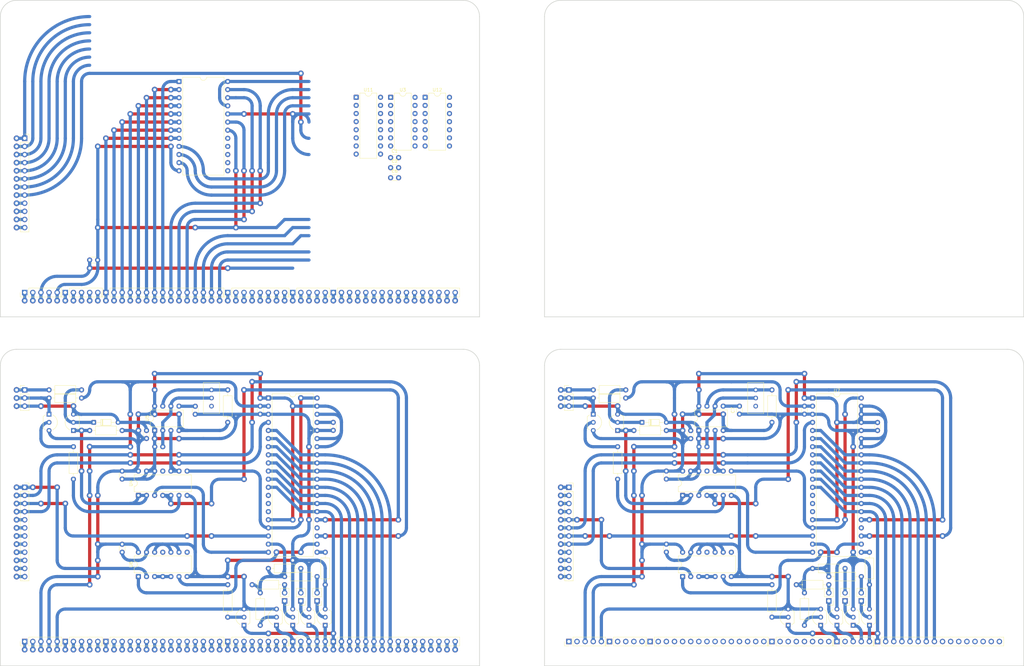
<source format=kicad_pcb>
(kicad_pcb (version 20241229) (generator "pcbnew") (generator_version "9.0")
  (layers (0 "F.Cu" signal) (2 "B.Cu" signal) (13 "F.Paste" user) (15 "B.Paste" user) (5 "F.SilkS" user "F.Silkscreen") (7 "B.SilkS" user "B.Silkscreen") (1 "F.Mask" user) (3 "B.Mask" user) (25 "Edge.Cuts" user))
  (net 0 "")
  (net 1 "+5V")
  (net 2 "GND")
  (net 3 "Net-(U5-THR)")
  (net 4 "Net-(U5-CV)")
  (net 5 "Net-(U10-CV)")
  (net 6 "Net-(U10-THR)")
  (net 7 "/{slash}HOLD")
  (net 8 "/{slash}RESET")
  (net 9 "/HOLDA")
  (net 10 "/DBIN")
  (net 11 "/{slash}MEMIN")
  (net 12 "/READY")
  (net 13 "/{slash}WE")
  (net 14 "/WAIT")
  (net 15 "AD10_3")
  (net 16 "AD4_3")
  (net 17 "AD6_3")
  (net 18 "AD3_3")
  (net 19 "AD5_3")
  (net 20 "AD2_3")
  (net 21 "AD13_3")
  (net 22 "AD7_3")
  (net 23 "AD9_3")
  (net 24 "AD15_3")
  (net 25 "AD14_3")
  (net 26 "AD1_3")
  (net 27 "AD11_3")
  (net 28 "AD8_3")
  (net 29 "AD12_3")
  (net 30 "DA6_1")
  (net 31 "/DA10")
  (net 32 "/DA14")
  (net 33 "DA3_1")
  (net 34 "DA2_1")
  (net 35 "DA7_1")
  (net 36 "DA0_1")
  (net 37 "DA5_1")
  (net 38 "/DA9")
  (net 39 "DA1_1")
  (net 40 "/DA8")
  (net 41 "/DA12")
  (net 42 "/DA15")
  (net 43 "DA4_1")
  (net 44 "/DA11")
  (net 45 "/DA13")
  (net 46 "IC1_1")
  (net 47 "IRQ_1")
  (net 48 "IC0_1")
  (net 49 "IC3_1")
  (net 50 "IC2_1")
  (net 51 "-5V")
  (net 52 "+12V")
  (net 53 "-12V")
  (net 59 "Net-(U1-MR)")
  (net 60 "RRD1")
  (net 61 "Net-(U1-DR)")
  (net 63 "Net-(U1-TRO)")
  (net 64 "Net-(U1-RRC)")
  (net 65 "Net-(U1-THRE)")
  (net 66 "Net-(U1-RI)")
  (net 75 "Net-(U12-Pad13)")
  (net 76 "Net-(U12-Pad12)")
  (net 78 "Net-(U5-Q)")
  (net 79 "Net-(Q3-C)")
  (net 81 "Net-(R6-Pad1)")
  (net 82 "Net-(U5-DIS)")
  (net 84 "Net-(U6-Pad3)")
  (net 85 "THRE1")
  (net 86 "Net-(R5-Pad1)")
  (net 89 "Net-(U7-DR)")
  (net 90 "Net-(U7-RRC)")
  (net 92 "Net-(U7-MR)")
  (net 93 "Net-(U7-TRO)")
  (net 95 "Net-(U7-RI)")
  (net 96 "Net-(U7-THRE)")
  (net 98 "Net-(U8-Pad3)")
  (net 99 "Net-(R21-Pad1)")
  (net 100 "THRE2")
  (net 103 "Net-(U10-Q)")
  (net 104 "Net-(Q13-C)")
  (net 106 "Net-(R23-Pad1)")
  (net 107 "Net-(U10-DIS)")
  (net 108 "Net-(Q1-B)")
  (net 109 "Net-(Q2-B)")
  (net 110 "Net-(J6-Pin_1)")
  (net 111 "Net-(D1-K)")
  (net 112 "Net-(Q4-B)")
  (net 113 "Net-(Q8-B)")
  (net 114 "Net-(Q12-B)")
  (net 115 "Net-(Q14-B)")
  (net 116 "Net-(D2-K)")
  (net 117 "Net-(J8-Pin_1)")
  (net 118 "{slash}DRR1")
  (net 119 "{slash}THRL1")
  (net 120 "Net-(U11-A0)")
  (net 121 "Net-(U11-A2)")
  (net 122 "Net-(U11-A1)")
  (net 123 "Net-(U11-E1)")
  (net 124 "{slash}THRL2")
  (net 125 "{slash}DRR2")
  (net 126 "RRD2")
  (net 129 "Net-(U11-O4)")
  (net 130 "Net-(U11-O0)")
  (net 131 "Net-(J9-Pin_2)")
  (net 132 "Net-(J9-Pin_1)")
  (net 133 "Net-(J10-Pin_2)")
  (net 134 "Net-(J10-Pin_1)")
  (net 135 "Net-(J11-Pin_2)")
  (net 136 "Net-(J11-Pin_1)")
  (net 137 "Net-(J12-Pin_2)")
  (net 138 "Net-(J12-Pin_1)")
  (net 139 "Net-(J13-Pin_1)")
  (net 140 "Net-(J13-Pin_2)")
  (net 141 "Net-(J14-Pin_1)")
  (net 142 "Net-(J14-Pin_2)")
  (net 143 "Net-(J6-Pin_2)")
  (net 144 "Net-(J8-Pin_2)")
  (net 147 "IRQ_2")
  (net 148 "IC0_2")
  (net 149 "IC2_2")
  (net 150 "IC1_2")
  (net 151 "IC3_2")
  (net 152 "unconnected-(J18-Pin_3-Pad3)")
  (net 153 "unconnected-(J18-Pin_1-Pad1)")
  (net 154 "unconnected-(J18-Pin_5-Pad5)")
  (net 155 "unconnected-(J18-Pin_2-Pad2)")
  (net 156 "unconnected-(J18-Pin_4-Pad4)")
  (net 157 "unconnected-(J24-Pin_5-Pad5)")
  (net 158 "unconnected-(J24-Pin_2-Pad2)")
  (net 159 "unconnected-(J24-Pin_4-Pad4)")
  (net 160 "unconnected-(J24-Pin_1-Pad1)")
  (net 161 "unconnected-(J24-Pin_3-Pad3)")
  (net 162 "unconnected-(J25-Pin_4-Pad4)")
  (net 163 "unconnected-(J25-Pin_3-Pad3)")
  (net 164 "unconnected-(J25-Pin_5-Pad5)")
  (net 165 "unconnected-(J25-Pin_2-Pad2)")
  (net 166 "unconnected-(J25-Pin_1-Pad1)")
  (net 167 "unconnected-(J27-Pin_11-Pad11)")
  (net 168 "unconnected-(J27-Pin_6-Pad6)")
  (net 169 "unconnected-(J27-Pin_12-Pad12)")
  (net 170 "unconnected-(J27-Pin_10-Pad10)")
  (net 171 "unconnected-(J27-Pin_9-Pad9)")
  (net 172 "unconnected-(J27-Pin_7-Pad7)")
  (net 173 "unconnected-(J27-Pin_5-Pad5)")
  (net 174 "unconnected-(J27-Pin_8-Pad8)")
  (net 175 "unconnected-(J28-Pin_11-Pad11)")
  (net 176 "unconnected-(J28-Pin_3-Pad3)")
  (net 177 "unconnected-(J28-Pin_1-Pad1)")
  (net 178 "unconnected-(J28-Pin_2-Pad2)")
  (net 179 "unconnected-(J28-Pin_4-Pad4)")
  (net 180 "unconnected-(J28-Pin_12-Pad12)")
  (net 181 "unconnected-(J28-Pin_10-Pad10)")
  (net 182 "unconnected-(J28-Pin_9-Pad9)")
  (net 183 "Net-(J29-Pin_8)")
  (net 184 "Net-(J29-Pin_5)")
  (net 185 "Net-(J29-Pin_4)")
  (net 186 "unconnected-(J29-Pin_12-Pad12)")
  (net 187 "unconnected-(J29-Pin_9-Pad9)")
  (net 188 "Net-(J29-Pin_1)")
  (net 189 "Net-(J29-Pin_3)")
  (net 190 "Net-(J29-Pin_6)")
  (net 191 "unconnected-(J29-Pin_10-Pad10)")
  (net 192 "unconnected-(J29-Pin_11-Pad11)")
  (net 193 "Net-(J29-Pin_2)")
  (net 194 "Net-(J29-Pin_7)")
  (footprint "Potentiometer_THT:Potentiometer_Bourns_3296W_Vertical" (layer "F.Cu") (at 330.2 299.72 -90)
    (property "Reference" "RV2" (hide yes))
    (property "Value" "10k")
  )
  (footprint "Package_TO_SOT_THT:TO-92_Inline_Wide" (layer "F.Cu") (at 287.02 307.34 90)
    (property "Reference" "Q13" (hide yes))
    (property "Value" "NPN")
  )
  (footprint "Connector_PinHeader_2.54mm:PinHeader_1x16_P2.54mm_Vertical" (layer "F.Cu") (at 198.12 264.16 90)
    (property "Reference" "J22" (hide yes))
    (property "Value" "Conn_01x16_Pin" (hide yes))
  )
  (footprint "Package_TO_SOT_THT:TO-92_Inline_Wide" (layer "F.Cu") (at 350.52 368.3 90)
    (property "Reference" "Q8" (hide yes))
    (property "Value" "NPN" (hide yes))
  )
  (footprint "Connector_PinHeader_2.54mm:PinHeader_1x05_P2.54mm_Vertical" (layer "F.Cu") (at 271.78 373.38 90)
    (property "Reference" "J5" (hide yes))
    (property "Value" "Conn_01x05_Pin" (hide yes))
  )
  (footprint "Connector_PinHeader_2.54mm:PinHeader_1x05_P2.54mm_Vertical" (layer "F.Cu") (at 101.6 264.16 90)
    (property "Reference" "J26" (hide yes))
    (property "Value" "Conn_01x05_Pin" (hide yes))
  )
  (footprint "Connector_PinHeader_2.54mm:PinHeader_1x02_P2.54mm_Vertical" (layer "F.Cu") (at 363.22 360.68 180)
    (property "Reference" "J14" (hide yes))
    (property "Value" "Conn_01x02_Pin" (hide yes))
  )
  (footprint "Package_TO_SOT_THT:TO-92_Inline_Wide" (layer "F.Cu") (at 116.84 307.34 90)
    (property "Reference" "Q3" (hide yes))
    (property "Value" "NPN")
  )
  (footprint "Capacitor_THT:C_Disc_D3.0mm_W1.6mm_P2.50mm" (layer "F.Cu") (at 302.26 320.04 -90)
    (property "Reference" "C15" (hide yes))
    (property "Value" "C" (hide yes))
  )
  (footprint "Connector_PinHeader_2.54mm:PinHeader_1x08_P2.54mm_Vertical" (layer "F.Cu") (at 165.1 373.38 90)
    (property "Reference" "J16" (hide yes))
    (property "Value" "Conn_01x08_Pin" (hide yes))
  )
  (footprint "Connector_PinHeader_2.54mm:PinHeader_1x02_P2.54mm_Vertical" (layer "F.Cu") (at 353.06 360.68 180)
    (property "Reference" "J12" (hide yes))
    (property "Value" "Conn_01x02_Pin" (hide yes))
  )
  (footprint "Package_DIP:DIP-8_W7.62mm" (layer "F.Cu") (at 312.42 307.34 90)
    (property "Reference" "U10" (hide yes))
    (property "Value" "NE555P")
  )
  (footprint "Resistor_THT:R_Axial_DIN0207_L6.3mm_D2.5mm_P10.16mm_Horizontal" (layer "F.Cu") (at 165.1 304.8 90)
    (property "Reference" "R4" (hide yes))
    (property "Value" "1k")
  )
  (footprint "Package_TO_SOT_THT:TO-92_Inline_Wide" (layer "F.Cu") (at 360.68 368.3 90)
    (property "Reference" "Q10" (hide yes))
    (property "Value" "NPN" (hide yes))
  )
  (footprint "Resistor_THT:R_Axial_DIN0207_L6.3mm_D2.5mm_P10.16mm_Horizontal" (layer "F.Cu") (at 172.72 355.6)
    (property "Reference" "R13" (hide yes))
    (property "Value" "10k")
  )
  (footprint "Resistor_THT:R_Axial_DIN0207_L6.3mm_D2.5mm_P10.16mm_Horizontal" (layer "F.Cu") (at 182.88 353.06)
    (property "Reference" "R15" (hide yes))
    (property "Value" "10k")
  )
  (footprint "Capacitor_THT:C_Disc_D3.0mm_W1.6mm_P2.50mm" (layer "F.Cu") (at 345.44 299.72 -90)
    (property "Reference" "C18" (hide yes))
    (property "Value" "C" (hide yes))
  )
  (footprint "Capacitor_THT:C_Disc_D3.0mm_W1.6mm_P2.50mm" (layer "F.Cu") (at 216.032 225.093)
    (property "Reference" "C2")
    (property "Value" "C")
  )
  (footprint "Capacitor_THT:C_Disc_D3.0mm_W1.6mm_P2.50mm" (layer "F.Cu") (at 132.08 320.04 -90)
    (property "Reference" "C12" (hide yes))
    (property "Value" "C" (hide yes))
  )
  (footprint "Resistor_THT:R_Axial_DIN0207_L6.3mm_D2.5mm_P10.16mm_Horizontal" (layer "F.Cu") (at 335.28 355.6 -90)
    (property "Reference" "R21" (hide yes))
    (property "Value" "10k")
  )
  (footprint "Package_TO_SOT_THT:TO-92_Inline_Wide" (layer "F.Cu") (at 170.18 368.3 90)
    (property "Reference" "Q1" (hide yes))
    (property "Value" "NPN" (hide yes))
  )
  (footprint "Package_TO_SOT_THT:TO-92_Inline_Wide" (layer "F.Cu") (at 355.6 368.3 90)
    (property "Reference" "Q9" (hide yes))
    (property "Value" "NPN" (hide yes))
  )
  (footprint "Capacitor_THT:C_Disc_D3.0mm_W1.6mm_P2.50mm" (layer "F.Cu") (at 132.08 342.94 -90)
    (property "Reference" "C13" (hide yes))
    (property "Value" "C" (hide yes))
  )
  (footprint "Package_DIP:DIP-8_W7.62mm" (layer "F.Cu") (at 142.24 307.34 90)
    (property "Reference" "U5")
    (property "Value" "NE555P")
  )
  (footprint "Connector_PinHeader_2.54mm:PinHeader_1x15_P2.54mm_Vertical" (layer "F.Cu") (at 297.18 373.38 90)
    (property "Reference" "J2" (hide yes))
    (property "Value" "Conn_01x15_Pin" (hide yes))
  )
  (footprint "Resistor_THT:R_Axial_DIN0207_L6.3mm_D2.5mm_P10.16mm_Horizontal" (layer "F.Cu") (at 335.28 304.8 90)
    (property "Reference" "R26" (hide yes))
    (property "Value" "1k")
  )
  (footprint "Connector_PinHeader_2.54mm:PinHeader_1x05_P2.54mm_Vertical" (layer "F.Cu") (at 114.3 264.16 90)
    (property "Reference" "J25" (hide yes))
    (property "Value" "Conn_01x05_Pin" (hide yes))
  )
  (footprint "Connector_PinHeader_2.54mm:PinHeader_1x03_P2.54mm_Vertical" (layer "F.Cu") (at 271.78 294.64)
    (property "Reference" "J8" (hide yes))
    (property "Value" "Conn_01x03_Pin" (hide yes))
  )
  (footprint "Package_TO_SOT_THT:TO-92_Inline_Wide" (layer "F.Cu") (at 195.58 368.3 90)
    (property "Reference" "Q7" (hide yes))
    (property "Value" "NPN" (hide yes))
  )
  (footprint "Package_TO_SOT_THT:TO-92_Inline_Wide" (layer "F.Cu") (at 365.76 368.3 90)
    (property "Reference" "Q11" (hide yes))
    (property "Value" "NPN" (hide yes))
  )
  (footprint "Package_TO_SOT_THT:TO-92_Inline_Wide" (layer "F.Cu") (at 279.4 302.26 -90)
    (property "Reference" "Q14" (hide yes))
    (property "Value" "PNP")
  )
  (footprint "Connector_PinHeader_2.54mm:PinHeader_1x08_P2.54mm_Vertical" (layer "F.Cu") (at 335.28 373.38 90)
    (property "Reference" "J1" (hide yes))
    (property "Value" "Conn_01x08_Pin" (hide yes))
  )
  (footprint "Capacitor_THT:C_Disc_D3.0mm_W1.6mm_P2.50mm" (layer "F.Cu") (at 216.032 228.243)
    (property "Reference" "C6")
    (property "Value" "C")
  )
  (footprint "Package_DIP:DIP-14_W7.62mm" (layer "F.Cu") (at 226.822 203.073)
    (property "Reference" "U12")
    (property "Value" "74LS32")
  )
  (footprint "Resistor_THT:R_Axial_DIN0207_L6.3mm_D2.5mm_P10.16mm_Horizontal" (layer "F.Cu") (at 302.26 307.34 180)
    (property "Reference" "R22" (hide yes))
    (property "Value" "4.7k")
  )
  (footprint "Package_DIP:DIP-24_W15.24mm" (layer "F.Cu") (at 149.86 198.12)
    (property "Reference" "U2" (hide yes))
    (property "Value" "27C16")
  )
  (footprint "Package_DIP:DIP-40_W15.24mm" (layer "F.Cu") (at 347.98 297.18)
    (property "Reference" "U7")
    (property "Value" "TR1602")
  )
  (footprint "Resistor_THT:R_Axial_DIN0207_L6.3mm_D2.5mm_P10.16mm_Horizontal" (layer "F.Cu") (at 116.84 322.58 90)
    (property "Reference" "R6" (hide yes))
    (property "Value" "10k")
  )
  (footprint "Capacitor_THT:C_Disc_D3.0mm_W1.6mm_P2.50mm" (layer "F.Cu") (at 139.7 309.84 90)
    (property "Reference" "C11" (hide yes))
    (property "Value" "C" (hide yes))
  )
  (footprint "Package_TO_SOT_THT:TO-92_Inline_Wide" (layer "F.Cu") (at 185.42 368.3 90)
    (property "Reference" "Q5" (hide yes))
    (property "Value" "NPN" (hide yes))
  )
  (footprint "Resistor_THT:R_Axial_DIN0207_L6.3mm_D2.5mm_P10.16mm_Horizontal" (layer "F.Cu") (at 177.8 350.52)
    (property "Reference" "R14" (hide yes))
    (property "Value" "10k")
  )
  (footprint "Connector_PinHeader_2.54mm:PinHeader_1x05_P2.54mm_Vertical" (layer "F.Cu") (at 114.3 373.38 90)
    (property "Reference" "J18" (hide yes))
    (property "Value" "Conn_01x05_Pin" (hide yes))
  )
  (footprint "Connector_PinHeader_2.54mm:PinHeader_1x15_P2.54mm_Vertical" (layer "F.Cu") (at 127 373.38 90)
    (property "Reference" "J20" (hide yes))
    (property "Value" "Conn_01x15_Pin" (hide yes))
  )
  (footprint "Diode_THT:D_DO-34_SOD68_P7.62mm_Horizontal" (layer "F.Cu") (at 123.185 304.8)
    (property "Reference" "D1" (hide yes))
    (property "Value" "D" (hide yes))
  )
  (footprint "Resistor_THT:R_Axial_DIN0207_L6.3mm_D2.5mm_P10.16mm_Horizontal" (layer "F.Cu") (at 175.26 358.14 -90)
    (property "Reference" "R12" (hide yes))
    (property "Value" "10k")
  )
  (footprint "Resistor_THT:R_Axial_DIN0207_L6.3mm_D2.5mm_P10.16mm_Horizontal" (layer "F.Cu") (at 119.38 294.64 180)
    (property "Reference" "R10" (hide yes))
    (property "Value" "10k")
  )
  (footprint "Connector_PinHeader_2.54mm:PinHeader_1x05_P2.54mm_Vertical" (layer "F.Cu") (at 355.6 373.38 90)
    (property "Reference" "J17" (hide yes))
    (property "Value" "Conn_01x05_Pin" (hide yes))
  )
  (footprint "Package_TO_SOT_THT:TO-92_Inline_Wide" (layer "F.Cu") (at 190.5 368.3 90)
    (property "Reference" "Q6" (hide yes))
    (property "Value" "NPN" (hide yes))
  )
  (footprint "Capacitor_THT:C_Disc_D3.0mm_W1.6mm_P2.50mm" (layer "F.Cu") (at 216.032 221.943)
    (property "Reference" "C1")
    (property "Value" "C")
  )
  (footprint "Connector_PinHeader_2.54mm:PinHeader_1x02_P2.54mm_Vertical" (layer "F.Cu") (at 358.14 360.68 180)
    (property "Reference" "J13" (hide yes))
    (property "Value" "Conn_01x02_Pin" (hide yes))
  )
  (footprint "Package_DIP:DIP-40_W15.24mm" (layer "F.Cu") (at 177.8 297.18)
    (property "Reference" "U1" (hide yes))
    (property "Value" "TR1602")
  )
  (footprint "Connector_PinSocket_2.54mm:PinSocket_1x12_P2.54mm_Vertical" (layer "F.Cu") (at 101.6 215.9)
    (property "Reference" "J29" (hide yes))
    (property "Value" "Conn_01x12_Pin" (hide yes))
  )
  (footprint "Resistor_THT:R_Axial_DIN0207_L6.3mm_D2.5mm_P10.16mm_Horizontal" (layer "F.Cu") (at 347.98 350.52)
    (property "Reference" "R19" (hide yes))
    (property "Value" "10k")
  )
  (footprint "Connector_PinHeader_2.54mm:PinHeader_1x05_P2.54mm_Vertical" (layer "F.Cu") (at 185.42 373.38 90)
    (property "Reference" "J4" (hide yes))
    (property "Value" "Conn_01x05_Pin" (hide yes))
  )
  (footprint "Resistor_THT:R_Axial_DIN0207_L6.3mm_D2.5mm_P10.16mm_Horizontal" (layer "F.Cu") (at 287.02 322.58 90)
    (property "Reference" "R23" (hide yes))
    (property "Value" "10k")
  )
  (footprint "Resistor_THT:R_Axial_DIN0207_L6.3mm_D2.5mm_P10.16mm_Horizontal" (layer "F.Cu") (at 289.56 294.64 180)
    (property "Reference" "R24" (hide yes))
    (property "Value" "10k")
  )
  (footprint "Capacitor_THT:C_Disc_D3.0mm_W1.6mm_P2.50mm" (layer "F.Cu") (at 198.08 304.8 -90)
    (property "Reference" "C14" (hide yes))
    (property "Value" "C" (hide yes))
  )
  (footprint "Connector_PinSocket_2.54mm:PinSocket_1x12_P2.54mm_Vertical" (layer "F.Cu") (at 271.78 325.12)
    (property "Reference" "J28" (hide yes))
    (property "Value" "Conn_01x12_Pin" (hide yes))
  )
  (footprint "Capacitor_THT:C_Disc_D3.0mm_W1.6mm_P2.50mm" (layer "F.Cu") (at 309.88 309.88 90)
    (property "Reference" "C9" (hide yes))
    (property "Value" "C" (hide yes))
  )
  (footprint "Connector_PinHeader_2.54mm:PinHeader_1x16_P2.54mm_Vertical" (layer "F.Cu") (at 368.3 373.38 90)
    (property "Reference" "J3" (hide yes))
    (property "Value" "Conn_01x16_Pin" (hide yes))
  )
  (footprint "Capacitor_THT:C_Disc_D3.0mm_W1.6mm_P2.50mm" (layer "F.Cu") (at 144.78 312.42 180)
    (property "Reference" "C4" (hide yes))
    (property "Value" "470nF")
  )
  (footprint "Package_TO_SOT_THT:TO-92_Inline_Wide" (layer "F.Cu") (at 109.22 302.26 -90)
    (property "Reference" "Q2" (hide yes))
    (property "Value" "PNP")
  )
  (footprint "Package_DIP:DIP-14_W7.62mm" (layer "F.Cu") (at 216.042 203.073)
    (property "Reference" "U3")
    (property "Value" "74LS00")
  )
  (footprint "Resistor_THT:R_Axial_DIN0207_L6.3mm_D2.5mm_P10.16mm_Horizontal" (layer "F.Cu") (at 353.06 353.06)
    (property "Reference" "R20" (hide yes))
    (property "Value" "10k")
  )
  (footprint "Connector_PinHeader_2.54mm:PinHeader_1x03_P2.54mm_Vertical" (layer "F.Cu") (at 101.6 294.64)
    (property "Reference" "J6" (hide yes))
    (property "Value" "Conn_01x03_Pin" (hide yes))
  )
  (footprint "Package_DIP:DIP-14_W7.62mm" (layer "F.Cu") (at 307.34 327.66 90)
    (property "Reference" "U9" (hide yes))
    (property "Value" "74LS32")
  )
  (footprint "Capacitor_THT:C_Disc_D3.0mm_W1.6mm_P2.50mm" (layer "F.Cu") (at 325.12 302.22 90)
    (property "Reference" "C7")
    (property "Value" "0.1u")
  )
  (footprint "Diode_THT:D_DO-34_SOD68_P7.62mm_Horizontal" (layer "F.Cu") (at 294.64 304.8)
    (property "Reference" "D2" (hide yes))
    (property "Value" "D" (hide yes))
  )
  (footprint "Package_DIP:DIP-16_W7.62mm" (layer "F.Cu") (at 205.262 203.063)
    (property "Reference" "U11")
    (property "Value" "74LS138")
  )
  (footprint "Resistor_THT:R_Axial_DIN0207_L6.3mm_D2.5mm_P10.16mm_Horizontal" (layer "F.Cu") (at 165.1 355.6 -90)
    (property "Reference" "R5" (hide yes))
    (property "Value" "10k")
  )
  (footprint "Capacitor_THT:C_Disc_D3.0mm_W1.6mm_P2.50mm" (layer "F.Cu") (at 154.94 302.26 90)
    (property "Reference" "C5" (hide yes))
    (property "Value" "0.1u")
  )
  (footprint "Package_DIP:DIP-14_W7.62mm" (layer "F.Cu") (at 137.16 353.06 90)
    (property "Reference" "U6")
    (property "Value" "74LS00")
  )
  (footprint "Connector_PinHeader_2.54mm:PinHeader_1x05_P2.54mm_Vertical" (layer "F.Cu") (at 284.48 373.38 90)
    (property "Reference" "J7" (hide yes))
    (property "Value" "Conn_01x05_Pin" (hide yes))
  )
  (footprint "Connector_PinHeader_2.54mm:PinHeader_1x05_P2.54mm_Vertical" (layer "F.Cu") (at 185.42 264.16 90)
    (property "Reference" "J24" (hide yes))
    (property "Value" "Conn_01x05_Pin" (hide yes))
  )
  (footprint "Capacitor_THT:C_Disc_D3.0mm_W1.6mm_P2.50mm" (layer "F.Cu") (at 314.96 312.42 180)
    (property "Reference" "C8" (hide yes))
    (property "Value" "10nF")
  )
  (footprint "Resistor_THT:R_Axial_DIN0207_L6.3mm_D2.5mm_P10.16mm_Horizontal" (layer "F.Cu") (at 342.9 355.6)
    (property "Reference" "R18" (hide yes))
    (property "Value" "10k")
  )
  (footprint "Capacitor_THT:C_Disc_D3.0mm_W1.6mm_P2.50mm" (layer "F.Cu") (at 175.26 299.72 -90)
    (property "Reference" "C17" (hide yes))
    (property "Value" "C" (hide yes))
  )
  (footprint "Connector_PinHeader_2.54mm:PinHeader_1x08_P2.54mm_Vertical" (layer "F.Cu") (at 165.1 264.16 90)
    (property "Reference" "J23" (hide yes))
    (property "Value" "Conn_01x08_Pin" (hide yes))
  )
  (footprint "Resistor_THT:R_Axial_DIN0207_L6.3mm_D2.5mm_P10.16mm_Horizontal" (layer "F.Cu") (at 365.76 355.6 90)
    (property "Reference" "R16" (hide yes))
    (property "Value" "4.7k")
  )
  (footprint "Resistor_THT:R_Axial_DIN0207_L6.3mm_D2.5mm_P10.16mm_Horizontal" (layer "F.Cu") (at 289.56 297.18 180)
    (property "Reference" "R25" (hide yes))
    (property "Value" "10k")
  )
  (footprint "Connector_PinHeader_2.54mm:PinHeader_1x02_P2.54mm_Vertical" (layer "F.Cu") (at 182.88 360.68 180)
    (property "Reference" "J11" (hide yes))
    (property "Value" "Conn_01x02_Pin" (hide yes))
  )
  (footprint "Resistor_THT:R_Axial_DIN0207_L6.3mm_D2.5mm_P10.16mm_Horizontal" (layer "F.Cu") (at 345.44 358.14 -90)
    (property "Reference" "R17" (hide yes))
    (property "Value" "10k")
  )
  (footprint "Package_DIP:DIP-14_W7.62mm" (layer "F.Cu") (at 307.34 353.06 90)
    (property "Reference" "U8" (hide yes))
    (property "Value" "74LS00")
  )
  (footprint "Connector_PinHeader_2.54mm:PinHeader_1x02_P2.54mm_Vertical" (layer "F.Cu") (at 187.96 360.68 180)
    (property "Reference" "J10" (hide yes))
    (property "Value" "Conn_01x02_Pin" (hide yes))
  )
  (footprint "Connector_PinHeader_2.54mm:PinHeader_1x02_P2.54mm_Vertical" (layer "F.Cu") (at 193.04 360.68 180)
    (property "Reference" "J9" (hide yes))
    (property "Value" "Conn_01x02_Pin" (hide yes))
  )
  (footprint "Resistor_THT:R_Axial_DIN0207_L6.3mm_D2.5mm_P10.16mm_Horizontal" (layer "F.Cu") (at 195.58 355.6 90)
    (property "Reference" "R3" (hide yes))
    (property "Value" "4.7k")
  )
  (footprint "Capacitor_THT:C_Disc_D3.0mm_W1.6mm_P2.50mm" (layer "F.Cu") (at 302.26 342.9 -90)
    (property "Reference" "C16" (hide yes))
    (property "Value" "C" (hide yes))
  )
  (footprint "Connector_PinHeader_2.54mm:PinHeader_1x16_P2.54mm_Vertical" (layer "F.Cu") (at 198.12 373.38 90)
    (property "Reference" "J15" (hide yes))
    (property "Value" "Conn_01x16_Pin" (hide yes))
  )
  (footprint "Package_DIP:DIP-14_W7.62mm" (layer "F.Cu") (at 137.16 327.66 90)
    (property "Reference" "U4")
    (property "Value" "74LS32")
  )
  (footprint "Connector_PinHeader_2.54mm:PinHeader_1x15_P2.54mm_Vertical" (layer "F.Cu") (at 127 264.16 90)
    (property "Reference" "J21" (hide yes))
    (property "Value" "Conn_01x15_Pin" (hide yes))
  )
  (footprint "Resistor_THT:R_Axial_DIN0207_L6.3mm_D2.5mm_P10.16mm_Horizontal" (layer "F.Cu") (at 132.08 307.34 180)
    (property "Reference" "R11" (hide yes))
    (property "Value" "4.7k")
  )
  (footprint "Package_TO_SOT_THT:TO-92_Inline_Wide" (layer "F.Cu") (at 180.34 368.3 90)
    (property "Reference" "Q4" (hide yes))
    (property "Value" "NPN" (hide yes))
  )
  (footprint "Connector_PinHeader_2.54mm:PinHeader_1x05_P2.54mm_Vertical" (layer "F.Cu") (at 101.6 373.38 90)
    (property "Reference" "J19" (hide yes))
    (property "Value" "Conn_01x05_Pin" (hide yes))
  )
  (footprint "Connector_PinSocket_2.54mm:PinSocket_1x12_P2.54mm_Vertical" (layer "F.Cu") (at 101.6 325.12)
    (property "Reference" "J27" (hide yes))
    (property "Value" "Conn_01x12_Pin" (hide yes))
  )
  (footprint "Package_TO_SOT_THT:TO-92_Inline_Wide" (layer "F.Cu") (at 340.36 368.3 90)
    (property "Reference" "Q12" (hide yes))
    (property "Value" "NPN" (hide yes))
  )
  (footprint "Capacitor_THT:C_Disc_D3.0mm_W1.6mm_P2.50mm" (layer "F.Cu") (at 121.92 254)
    (property "Reference" "C3" (hide yes))
    (property "Value" "C" (hide yes))
  )
  (footprint "Resistor_THT:R_Axial_DIN0207_L6.3mm_D2.5mm_P10.16mm_Horizontal" (layer "F.Cu") (at 119.38 297.18 180)
    (property "Reference" "R7" (hide yes))
    (property "Value" "10k")
  )
  (footprint "Capacitor_THT:C_Disc_D3.0mm_W1.6mm_P2.50mm" (layer "F.Cu") (at 368.3 304.84 -90)
    (property "Reference" "C10" (hide yes))
    (property "Value" "C" (hide yes))
  )
  (footprint "Potentiometer_THT:Potentiometer_Bourns_3296W_Vertical" (layer "F.Cu") (at 160.02 299.72 -90)
    (property "Reference" "RV1" (hide yes))
    (property "Value" "5k")
  )
  (gr_arc (start 264.16 177.8) (mid 265.647898 174.207898) (end 269.24 172.72) (stroke (width 0.2)) (layer "Edge.Cuts"))
  (gr_line (start 93.98 287.02) (end 93.98 381) (stroke (width 0.2)) (layer "Edge.Cuts"))
  (gr_line (start 243.84 271.78) (end 243.84 177.8) (stroke (width 0.2)) (layer "Edge.Cuts"))
  (gr_arc (start 408.94 172.72) (mid 412.532102 174.207898) (end 414.02 177.8) (stroke (width 0.2)) (layer "Edge.Cuts"))
  (gr_arc (start 264.16 287.02) (mid 265.647898 283.427898) (end 269.24 281.94) (stroke (width 0.2)) (layer "Edge.Cuts"))
  (gr_line (start 408.94 172.72) (end 269.24 172.72) (stroke (width 0.2)) (layer "Edge.Cuts"))
  (gr_line (start 238.76 172.72) (end 99.06 172.72) (stroke (width 0.2)) (layer "Edge.Cuts"))
  (gr_line (start 93.98 271.78) (end 243.84 271.78) (stroke (width 0.2)) (layer "Edge.Cuts"))
  (gr_line (start 414.02 381) (end 414.02 287.02) (stroke (width 0.2)) (layer "Edge.Cuts"))
  (gr_line (start 264.16 287.02) (end 264.16 381) (stroke (width 0.2)) (layer "Edge.Cuts"))
  (gr_line (start 93.98 177.8) (end 93.98 271.78) (stroke (width 0.2)) (layer "Edge.Cuts"))
  (gr_arc (start 238.76 172.72) (mid 242.352102 174.207898) (end 243.84 177.8) (stroke (width 0.2)) (layer "Edge.Cuts"))
  (gr_line (start 408.94 281.94) (end 269.24 281.94) (stroke (width 0.2)) (layer "Edge.Cuts"))
  (gr_line (start 264.16 271.78) (end 414.02 271.78) (stroke (width 0.2)) (layer "Edge.Cuts"))
  (gr_arc (start 93.98 287.02) (mid 95.467898 283.427898) (end 99.06 281.94) (stroke (width 0.2)) (layer "Edge.Cuts"))
  (gr_line (start 243.84 381) (end 243.84 287.02) (stroke (width 0.2)) (layer "Edge.Cuts"))
  (gr_arc (start 238.76 281.94) (mid 242.352102 283.427898) (end 243.84 287.02) (stroke (width 0.2)) (layer "Edge.Cuts"))
  (gr_line (start 264.16 177.8) (end 264.16 271.78) (stroke (width 0.2)) (layer "Edge.Cuts"))
  (gr_arc (start 93.98 177.8) (mid 95.467898 174.207898) (end 99.06 172.72) (stroke (width 0.2)) (layer "Edge.Cuts"))
  (gr_arc (start 408.94 281.94) (mid 412.532102 283.427898) (end 414.02 287.02) (stroke (width 0.2)) (layer "Edge.Cuts"))
  (gr_line (start 264.16 381) (end 414.02 381) (stroke (width 0.2)) (layer "Edge.Cuts"))
  (gr_line (start 238.76 281.94) (end 99.06 281.94) (stroke (width 0.2)) (layer "Edge.Cuts"))
  (gr_line (start 93.98 381) (end 243.84 381) (stroke (width 0.2)) (layer "Edge.Cuts"))
  (gr_line (start 414.02 271.78) (end 414.02 177.8) (stroke (width 0.2)) (layer "Edge.Cuts"))
  (segment (start 345.44 289.56) (end 345.44 297.18) (width 1) (layer "F.Cu") (net 1))
  (segment (start 124.46 347.98) (end 124.46 353.06) (width 1) (layer "F.Cu") (net 1))
  (segment (start 175.26 297.18) (end 175.26 289.56) (width 1) (layer "F.Cu") (net 1))
  (segment (start 149.86 302.26) (end 142.24 302.26) (width 1) (layer "F.Cu") (net 1))
  (segment (start 294.64 342.9) (end 294.64 327.66) (width 1) (layer "F.Cu") (net 1))
  (segment (start 294.64 353.06) (end 294.64 347.98) (width 1) (layer "F.Cu") (net 1))
  (segment (start 124.46 327.66) (end 124.46 342.9) (width 1) (layer "F.Cu") (net 1))
  (segment (start 312.42 294.64) (end 312.42 289.56) (width 1) (layer "F.Cu") (net 1))
  (segment (start 185.42 335.28) (end 185.42 299.72) (width 1) (layer "F.Cu") (net 1))
  (segment (start 307.34 307.34) (end 307.34 302.26) (width 1) (layer "F.Cu") (net 1))
  (segment (start 165.1 256.54) (end 121.92 256.54) (width 1) (layer "F.Cu") (net 1))
  (segment (start 312.42 302.26) (end 320.04 302.26) (width 1) (layer "F.Cu") (net 1))
  (segment (start 137.16 302.26) (end 137.16 307.34) (width 1) (layer "F.Cu") (net 1))
  (segment (start 355.6 335.28) (end 355.6 304.8) (width 1) (layer "F.Cu") (net 1))
  (segment (start 142.24 289.56) (end 142.24 294.64) (width 1) (layer "F.Cu") (net 1))
  (via (at 307.34 307.34) (size 1.8) (drill 0.9) (layers "F.Cu" "B.Cu") (net 1))
  (via (at 312.42 302.26) (size 1.8) (drill 0.9) (layers "F.Cu" "B.Cu") (net 1))
  (via (at 355.6 304.8) (size 1.8) (drill 0.9) (layers "F.Cu" "B.Cu") (net 1))
  (via (at 142.24 294.64) (size 1.8) (drill 0.9) (layers "F.Cu" "B.Cu") (net 1))
  (via (at 320.04 302.26) (size 1.8) (drill 0.9) (layers "F.Cu" "B.Cu") (net 1))
  (via (at 165.1 256.54) (size 1.8) (drill 0.9) (layers "F.Cu" "B.Cu") (net 1))
  (via (at 142.24 302.26) (size 1.8) (drill 0.9) (layers "F.Cu" "B.Cu") (net 1))
  (via (at 294.64 327.66) (size 1.8) (drill 0.9) (layers "F.Cu" "B.Cu") (net 1))
  (via (at 355.6 335.28) (size 1.8) (drill 0.9) (layers "F.Cu" "B.Cu") (net 1))
  (via (at 124.46 342.9) (size 1.8) (drill 0.9) (layers "F.Cu" "B.Cu") (net 1))
  (via (at 149.86 302.26) (size 1.8) (drill 0.9) (layers "F.Cu" "B.Cu") (net 1))
  (via (at 137.16 302.26) (size 1.8) (drill 0.9) (layers "F.Cu" "B.Cu") (net 1))
  (via (at 185.42 335.28) (size 1.8) (drill 0.9) (layers "F.Cu" "B.Cu") (net 1))
  (via (at 124.46 347.98) (size 1.8) (drill 0.9) (layers "F.Cu" "B.Cu") (net 1))
  (via (at 175.26 297.18) (size 1.8) (drill 0.9) (layers "F.Cu" "B.Cu") (net 1))
  (via (at 142.24 289.56) (size 1.8) (drill 0.9) (layers "F.Cu" "B.Cu") (net 1))
  (via (at 294.64 342.9) (size 1.8) (drill 0.9) (layers "F.Cu" "B.Cu") (net 1))
  (via (at 345.44 289.56) (size 1.8) (drill 0.9) (layers "F.Cu" "B.Cu") (net 1))
  (via (at 124.46 353.06) (size 1.8) (drill 0.9) (layers "F.Cu" "B.Cu") (net 1))
  (via (at 121.92 256.54) (size 1.8) (drill 0.9) (layers "F.Cu" "B.Cu") (net 1))
  (via (at 137.16 307.34) (size 1.8) (drill 0.9) (layers "F.Cu" "B.Cu") (net 1))
  (via (at 345.44 297.18) (size 1.8) (drill 0.9) (layers "F.Cu" "B.Cu") (net 1))
  (via (at 307.34 302.26) (size 1.8) (drill 0.9) (layers "F.Cu" "B.Cu") (net 1))
  (via (at 185.42 299.72) (size 1.8) (drill 0.9) (layers "F.Cu" "B.Cu") (net 1))
  (via (at 124.46 327.66) (size 1.8) (drill 0.9) (layers "F.Cu" "B.Cu") (net 1))
  (via (at 294.64 347.98) (size 1.8) (drill 0.9) (layers "F.Cu" "B.Cu") (net 1))
  (via (at 106.68 375.92) (size 1.8) (drill 0.9) (layers "F.Cu" "B.Cu") (net 1))
  (via (at 294.64 353.06) (size 1.8) (drill 0.9) (layers "F.Cu" "B.Cu") (net 1))
  (via (at 106.68 266.7) (size 1.8) (drill 0.9) (layers "F.Cu" "B.Cu") (net 1))
  (via (at 175.26 289.56) (size 1.8) (drill 0.9) (layers "F.Cu" "B.Cu") (net 1))
  (via (at 312.42 294.64) (size 1.8) (drill 0.9) (layers "F.Cu" "B.Cu") (net 1))
  (via (at 312.42 289.56) (size 1.8) (drill 0.9) (layers "F.Cu" "B.Cu") (net 1))
  (segment (start 307.34 309.88) (end 307.34 307.34) (width 1) (layer "B.Cu") (net 1))
  (segment (start 124.46 325.12) (end 124.46 327.66) (width 1) (layer "B.Cu") (net 1))
  (segment (start 332.74 307.34) (end 322.58 307.34) (width 1) (layer "B.Cu") (net 1))
  (segment (start 124.46 342.9) (end 124.46 345.44) (width 1) (layer "B.Cu") (net 1))
  (segment (start 177.8 297.18) (end 175.26 297.18) (width 1) (layer "B.Cu") (net 1))
  (segment (start 193.04 304.8) (end 198.08 304.8) (width 1) (layer "B.Cu") (net 1))
  (segment (start 302.26 307.34) (end 304.8 307.34) (width 1) (layer "B.Cu") (net 1))
  (segment (start 193.04 302.26) (end 198.12 302.26) (width 1) (layer "B.Cu") (net 1))
  (segment (start 137.16 317.5) (end 137.16 312.42) (width 1) (layer "B.Cu") (net 1))
  (segment (start 142.24 294.64) (end 142.24 299.72) (width 1) (layer "B.Cu") (net 1))
  (segment (start 307.34 302.26) (end 309.88 302.26) (width 1) (layer "B.Cu") (net 1))
  (segment (start 370.84 304.8) (end 370.84 307.34) (width 1) (layer "B.Cu") (net 1))
  (segment (start 165.1 256.54) (end 185.42 256.54) (width 1) (layer "B.Cu") (net 1))
  (segment (start 165.1 198.12) (end 190.5 198.12) (width 1) (layer "B.Cu") (net 1))
  (segment (start 363.22 299.72) (end 363.22 302.26) (width 1) (layer "B.Cu") (net 1))
  (segment (start 281.94 353.06) (end 294.64 353.06) (width 1) (layer "B.Cu") (net 1))
  (segment (start 121.92 256.54) (end 121.92 254) (width 1) (layer "B.Cu") (net 1))
  (segment (start 137.16 312.42) (end 137.16 309.88) (width 1) (layer "B.Cu") (net 1))
  (segment (start 106.68 358.14) (end 106.68 373.38) (width 1) (layer "B.Cu") (net 1))
  (segment (start 137.16 320.04) (end 134.62 320.04) (width 1) (layer "B.Cu") (net 1))
  (segment (start 355.6 304.8) (end 355.6 299.72) (width 1) (layer "B.Cu") (net 1))
  (segment (start 312.42 302.26) (end 312.42 299.72) (width 1) (layer "B.Cu") (net 1))
  (segment (start 353.06 297.18) (end 347.98 297.18) (width 1) (layer "B.Cu") (net 1))
  (segment (start 355.6 304.8) (end 360.68 304.8) (width 1) (layer "B.Cu") (net 1))
  (segment (start 124.46 345.44) (end 124.46 347.98) (width 1) (layer "B.Cu") (net 1))
  (segment (start 281.94 309.88) (end 304.8 309.88) (width 1) (layer "B.Cu") (net 1))
  (segment (start 124.46 342.9) (end 127 342.9) (width 1) (layer "B.Cu") (net 1))
  (segment (start 142.24 302.26) (end 142.24 299.72) (width 1) (layer "B.Cu") (net 1))
  (segment (start 294.64 325.12) (end 294.64 327.66) (width 1) (layer "B.Cu") (net 1))
  (segment (start 309.88 302.26) (end 312.42 302.26) (width 1) (layer "B.Cu") (net 1))
  (segment (start 307.34 307.34) (end 304.8 307.34) (width 1) (layer "B.Cu") (net 1))
  (segment (start 312.42 299.72) (end 312.42 294.64) (width 1) (layer "B.Cu") (net 1))
  (segment (start 193.04 312.42) (end 195.58 312.42) (width 1) (layer "B.Cu") (net 1))
  (segment (start 139.7 302.26) (end 137.16 302.26) (width 1) (layer "B.Cu") (net 1))
  (segment (start 363.22 312.42) (end 365.76 312.42) (width 1) (layer "B.Cu") (net 1))
  (segment (start 363.22 312.42) (end 363.22 309.88) (width 1) (layer "B.Cu") (net 1))
  (segment (start 193.04 299.72) (end 185.42 299.72) (width 1) (layer "B.Cu") (net 1))
  (segment (start 320.04 302.26) (end 320.04 307.34) (width 1) (layer "B.Cu") (net 1))
  (segment (start 312.42 289.56) (end 345.44 289.56) (width 1) (layer "B.Cu") (net 1))
  (segment (start 162.56 200.66) (end 162.56 203.2) (width 1) (layer "B.Cu") (net 1))
  (segment (start 149.86 307.34) (end 149.86 304.8) (width 1) (layer "B.Cu") (net 1))
  (segment (start 111.76 309.88) (end 134.62 309.88) (width 1) (layer "B.Cu") (net 1))
  (segment (start 132.08 307.34) (end 134.62 307.34) (width 1) (layer "B.Cu") (net 1))
  (segment (start 200.66 304.8) (end 200.66 307.34) (width 1) (layer "B.Cu") (net 1))
  (segment (start 320.04 307.34) (end 322.58 307.34) (width 1) (layer "B.Cu") (net 1))
  (segment (start 363.22 299.72) (end 365.76 299.72) (width 1) (layer "B.Cu") (net 1))
  (segment (start 106.68 375.92) (end 106.68 373.38) (width 1) (layer "B.Cu") (net 1))
  (segment (start 193.04 299.72) (end 195.58 299.72) (width 1) (layer "B.Cu") (net 1))
  (segment (start 152.4 307.34) (end 149.86 307.34) (width 1) (layer "B.Cu") (net 1))
  (segment (start 177.8 335.28) (end 185.42 335.28) (width 1) (layer "B.Cu") (net 1))
  (segment (start 162.56 307.34) (end 152.4 307.34) (width 1) (layer "B.Cu") (net 1))
  (segment (start 363.22 302.26) (end 368.3 302.26) (width 1) (layer "B.Cu") (net 1))
  (segment (start 124.46 353.06) (end 111.76 353.06) (width 1) (layer "B.Cu") (net 1))
  (segment (start 304.8 320.04) (end 302.26 320.04) (width 1) (layer "B.Cu") (net 1))
  (segment (start 345.44 297.18) (end 347.98 297.18) (width 1) (layer "B.Cu") (net 1))
  (segment (start 119.38 259.08) (end 111.76 259.08) (width 1) (layer "B.Cu") (net 1))
  (segment (start 307.34 312.42) (end 307.34 309.88) (width 1) (layer "B.Cu") (net 1))
  (segment (start 294.64 345.44) (end 294.64 342.9) (width 1) (layer "B.Cu") (net 1))
  (segment (start 134.62 320.04) (end 129.54 320.04) (width 1) (layer "B.Cu") (net 1))
  (segment (start 175.26 289.56) (end 142.24 289.56) (width 1) (layer "B.Cu") (net 1))
  (segment (start 149.86 304.8) (end 149.86 302.26) (width 1) (layer "B.Cu") (net 1))
  (segment (start 368.3 309.88) (end 363.22 309.88) (width 1) (layer "B.Cu") (net 1))
  (segment (start 134.62 342.9) (end 127 342.9) (width 1) (layer "B.Cu") (net 1))
  (segment (start 307.34 320.04) (end 304.8 320.04) (width 1) (layer "B.Cu") (net 1))
  (segment (start 368.3 304.84) (end 363.26 304.84) (width 1) (layer "B.Cu") (net 1))
  (segment (start 302.26 320.04) (end 299.72 320.04) (width 1) (layer "B.Cu") (net 1))
  (segment (start 347.98 335.28) (end 355.6 335.28) (width 1) (layer "B.Cu") (net 1))
  (segment (start 137.16 307.34) (end 137.16 309.88) (width 1) (layer "B.Cu") (net 1))
  (segment (start 363.22 304.8) (end 363.22 302.26) (width 1) (layer "B.Cu") (net 1))
  (segment (start 137.16 312.38) (end 137.16 312.42) (width 1) (layer "B.Cu") (net 1))
  (segment (start 307.34 317.5) (end 307.34 312.42) (width 1) (layer "B.Cu") (net 1))
  (segment (start 139.7 302.26) (end 142.24 302.26) (width 1) (layer "B.Cu") (net 1))
  (segment (start 276.86 373.38) (end 276.86 358.14) (width 1) (layer "B.Cu") (net 1))
  (segment (start 297.18 342.9) (end 304.8 342.9) (width 1) (layer "B.Cu") (net 1))
  (segment (start 360.68 304.8) (end 363.22 304.8) (width 1) (layer "B.Cu") (net 1))
  (segment (start 106.68 266.7) (end 106.68 264.16) (width 1) (layer "B.Cu") (net 1))
  (segment (start 297.18 342.9) (end 294.64 342.9) (width 1) (layer "B.Cu") (net 1))
  (segment (start 198.12 309.88) (end 193.04 309.88) (width 1) (layer "B.Cu") (net 1))
  (segment (start 294.64 347.98) (end 294.64 345.44) (width 1) (layer "B.Cu") (net 1))
  (segment (start 139.7 309.84) (end 139.66 309.84) (width 1) (layer "B.Cu") (net 1))
  (segment (start 182.88 297.18) (end 177.8 297.18) (width 1) (layer "B.Cu") (net 1))
  (segment (start 320.04 302.26) (end 320.04 304.8) (width 1) (layer "B.Cu") (net 1))
  (arc (start 185.42 299.72) (mid 184.676051 297.923949) (end 182.88 297.18) (width 1) (layer "B.Cu") (net 1))
  (arc (start 109.22 307.34) (mid 109.963949 309.136051) (end 111.76 309.88) (width 1) (layer "B.Cu") (net 1))
  (arc (start 368.3 302.26) (mid 370.096051 303.003949) (end 370.84 304.8) (width 1) (layer "B.Cu") (net 1))
  (arc (start 134.62 320.04) (mid 136.416051 319.296051) (end 137.16 317.5) (width 1) (layer "B.Cu") (net 1))
  (arc (start 111.76 259.08) (mid 108.167898 260.567898) (end 106.68 264.16) (width 1) (layer "B.Cu") (net 1))
  (arc (start 142.24 299.72) (mid 141.496051 301.516051) (end 139.7 302.26) (width 1) (layer "B.Cu") (net 1))
  (arc (start 121.92 256.54) (mid 121.176051 258.336051) (end 119.38 259.08) (width 1) (layer "B.Cu") (net 1))
  (arc (start 165.1 304.8) (mid 164.356051 306.596051) (end 162.56 307.34) (width 1) (layer "B.Cu") (net 1))
  (arc (start 139.66 309.84) (mid 137.892233 309.107767) (end 137.16 307.34) (width 1) (layer "B.Cu") (net 1))
  (arc (start 127 342.9) (mid 125.203949 343.643949) (end 124.46 345.44) (width 1) (layer "B.Cu") (net 1))
  (arc (start 139.7 309.84) (mid 137.903949 310.583949) (end 137.16 312.38) (width 1) (layer "B.Cu") (net 1))
  (arc (start 294.64 345.44) (mid 295.383949 343.643949) (end 297.18 342.9) (width 1) (layer "B.Cu") (net 1))
  (arc (start 134.62 307.34) (mid 136.416051 308.083949) (end 137.16 309.88) (width 1) (layer "B.Cu") (net 1))
  (arc (start 149.86 304.8) (mid 150.603949 306.596051) (end 152.4 307.34) (width 1) (layer "B.Cu") (net 1))
  (arc (start 276.86 358.14) (mid 278.347898 354.547898) (end 281.94 353.06) (width 1) (layer "B.Cu") (net 1))
  (arc (start 198.12 302.26) (mid 199.916051 303.003949) (end 200.66 304.8) (width 1) (layer "B.Cu") (net 1))
  (arc (start 309.88 309.88) (mid 308.083949 310.623949) (end 307.34 312.42) (width 1) (layer "B.Cu") (net 1))
  (arc (start 304.8 309.88) (mid 306.596051 310.623949) (end 307.34 312.42) (width 1) (layer "B.Cu") (net 1))
  (arc (start 363.26 309.84) (mid 363.231716 309.851716) (end 363.22 309.88) (width 1) (layer "B.Cu") (net 1))
  (arc (start 355.6 299.72) (mid 354.856051 297.923949) (end 353.06 297.18) (width 1) (layer "B.Cu") (net 1))
  (arc (start 304.8 307.34) (mid 306.596051 308.083949) (end 307.34 309.88) (width 1) (layer "B.Cu") (net 1))
  (arc (start 134.62 309.88) (mid 136.416051 310.623949) (end 137.16 312.42) (width 1) (layer "B.Cu") (net 1))
  (arc (start 195.58 299.72) (mid 199.172102 301.207898) (end 200.66 304.8) (width 1) (layer "B.Cu") (net 1))
  (arc (start 279.4 307.34) (mid 280.143949 309.136051) (end 281.94 309.88) (width 1) (layer "B.Cu") (net 1))
  (arc (start 304.8 320.04) (mid 306.596051 319.296051) (end 307.34 317.5) (width 1) (layer "B.Cu") (net 1))
  (arc (start 370.84 307.34) (mid 370.096051 309.136051) (end 368.3 309.88) (width 1) (layer "B.Cu") (net 1))
  (arc (start 363.22 302.26) (mid 362.476051 304.056051) (end 360.68 304.8) (width 1) (layer "B.Cu") (net 1))
  (arc (start 200.66 307.34) (mid 199.916051 309.136051) (end 198.12 309.88) (width 1) (layer "B.Cu") (net 1))
  (arc (start 111.76 353.06) (mid 108.167898 354.547898) (end 106.68 358.14) (width 1) (layer "B.Cu") (net 1))
  (arc (start 129.54 320.04) (mid 125.947898 321.527898) (end 124.46 325.12) (width 1) (layer "B.Cu") (net 1))
  (arc (start 365.76 312.42) (mid 369.352102 310.932102) (end 370.84 307.34) (width 1) (layer "B.Cu") (net 1))
  (arc (start 304.8 342.9) (mid 306.596051 343.643949) (end 307.34 345.44) (width 1) (layer "B.Cu") (net 1))
  (arc (start 309.88 309.88) (mid 308.083949 309.136051) (end 307.34 307.34) (width 1) (layer "B.Cu") (net 1))
  (arc (start 162.56 203.2) (mid 163.303949 204.996051) (end 165.1 205.74) (width 1) (layer "B.Cu") (net 1))
  (arc (start 363.26 304.84) (mid 363.231716 304.828284) (end 363.22 304.8) (width 1) (layer "B.Cu") (net 1))
  (arc (start 335.28 304.8) (mid 334.536051 306.596051) (end 332.74 307.34) (width 1) (layer "B.Cu") (net 1))
  (arc (start 195.58 312.42) (mid 199.172102 310.932102) (end 200.66 307.34) (width 1) (layer "B.Cu") (net 1))
  (arc (start 320.04 304.8) (mid 320.783949 306.596051) (end 322.58 307.34) (width 1) (layer "B.Cu") (net 1))
  (arc (start 137.16 345.44) (mid 136.416051 343.643949) (end 134.62 342.9) (width 1) (layer "B.Cu") (net 1))
  (arc (start 299.72 320.04) (mid 296.127898 321.527898) (end 294.64 325.12) (width 1) (layer "B.Cu") (net 1))
  (arc (start 309.88 302.26) (mid 311.676051 301.516051) (end 312.42 299.72) (width 1) (layer "B.Cu") (net 1))
  (arc (start 165.1 198.12) (mid 163.303949 198.863949) (end 162.56 200.66) (width 1) (layer "B.Cu") (net 1))
  (arc (start 365.76 299.72) (mid 369.352102 301.207898) (end 370.84 304.8) (width 1) (layer "B.Cu") (net 1))
  (segment (start 106.68 299.72) (end 116.84 299.72) (width 1) (layer "F.Cu") (net 2))
  (segment (start 167.64 226.06) (end 167.64 243.84) (width 1) (layer "F.Cu") (net 2))
  (segment (start 320.04 309.88) (end 312.42 309.88) (width 1) (layer "F.Cu") (net 2))
  (segment (start 360.68 312.42) (end 360.68 345.44) (width 1) (layer "F.Cu") (net 2))
  (segment (start 154.94 243.84) (end 124.46 243.84) (width 1) (layer "F.Cu") (net 2))
  (segment (start 149.86 309.88) (end 142.24 309.88) (width 1) (layer "F.Cu") (net 2))
  (segment (start 147.32 218.44) (end 124.46 218.44) (width 1) (layer "F.Cu") (net 2))
  (segment (start 170.18 353.06) (end 165.1 353.06) (width 1) (layer "F.Cu") (net 2))
  (segment (start 335.28 353.06) (end 340.36 353.06) (width 1) (layer "F.Cu") (net 2))
  (segment (start 287.02 299.72) (end 276.86 299.72) (width 1) (layer "F.Cu") (net 2))
  (segment (start 190.5 312.42) (end 190.5 335.28) (width 1) (layer "F.Cu") (net 2))
  (segment (start 165.1 347.98) (end 185.42 347.98) (width 1) (layer "F.Cu") (net 2))
  (via (at 287.02 299.72) (size 1.8) (drill 0.9) (layers "F.Cu" "B.Cu") (net 2))
  (via (at 111.76 375.92) (size 1.8) (drill 0.9) (layers "F.Cu" "B.Cu") (net 2))
  (via (at 167.64 226.06) (size 1.8) (drill 0.9) (layers "F.Cu" "B.Cu") (net 2))
  (via (at 320.04 309.88) (size 1.8) (drill 0.9) (layers "F.Cu" "B.Cu") (net 2))
  (via (at 165.1 347.98) (size 1.8) (drill 0.9) (layers "F.Cu" "B.Cu") (net 2))
  (via (at 124.46 243.84) (size 1.8) (drill 0.9) (layers "F.Cu" "B.Cu") (net 2))
  (via (at 149.86 309.88) (size 1.8) (drill 0.9) (layers "F.Cu" "B.Cu") (net 2))
  (via (at 167.64 243.84) (size 1.8) (drill 0.9) (layers "F.Cu" "B.Cu") (net 2))
  (via (at 335.28 353.06) (size 1.8) (drill 0.9) (layers "F.Cu" "B.Cu") (net 2))
  (via (at 170.18 353.06) (size 1.8) (drill 0.9) (layers "F.Cu" "B.Cu") (net 2))
  (via (at 165.1 353.06) (size 1.8) (drill 0.9) (layers "F.Cu" "B.Cu") (net 2))
  (via (at 154.94 243.84) (size 1.8) (drill 0.9) (layers "F.Cu" "B.Cu") (net 2))
  (via (at 111.76 266.7) (size 1.8) (drill 0.9) (layers "F.Cu" "B.Cu") (net 2))
  (via (at 360.68 345.44) (size 1.8) (drill 0.9) (layers "F.Cu" "B.Cu") (net 2))
  (via (at 312.42 309.88) (size 1.8) (drill 0.9) (layers "F.Cu" "B.Cu") (net 2))
  (via (at 142.24 309.88) (size 1.8) (drill 0.9) (layers "F.Cu" "B.Cu") (net 2))
  (via (at 124.46 218.44) (size 1.8) (drill 0.9) (layers "F.Cu" "B.Cu") (net 2))
  (via (at 269.24 299.72) (size 1.8) (drill 0.9) (layers "F.Cu" "B.Cu") (net 2))
  (via (at 99.06 299.72) (size 1.8) (drill 0.9) (layers "F.Cu" "B.Cu") (net 2))
  (via (at 147.32 218.44) (size 1.8) (drill 0.9) (layers "F.Cu" "B.Cu") (net 2))
  (via (at 185.42 347.98) (size 1.8) (drill 0.9) (layers "F.Cu" "B.Cu") (net 2))
  (via (at 360.68 312.42) (size 1.8) (drill 0.9) (layers "F.Cu" "B.Cu") (net 2))
  (via (at 190.5 335.28) (size 1.8) (drill 0.9) (layers "F.Cu" "B.Cu") (net 2))
  (via (at 106.68 299.72) (size 1.8) (drill 0.9) (layers "F.Cu" "B.Cu") (net 2))
  (via (at 276.86 299.72) (size 1.8) (drill 0.9) (layers "F.Cu" "B.Cu") (net 2))
  (via (at 340.36 353.06) (size 1.8) (drill 0.9) (layers "F.Cu" "B.Cu") (net 2))
  (via (at 116.84 299.72) (size 1.8) (drill 0.9) (layers "F.Cu" "B.Cu") (net 2))
  (via (at 190.5 312.42) (size 1.8) (drill 0.9) (layers "F.Cu" "B.Cu") (net 2))
  (segment (start 312.42 317.5) (end 312.42 309.88) (width 1) (layer "B.Cu") (net 2))
  (segment (start 302.26 322.58) (end 307.34 322.58) (width 1) (layer "B.Cu") (net 2))
  (segment (start 340.36 363.22) (end 342.9 363.22) (width 1) (layer "B.Cu") (net 2))
  (segment (start 170.18 363.22) (end 114.3 363.22) (width 1) (layer "B.Cu") (net 2))
  (segment (start 190.5 304.8) (end 190.5 309.88) (width 1) (layer "B.Cu") (net 2))
  (segment (start 287.02 302.26) (end 287.02 299.72) (width 1) (layer "B.Cu") (net 2))
  (segment (start 302.26 345.4) (end 302.26 345.44) (width 1) (layer "B.Cu") (net 2))
  (segment (start 142.24 320.04) (end 142.24 317.5) (width 1) (layer "B.Cu") (net 2))
  (segment (start 314.96 342.9) (end 312.42 342.9) (width 1) (layer "B.Cu") (net 2))
  (segment (start 332.74 309.88) (end 320.04 309.88) (width 1) (layer "B.Cu") (net 2))
  (segment (start 124.46 256.54) (end 124.46 243.84) (width 1) (layer "B.Cu") (net 2))
  (segment (start 190.5 347.98) (end 193.04 347.98) (width 1) (layer "B.Cu") (net 2))
  (segment (start 325.12 302.22) (end 332.74 302.22) (width 1) (layer "B.Cu") (net 2))
  (segment (start 154.94 345.44) (end 154.94 350.52) (width 1) (layer "B.Cu") (net 2))
  (segment (start 162.56 309.88) (end 157.48 309.88) (width 1) (layer "B.Cu") (net 2))
  (segment (start 309.88 320.04) (end 312.42 320.04) (width 1) (layer "B.Cu") (net 2))
  (segment (start 170.18 360.68) (end 170.18 353.06) (width 1) (layer "B.Cu") (net 2))
  (segment (start 340.36 353.06) (end 340.36 360.68) (width 1) (layer "B.Cu") (net 2))
  (segment (start 165.1 353.06) (end 162.56 353.06) (width 1) (layer "B.Cu") (net 2))
  (segment (start 165.1 350.52) (end 165.1 347.98) (width 1) (layer "B.Cu") (net 2))
  (segment (start 195.58 350.52) (end 195.58 363.22) (width 1) (layer "B.Cu") (net 2))
  (segment (start 142.24 317.5) (end 142.24 309.88) (width 1) (layer "B.Cu") (net 2))
  (segment (start 165.1 302.26) (end 170.18 302.26) (width 1) (layer "B.Cu") (net 2))
  (segment (start 134.62 347.98) (end 137.16 347.98) (width 1) (layer "B.Cu") (net 2))
  (segment (start 124.46 243.84) (end 124.46 241.3) (width 1) (layer "B.Cu") (net 2))
  (segment (start 185.42 350.52) (end 185.42 347.98) (width 1) (layer "B.Cu") (net 2))
  (segment (start 365.76 355.6) (end 365.76 363.22) (width 1) (layer "B.Cu") (net 2))
  (segment (start 327.66 353.06) (end 335.28 353.06) (width 1) (layer "B.Cu") (net 2))
  (segment (start 190.5 337.82) (end 190.5 335.28) (width 1) (layer "B.Cu") (net 2))
  (segment (start 363.22 307.34) (end 358.14 307.34) (width 1) (layer "B.Cu") (net 2))
  (segment (start 111.76 365.76) (end 111.76 373.38) (width 1) (layer "B.Cu") (net 2))
  (segment (start 368.3 307.34) (end 363.22 307.34) (width 1) (layer "B.Cu") (net 2))
  (segment (start 360.68 309.88) (end 360.68 312.42) (width 1) (layer "B.Cu") (net 2))
  (segment (start 332.74 302.22) (end 335.24 302.22) (width 1) (layer "B.Cu") (net 2))
  (segment (start 167.64 243.84) (end 154.94 243.84) (width 1) (layer "B.Cu") (net 2))
  (segment (start 360.68 363.22) (end 360.68 350.52) (width 1) (layer "B.Cu") (net 2))
  (segment (start 157.48 309.88) (end 149.86 309.88) (width 1) (layer "B.Cu") (net 2))
  (segment (start 190.5 309.88) (end 190.5 312.42) (width 1) (layer "B.Cu") (net 2))
  (segment (start 281.94 365.76) (end 281.94 373.38) (width 1) (layer "B.Cu") (net 2))
  (segment (start 185.42 347.98) (end 185.42 345.44) (width 1) (layer "B.Cu") (net 2))
  (segment (start 162.56 353.06) (end 157.48 353.06) (width 1) (layer "B.Cu") (net 2))
  (segment (start 302.26 304.8) (end 307.34 304.8) (width 1) (layer "B.Cu") (net 2))
  (segment (start 309.88 307.38) (end 309.88 307.34) (width 1) (layer "B.Cu") (net 2))
  (segment (start 185.42 345.44) (end 185.42 342.9) (width 1) (layer "B.Cu") (net 2))
  (segment (start 142.24 342.9) (end 147.32 342.9) (width 1) (layer "B.Cu") (net 2))
  (segment (start 177.8 302.26) (end 187.96 302.26) (width 1) (layer "B.Cu") (net 2))
  (segment (start 289.56 302.26) (end 299.72 302.26) (width 1) (layer "B.Cu") (net 2))
  (segment (start 342.9 363.22) (end 350.52 363.22) (width 1) (layer "B.Cu") (net 2))
  (segment (start 154.94 302.26) (end 165.1 302.26) (width 1) (layer "B.Cu") (net 2))
  (segment (start 157.48 353.06) (end 152.4 353.06) (width 1) (layer "B.Cu") (net 2))
  (segment (start 325.12 350.52) (end 325.12 345.44) (width 1) (layer "B.Cu") (net 2))
  (segment (start 322.58 342.9) (end 314.96 342.9) (width 1) (layer "B.Cu") (net 2))
  (segment (start 363.22 347.98) (end 358.14 347.98) (width 1) (layer "B.Cu") (net 2))
  (segment (start 124.46 218.44) (end 124.46 241.3) (width 1) (layer "B.Cu") (net 2))
  (segment (start 144.78 342.9) (end 142.24 342.9) (width 1) (layer "B.Cu") (net 2))
  (segment (start 139.7 320.04) (end 142.24 320.04) (width 1) (layer "B.Cu") (net 2))
  (segment (start 172.72 363.22) (end 180.34 363.22) (width 1) (layer "B.Cu") (net 2))
  (segment (start 317.5 342.9) (end 314.96 342.9) (width 1) (layer "B.Cu") (net 2))
  (segment (start 170.18 363.22) (end 172.72 363.22) (width 1) (layer "B.Cu") (net 2))
  (segment (start 111.76 375.92) (end 111.76 373.38) (width 1) (layer "B.Cu") (net 2))
  (segment (start 325.12 345.44) (end 325.12 330.2) (width 1) (layer "B.Cu") (net 2))
  (segment (start 139.7 304.8) (end 137.16 304.8) (width 1) (layer "B.Cu") (net 2))
  (segment (start 350.52 302.26) (end 347.98 302.26) (width 1) (layer "B.Cu") (net 2))
  (segment (start 142.24 309.88) (end 142.24 307.34) (width 1) (layer "B.Cu") (net 2))
  (segment (start 304.8 347.98) (end 307.34 347.98) (width 1) (layer "B.Cu") (net 2))
  (segment (start 269.24 299.72) (end 271.78 299.72) (width 1) (layer "B.Cu") (net 2))
  (segment (start 170.18 363.22) (end 170.18 360.68) (width 1) (layer "B.Cu") (net 2))
  (segment (start 114.3 261.62) (end 119.38 261.62) (width 1) (layer "B.Cu") (net 2))
  (segment (start 309.88 322.58) (end 307.34 322.58) (width 1) (layer "B.Cu") (net 2))
  (segment (start 365.76 355.6) (end 365.76 350.52) (width 1) (layer "B.Cu") (net 2))
  (segment (start 342.9 302.22) (end 340.4 302.22) (width 1) (layer "B.Cu") (net 2))
  (segment (start 182.88 241.3) (end 180.34 243.84) (width 1) (layer "B.Cu") (net 2))
  (segment (start 312.42 320.04) (end 312.42 317.5) (width 1) (layer "B.Cu") (net 2))
  (segment (start 307.34 304.8) (end 309.88 304.8) (width 1) (layer "B.Cu") (net 2))
  (segment (start 167.64 215.9) (end 167.64 226.06) (width 1) (layer "B.Cu") (net 2))
  (segment (start 312.42 309.88) (end 312.42 307.34) (width 1) (layer "B.Cu") (net 2))
  (segment (start 185.42 363.22) (end 185.42 350.52) (width 1) (layer "B.Cu") (net 2))
  (segment (start 137.2 322.54) (end 139.66 322.54) (width 1) (layer "B.Cu") (net 2))
  (segment (start 342.9 302.22) (end 347.94 302.22) (width 1) (layer "B.Cu") (net 2))
  (segment (start 147.32 223.52) (end 147.32 218.44) (width 1) (layer "B.Cu") (net 2))
  (segment (start 340.36 363.22) (end 337.82 363.22) (width 1) (layer "B.Cu") (net 2))
  (segment (start 147.32 342.9) (end 152.4 342.9) (width 1) (layer "B.Cu") (net 2))
  (segment (start 360.68 345.44) (end 360.68 350.52) (width 1) (layer "B.Cu") (net 2))
  (segment (start 99.06 299.72) (end 101.6 299.72) (width 1) (layer "B.Cu") (net 2))
  (segment (start 187.96 347.98) (end 190.5 347.98) (width 1) (layer "B.Cu") (net 2))
  (segment (start 116.84 302.26) (end 116.84 299.72) (width 1) (layer "B.Cu") (net 2))
  (segment (start 137.16 304.8) (end 130.805 304.8) (width 1) (layer "B.Cu") (net 2))
  (segment (start 355.6 350.52) (end 355.6 363.22) (width 1) (layer "B.Cu") (net 2))
  (segment (start 170.18 302.26) (end 177.8 302.26) (width 1) (layer "B.Cu") (net 2))
  (segment (start 116.84 302.26) (end 119.38 302.26) (width 1) (layer "B.Cu") (net 2))
  (segment (start 322.58 353.06) (end 327.66 353.06) (width 1) (layer "B.Cu") (net 2))
  (segment (start 337.82 363.22) (end 284.48 363.22) (width 1) (layer "B.Cu") (net 2))
  (segment (start 332.74 302.22) (end 342.9 302.22) (width 1) (layer "B.Cu") (net 2))
  (segment (start 111.76 266.7) (end 111.76 264.16) (width 1) (layer "B.Cu") (net 2))
  (segment (start 276.86 299.72) (end 271.78 299.72) (width 1) (layer "B.Cu") (net 2))
  (segment (start 198.04 307.34) (end 193.04 307.34) (width 1) (layer "B.Cu") (net 2))
  (segment (start 119.38 302.26) (end 128.265 302.26) (width 1) (layer "B.Cu") (net 2))
  (segment (start 358.14 307.34) (end 355.6 307.34) (width 1) (layer "B.Cu") (net 2))
  (segment (start 101.6 299.72) (end 106.68 299.72) (width 1) (layer "B.Cu") (net 2))
  (segment (start 180.34 243.84) (end 167.64 243.84) (width 1) (layer "B.Cu") (net 2))
  (segment (start 190.5 241.3) (end 182.88 241.3) (width 1) (layer "B.Cu") (net 2))
  (segment (start 190.5 363.22) (end 190.5 350.52) (width 1) (layer "B.Cu") (net 2))
  (segment (start 132.08 322.54) (end 137.2 322.54) (width 1) (layer "B.Cu") (net 2))
  (segment (start 154.94 345.44) (end 154.94 330.2) (width 1) (layer "B.Cu") (net 2))
  (arc (start 307.34 347.98) (mid 309.136051 347.236051) (end 309.88 345.44) (width 1) (layer "B.Cu") (net 2))
  (arc (start 154.94 350.52) (mid 154.196051 352.316051) (end 152.4 353.06) (width 1) (layer "B.Cu") (net 2))
  (arc (start 358.14 307.34) (mid 359.936051 308.083949) (end 360.68 309.88) (width 1) (layer "B.Cu") (net 2))
  (arc (start 358.14 347.98) (mid 359.936051 347.236051) (end 360.68 345.44) (width 1) (layer "B.Cu") (net 2))
  (arc (start 147.32 342.9) (mid 149.116051 343.643949) (end 149.86 345.44) (width 1) (layer "B.Cu") (net 2))
  (arc (start 132.08 345.44) (mid 132.823949 347.236051) (end 134.62 347.98) (width 1) (layer "B.Cu") (net 2))
  (arc (start 307.34 322.58) (mid 309.136051 321.836051) (end 309.88 320.04) (width 1) (layer "B.Cu") (net 2))
  (arc (start 320.04 345.44) (mid 319.296051 343.643949) (end 317.5 342.9) (width 1) (layer "B.Cu") (net 2))
  (arc (start 190.5 350.52) (mid 189.756051 348.723949) (end 187.96 347.98) (width 1) (layer "B.Cu") (net 2))
  (arc (start 193.04 347.98) (mid 194.836051 348.723949) (end 195.58 350.52) (width 1) (layer "B.Cu") (net 2))
  (arc (start 287.02 299.72) (mid 287.763949 301.516051) (end 289.56 302.26) (width 1) (layer "B.Cu") (net 2))
  (arc (start 149.86 226.06) (mid 148.063949 225.316051) (end 147.32 223.52) (width 1) (layer "B.Cu") (net 2))
  (arc (start 185.42 350.52) (mid 186.163949 348.723949) (end 187.96 347.98) (width 1) (layer "B.Cu") (net 2))
  (arc (start 335.24 302.22) (mid 337.064335 302.975665) (end 337.82 304.8) (width 1) (layer "B.Cu") (net 2))
  (arc (start 139.7 307.34) (mid 138.956051 305.543949) (end 137.16 304.8) (width 1) (layer "B.Cu") (net 2))
  (arc (start 139.7 345.44) (mid 140.443949 343.643949) (end 142.24 342.9) (width 1) (layer "B.Cu") (net 2))
  (arc (start 119.38 261.62) (mid 122.972102 260.132102) (end 124.46 256.54) (width 1) (layer "B.Cu") (net 2))
  (arc (start 365.76 350.52) (mid 365.016051 348.723949) (end 363.22 347.98) (width 1) (layer "B.Cu") (net 2))
  (arc (start 309.88 304.8) (mid 311.676051 305.543949) (end 312.42 307.34) (width 1) (layer "B.Cu") (net 2))
  (arc (start 187.96 340.36) (mid 189.756051 339.616051) (end 190.5 337.82) (width 1) (layer "B.Cu") (net 2))
  (arc (start 325.12 330.2) (mid 324.376051 328.403949) (end 322.58 327.66) (width 1) (layer "B.Cu") (net 2))
  (arc (start 167.64 304.8) (mid 166.152102 308.392102) (end 162.56 309.88) (width 1) (layer "B.Cu") (net 2))
  (arc (start 157.48 353.06) (mid 155.683949 352.316051) (end 154.94 350.52) (width 1) (layer "B.Cu") (net 2))
  (arc (start 167.64 304.8) (mid 166.896051 303.003949) (end 165.1 302.26) (width 1) (layer "B.Cu") (net 2))
  (arc (start 358.14 347.98) (mid 356.343949 348.723949) (end 355.6 350.52) (width 1) (layer "B.Cu") (net 2))
  (arc (start 114.3 363.22) (mid 112.503949 363.963949) (end 111.76 365.76) (width 1) (layer "B.Cu") (net 2))
  (arc (start 309.88 307.34) (mid 309.136051 305.543949) (end 307.34 304.8) (width 1) (layer "B.Cu") (net 2))
  (arc (start 162.56 353.06) (mid 164.356051 352.316051) (end 165.1 350.52) (width 1) (layer "B.Cu") (net 2))
  (arc (start 187.96 347.98) (mid 186.163949 347.236051) (end 185.42 345.44) (width 1) (layer "B.Cu") (net 2))
  (arc (start 193.04 347.98) (mid 191.243949 348.723949) (end 190.5 350.52) (width 1) (layer "B.Cu") (net 2))
  (arc (start 309.88 320.04) (mid 311.676051 319.296051) (end 312.42 317.5) (width 1) (layer "B.Cu") (net 2))
  (arc (start 327.66 353.06) (mid 325.863949 352.316051) (end 325.12 350.52) (width 1) (layer "B.Cu") (net 2))
  (arc (start 139.66 322.54) (mid 139.688284 322.551716) (end 139.7 322.58) (width 1) (layer "B.Cu") (net 2))
  (arc (start 363.22 307.34) (mid 361.423949 308.083949) (end 360.68 309.88) (width 1) (layer "B.Cu") (net 2))
  (arc (start 299.72 302.26) (mid 301.516051 303.003949) (end 302.26 304.8) (width 1) (layer "B.Cu") (net 2))
  (arc (start 170.18 302.26) (mid 168.383949 303.003949) (end 167.64 304.8) (width 1) (layer "B.Cu") (net 2))
  (arc (start 363.22 347.98) (mid 361.423949 347.236051) (end 360.68 345.44) (width 1) (layer "B.Cu") (net 2))
  (arc (start 340.4 302.22) (mid 338.575665 302.975665) (end 337.82 304.8) (width 1) (layer "B.Cu") (net 2))
  (arc (start 317.5 345.44) (mid 316.756051 343.643949) (end 314.96 342.9) (width 1) (layer "B.Cu") (net 2))
  (arc (start 340.36 360.68) (mid 339.616051 362.476051) (end 337.82 363.22) (width 1) (layer "B.Cu") (net 2))
  (arc (start 154.94 330.2) (mid 154.196051 328.403949) (end 152.4 327.66) (width 1) (layer "B.Cu") (net 2))
  (arc (start 170.18 360.68) (mid 170.923949 362.476051) (end 172.72 363.22) (width 1) (layer "B.Cu") (net 2))
  (arc (start 312.42 320.04) (mid 311.676051 321.836051) (end 309.88 322.58) (width 1) (layer "B.Cu") (net 2))
  (arc (start 128.265 302.26) (mid 130.061051 303.003949) (end 130.805 304.8) (width 1) (layer "B.Cu") (net 2))
  (arc (start 185.42 342.9) (mid 186.163949 341.103949) (end 187.96 340.36) (width 1) (layer "B.Cu") (net 2))
  (arc (start 312.42 342.9) (mid 310.623949 343.643949) (end 309.88 345.44) (width 1) (layer "B.Cu") (net 2))
  (arc (start 312.42 345.44) (mid 313.163949 343.643949) (end 314.96 342.9) (width 1) (layer "B.Cu") (net 2))
  (arc (start 342.9 363.22) (mid 341.103949 362.476051) (end 340.36 360.68) (width 1) (layer "B.Cu") (net 2))
  (arc (start 347.94 302.22) (mid 347.968284 302.231716) (end 347.98 302.26) (width 1) (layer "B.Cu") (net 2))
  (arc (start 139.7 304.8) (mid 141.496051 305.543949) (end 142.24 307.34) (width 1) (layer "B.Cu") (net 2))
  (arc (start 165.1 213.36) (mid 166.896051 214.103949) (end 167.64 215.9) (width 1) (layer "B.Cu") (net 2))
  (arc (start 360.68 350.52) (mid 359.936051 348.723949) (end 358.14 347.98) (width 1) (layer "B.Cu") (net 2))
  (arc (start 137.16 347.98) (mid 138.956051 347.236051) (end 139.7 345.44) (width 1) (layer "B.Cu") (net 2))
  (arc (start 142.24 345.44) (mid 142.983949 343.643949) (end 144.78 342.9) (width 1) (layer "B.Cu") (net 2))
  (arc (start 193.04 307.34) (mid 191.243949 306.596051) (end 190.5 304.8) (width 1) (layer "B.Cu") (net 2))
  (arc (start 355.6 307.34) (mid 353.803949 306.596051) (end 353.06 304.8) (width 1) (layer "B.Cu") (net 2))
  (arc (start 325.12 345.44) (mid 324.376051 343.643949) (end 322.58 342.9) (width 1) (layer "B.Cu") (net 2))
  (arc (start 111.76 264.16) (mid 112.503949 262.363949) (end 114.3 261.62) (width 1) (layer "B.Cu") (net 2))
  (arc (start 142.24 320.04) (mid 141.496051 321.836051) (end 139.7 322.58) (width 1) (layer "B.Cu") (net 2))
  (arc (start 152.4 342.9) (mid 154.196051 343.643949) (end 154.94 345.44) (width 1) (layer "B.Cu") (net 2))
  (arc (start 187.96 302.26) (mid 189.756051 303.003949) (end 190.5 304.8) (width 1) (layer "B.Cu") (net 2))
  (arc (start 302.26 345.44) (mid 303.003949 347.236051) (end 304.8 347.98) (width 1) (layer "B.Cu") (net 2))
  (arc (start 284.48 363.22) (mid 282.683949 363.963949) (end 281.94 365.76) (width 1) (layer "B.Cu") (net 2))
  (arc (start 147.32 345.44) (mid 146.576051 343.643949) (end 144.78 342.9) (width 1) (layer "B.Cu") (net 2))
  (arc (start 139.7 320.04) (mid 141.496051 319.296051) (end 142.24 317.5) (width 1) (layer "B.Cu") (net 2))
  (arc (start 193.04 307.34) (mid 191.243949 308.083949) (end 190.5 309.88) (width 1) (layer "B.Cu") (net 2))
  (arc (start 353.06 304.8) (mid 352.316051 303.003949) (end 350.52 302.26) (width 1) (layer "B.Cu") (net 2))
  (arc (start 116.84 299.72) (mid 117.583949 301.516051) (end 119.38 302.26) (width 1) (layer "B.Cu") (net 2))
  (arc (start 139.7 320.04) (mid 138.967767 321.807767) (end 137.2 322.54) (width 1) (layer "B.Cu") (net 2))
  (arc (start 363.22 347.98) (mid 361.423949 348.723949) (end 360.68 350.52) (width 1) (layer "B.Cu") (net 2))
  (arc (start 198.08 307.3) (mid 198.068284 307.328284) (end 198.04 307.34) (width 1) (layer "B.Cu") (net 2))
  (arc (start 337.82 304.8) (mid 336.332102 308.392102) (end 332.74 309.88) (width 1) (layer "B.Cu") (net 2))
  (arc (start 322.58 353.06) (mid 324.376051 352.316051) (end 325.12 350.52) (width 1) (layer "B.Cu") (net 2))
  (segment (start 147.32 299.72) (end 147.32 302.26) (width 1) (layer "B.Cu") (net 3))
  (segment (start 147.32 302.26) (end 144.78 304.8) (width 1) (layer "B.Cu") (net 3))
  (segment (start 149.86 297.18) (end 160.02 297.18) (width 1) (layer "B.Cu") (net 3))
  (segment (start 144.78 304.8) (end 144.78 307.34) (width 1) (layer "B.Cu") (net 3))
  (segment (start 144.78 312.42) (end 144.78 307.34) (width 1) (layer "B.Cu") (net 3))
  (arc (start 147.32 299.72) (mid 148.063949 297.923949) (end 149.86 297.18) (width 1) (layer "B.Cu") (net 3))
  (segment (start 154.94 299.76) (end 149.9 299.76) (width 1) (layer "B.Cu") (net 4))
  (arc (start 149.9 299.76) (mid 149.871716 299.748284) (end 149.86 299.72) (width 1) (layer "B.Cu") (net 4))
  (segment (start 320.04 299.72) (end 325.12 299.72) (width 1) (layer "B.Cu") (net 5))
  (segment (start 317.306627 299.913373) (end 317.5 299.72) (width 1) (layer "B.Cu") (net 6))
  (segment (start 314.96 304.8) (end 317.306627 302.453373) (width 1) (layer "B.Cu") (net 6))
  (segment (start 314.96 312.42) (end 314.96 307.34) (width 1) (layer "B.Cu") (net 6))
  (segment (start 320.04 297.18) (end 330.2 297.18) (width 1) (layer "B.Cu") (net 6))
  (segment (start 317.306627 302.453373) (end 317.306627 299.913373) (width 1) (layer "B.Cu") (net 6))
  (segment (start 314.96 307.34) (end 314.96 304.8) (width 1) (layer "B.Cu") (net 6))
  (arc (start 317.5 299.72) (mid 318.243949 297.923949) (end 320.04 297.18) (width 1) (layer "B.Cu") (net 6))
  (via (at 175.26 375.92) (size 1.8) (drill 0.9) (layers "F.Cu" "B.Cu") (net 7))
  (via (at 175.26 266.7) (size 1.8) (drill 0.9) (layers "F.Cu" "B.Cu") (net 7))
  (segment (start 175.26 375.92) (end 175.26 373.38) (width 1) (layer "B.Cu") (net 7))
  (segment (start 175.26 266.7) (end 175.26 264.16) (width 1) (layer "B.Cu") (net 7))
  (via (at 182.88 375.92) (size 1.8) (drill 0.9) (layers "F.Cu" "B.Cu") (net 8))
  (via (at 182.88 266.7) (size 1.8) (drill 0.9) (layers "F.Cu" "B.Cu") (net 8))
  (segment (start 182.88 375.92) (end 182.88 373.38) (width 1) (layer "B.Cu") (net 8))
  (segment (start 182.88 266.7) (end 182.88 264.16) (width 1) (layer "B.Cu") (net 8))
  (via (at 180.34 375.92) (size 1.8) (drill 0.9) (layers "F.Cu" "B.Cu") (net 9))
  (via (at 180.34 266.7) (size 1.8) (drill 0.9) (layers "F.Cu" "B.Cu") (net 9))
  (segment (start 180.34 266.7) (end 180.34 264.16) (width 1) (layer "B.Cu") (net 9))
  (segment (start 180.34 375.92) (end 180.34 373.38) (width 1) (layer "B.Cu") (net 9))
  (via (at 165.1 266.7) (size 1.8) (drill 0.9) (layers "F.Cu" "B.Cu") (net 10))
  (via (at 165.1 375.92) (size 1.8) (drill 0.9) (layers "F.Cu" "B.Cu") (net 10))
  (segment (start 165.1 375.92) (end 165.1 373.38) (width 1) (layer "B.Cu") (net 10))
  (segment (start 165.1 266.7) (end 165.1 264.16) (width 1) (layer "B.Cu") (net 10))
  (via (at 167.64 375.92) (size 1.8) (drill 0.9) (layers "F.Cu" "B.Cu") (net 11))
  (via (at 167.64 266.7) (size 1.8) (drill 0.9) (layers "F.Cu" "B.Cu") (net 11))
  (segment (start 167.64 375.92) (end 167.64 373.38) (width 1) (layer "B.Cu") (net 11))
  (segment (start 167.64 266.7) (end 167.64 264.16) (width 1) (layer "B.Cu") (net 11))
  (via (at 170.18 375.92) (size 1.8) (drill 0.9) (layers "F.Cu" "B.Cu") (net 12))
  (via (at 170.18 266.7) (size 1.8) (drill 0.9) (layers "F.Cu" "B.Cu") (net 12))
  (segment (start 170.18 375.92) (end 170.18 373.38) (width 1) (layer "B.Cu") (net 12))
  (segment (start 170.18 266.7) (end 170.18 264.16) (width 1) (layer "B.Cu") (net 12))
  (via (at 172.72 266.7) (size 1.8) (drill 0.9) (layers "F.Cu" "B.Cu") (net 13))
  (via (at 172.72 375.92) (size 1.8) (drill 0.9) (layers "F.Cu" "B.Cu") (net 13))
  (segment (start 172.72 375.92) (end 172.72 373.38) (width 1) (layer "B.Cu") (net 13))
  (segment (start 172.72 266.7) (end 172.72 264.16) (width 1) (layer "B.Cu") (net 13))
  (via (at 177.8 375.92) (size 1.8) (drill 0.9) (layers "F.Cu" "B.Cu") (net 14))
  (via (at 177.8 266.7) (size 1.8) (drill 0.9) (layers "F.Cu" "B.Cu") (net 14))
  (segment (start 177.8 375.92) (end 177.8 373.38) (width 1) (layer "B.Cu") (net 14))
  (segment (start 177.8 266.7) (end 177.8 264.16) (width 1) (layer "B.Cu") (net 14))
  (segment (start 172.72 226.06) (end 172.72 238.76) (width 1) (layer "F.Cu") (net 15))
  (via (at 149.86 375.92) (size 1.8) (drill 0.9) (layers "F.Cu" "B.Cu") (net 15))
  (via (at 172.72 226.06) (size 1.8) (drill 0.9) (layers "F.Cu" "B.Cu") (net 15))
  (via (at 149.86 266.7) (size 1.8) (drill 0.9) (layers "F.Cu" "B.Cu") (net 15))
  (via (at 172.72 238.76) (size 1.8) (drill 0.9) (layers "F.Cu" "B.Cu") (net 15))
  (segment (start 167.64 203.2) (end 170.18 203.2) (width 1) (layer "B.Cu") (net 15))
  (segment (start 165.1 203.2) (end 167.64 203.2) (width 1) (layer "B.Cu") (net 15))
  (segment (start 172.72 205.74) (end 172.72 226.06) (width 1) (layer "B.Cu") (net 15))
  (segment (start 154.94 238.76) (end 172.72 238.76) (width 1) (layer "B.Cu") (net 15))
  (segment (start 149.86 266.7) (end 149.86 264.16) (width 1) (layer "B.Cu") (net 15))
  (segment (start 149.86 264.16) (end 149.86 243.84) (width 1) (layer "B.Cu") (net 15))
  (segment (start 149.86 375.92) (end 149.86 373.38) (width 1) (layer "B.Cu") (net 15))
  (arc (start 170.18 203.2) (mid 171.976051 203.943949) (end 172.72 205.74) (width 1) (layer "B.Cu") (net 15))
  (arc (start 149.86 243.84) (mid 151.347898 240.247898) (end 154.94 238.76) (width 1) (layer "B.Cu") (net 15))
  (segment (start 147.32 208.28) (end 134.62 208.28) (width 1) (layer "F.Cu") (net 16))
  (via (at 134.62 266.7) (size 1.8) (drill 0.9) (layers "F.Cu" "B.Cu") (net 16))
  (via (at 147.32 208.28) (size 1.8) (drill 0.9) (layers "F.Cu" "B.Cu") (net 16))
  (via (at 134.62 208.28) (size 1.8) (drill 0.9) (layers "F.Cu" "B.Cu") (net 16))
  (via (at 134.62 375.92) (size 1.8) (drill 0.9) (layers "F.Cu" "B.Cu") (net 16))
  (segment (start 134.62 375.92) (end 134.62 373.38) (width 1) (layer "B.Cu") (net 16))
  (segment (start 149.86 208.28) (end 147.32 208.28) (width 1) (layer "B.Cu") (net 16))
  (segment (start 134.62 266.7) (end 134.62 264.16) (width 1) (layer "B.Cu") (net 16))
  (segment (start 134.62 264.16) (end 134.62 208.28) (width 1) (layer "B.Cu") (net 16))
  (segment (start 147.32 203.2) (end 139.7 203.2) (width 1) (layer "F.Cu") (net 17))
  (via (at 147.32 203.2) (size 1.8) (drill 0.9) (layers "F.Cu" "B.Cu") (net 17))
  (via (at 139.7 375.92) (size 1.8) (drill 0.9) (layers "F.Cu" "B.Cu") (net 17))
  (via (at 139.7 203.2) (size 1.8) (drill 0.9) (layers "F.Cu" "B.Cu") (net 17))
  (via (at 139.7 266.7) (size 1.8) (drill 0.9) (layers "F.Cu" "B.Cu") (net 17))
  (segment (start 149.86 203.2) (end 147.32 203.2) (width 1) (layer "B.Cu") (net 17))
  (segment (start 139.7 264.16) (end 139.7 203.2) (width 1) (layer "B.Cu") (net 17))
  (segment (start 139.7 266.7) (end 139.7 264.16) (width 1) (layer "B.Cu") (net 17))
  (segment (start 139.7 375.92) (end 139.7 373.38) (width 1) (layer "B.Cu") (net 17))
  (segment (start 132.08 210.82) (end 147.32 210.82) (width 1) (layer "F.Cu") (net 18))
  (via (at 147.32 210.82) (size 1.8) (drill 0.9) (layers "F.Cu" "B.Cu") (net 18))
  (via (at 132.08 266.7) (size 1.8) (drill 0.9) (layers "F.Cu" "B.Cu") (net 18))
  (via (at 132.08 210.82) (size 1.8) (drill 0.9) (layers "F.Cu" "B.Cu") (net 18))
  (via (at 132.08 375.92) (size 1.8) (drill 0.9) (layers "F.Cu" "B.Cu") (net 18))
  (segment (start 147.32 210.82) (end 149.86 210.82) (width 1) (layer "B.Cu") (net 18))
  (segment (start 132.08 266.7) (end 132.08 264.16) (width 1) (layer "B.Cu") (net 18))
  (segment (start 132.08 375.92) (end 132.08 373.38) (width 1) (layer "B.Cu") (net 18))
  (segment (start 132.08 210.82) (end 132.08 264.16) (width 1) (layer "B.Cu") (net 18))
  (segment (start 137.16 205.74) (end 147.32 205.74) (width 1) (layer "F.Cu") (net 19))
  (via (at 137.16 205.74) (size 1.8) (drill 0.9) (layers "F.Cu" "B.Cu") (net 19))
  (via (at 137.16 266.7) (size 1.8) (drill 0.9) (layers "F.Cu" "B.Cu") (net 19))
  (via (at 147.32 205.74) (size 1.8) (drill 0.9) (layers "F.Cu" "B.Cu") (net 19))
  (via (at 137.16 375.92) (size 1.8) (drill 0.9) (layers "F.Cu" "B.Cu") (net 19))
  (segment (start 147.32 205.74) (end 149.86 205.74) (width 1) (layer "B.Cu") (net 19))
  (segment (start 137.16 375.92) (end 137.16 373.38) (width 1) (layer "B.Cu") (net 19))
  (segment (start 137.16 205.74) (end 137.16 264.16) (width 1) (layer "B.Cu") (net 19))
  (segment (start 137.16 266.7) (end 137.16 264.16) (width 1) (layer "B.Cu") (net 19))
  (segment (start 147.32 213.36) (end 129.54 213.36) (width 1) (layer "F.Cu") (net 20))
  (via (at 129.54 213.36) (size 1.8) (drill 0.9) (layers "F.Cu" "B.Cu") (net 20))
  (via (at 129.54 266.7) (size 1.8) (drill 0.9) (layers "F.Cu" "B.Cu") (net 20))
  (via (at 129.54 375.92) (size 1.8) (drill 0.9) (layers "F.Cu" "B.Cu") (net 20))
  (via (at 147.32 213.36) (size 1.8) (drill 0.9) (layers "F.Cu" "B.Cu") (net 20))
  (segment (start 129.54 266.7) (end 129.54 264.16) (width 1) (layer "B.Cu") (net 20))
  (segment (start 129.54 264.16) (end 129.54 213.36) (width 1) (layer "B.Cu") (net 20))
  (segment (start 149.86 213.36) (end 147.32 213.36) (width 1) (layer "B.Cu") (net 20))
  (segment (start 129.54 375.92) (end 129.54 373.38) (width 1) (layer "B.Cu") (net 20))
  (via (at 157.48 266.7) (size 1.8) (drill 0.9) (layers "F.Cu" "B.Cu") (net 21))
  (via (at 157.48 375.92) (size 1.8) (drill 0.9) (layers "F.Cu" "B.Cu") (net 21))
  (segment (start 157.48 266.7) (end 157.48 264.16) (width 1) (layer "B.Cu") (net 21))
  (segment (start 187.96 246.38) (end 185.42 248.92) (width 1) (layer "B.Cu") (net 21))
  (segment (start 190.5 246.38) (end 187.96 246.38) (width 1) (layer "B.Cu") (net 21))
  (segment (start 185.42 248.92) (end 165.1 248.92) (width 1) (layer "B.Cu") (net 21))
  (segment (start 157.48 375.92) (end 157.48 373.38) (width 1) (layer "B.Cu") (net 21))
  (segment (start 157.48 264.16) (end 157.48 256.54) (width 1) (layer "B.Cu") (net 21))
  (arc (start 165.1 248.92) (mid 159.711846 251.151846) (end 157.48 256.54) (width 1) (layer "B.Cu") (net 21))
  (segment (start 142.24 200.66) (end 147.32 200.66) (width 1) (layer "F.Cu") (net 22))
  (via (at 147.32 200.66) (size 1.8) (drill 0.9) (layers "F.Cu" "B.Cu") (net 22))
  (via (at 142.24 266.7) (size 1.8) (drill 0.9) (layers "F.Cu" "B.Cu") (net 22))
  (via (at 142.24 200.66) (size 1.8) (drill 0.9) (layers "F.Cu" "B.Cu") (net 22))
  (via (at 142.24 375.92) (size 1.8) (drill 0.9) (layers "F.Cu" "B.Cu") (net 22))
  (segment (start 142.24 200.66) (end 142.24 264.16) (width 1) (layer "B.Cu") (net 22))
  (segment (start 147.32 200.66) (end 149.86 200.66) (width 1) (layer "B.Cu") (net 22))
  (segment (start 142.24 266.7) (end 142.24 264.16) (width 1) (layer "B.Cu") (net 22))
  (segment (start 142.24 375.92) (end 142.24 373.38) (width 1) (layer "B.Cu") (net 22))
  (segment (start 175.26 236.22) (end 175.26 226.06) (width 1) (layer "F.Cu") (net 23))
  (via (at 147.32 266.7) (size 1.8) (drill 0.9) (layers "F.Cu" "B.Cu") (net 23))
  (via (at 147.32 375.92) (size 1.8) (drill 0.9) (layers "F.Cu" "B.Cu") (net 23))
  (via (at 175.26 226.06) (size 1.8) (drill 0.9) (layers "F.Cu" "B.Cu") (net 23))
  (via (at 175.26 236.22) (size 1.8) (drill 0.9) (layers "F.Cu" "B.Cu") (net 23))
  (segment (start 147.32 266.7) (end 147.32 264.16) (width 1) (layer "B.Cu") (net 23))
  (segment (start 147.32 264.16) (end 147.32 243.84) (width 1) (layer "B.Cu") (net 23))
  (segment (start 170.18 200.66) (end 165.1 200.66) (width 1) (layer "B.Cu") (net 23))
  (segment (start 154.94 236.22) (end 175.26 236.22) (width 1) (layer "B.Cu") (net 23))
  (segment (start 147.32 375.92) (end 147.32 373.38) (width 1) (layer "B.Cu") (net 23))
  (segment (start 175.26 226.06) (end 175.26 205.74) (width 1) (layer "B.Cu") (net 23))
  (arc (start 175.26 205.74) (mid 173.772102 202.147898) (end 170.18 200.66) (width 1) (layer "B.Cu") (net 23))
  (arc (start 147.32 243.84) (mid 149.551846 238.451846) (end 154.94 236.22) (width 1) (layer "B.Cu") (net 23))
  (via (at 162.56 266.7) (size 1.8) (drill 0.9) (layers "F.Cu" "B.Cu") (net 24))
  (via (at 162.56 375.92) (size 1.8) (drill 0.9) (layers "F.Cu" "B.Cu") (net 24))
  (segment (start 190.5 254) (end 165.1 254) (width 1) (layer "B.Cu") (net 24))
  (segment (start 162.56 264.16) (end 162.56 256.54) (width 1) (layer "B.Cu") (net 24))
  (segment (start 162.56 266.7) (end 162.56 264.16) (width 1) (layer "B.Cu") (net 24))
  (segment (start 162.56 375.92) (end 162.56 373.38) (width 1) (layer "B.Cu") (net 24))
  (arc (start 165.1 254) (mid 163.303949 254.743949) (end 162.56 256.54) (width 1) (layer "B.Cu") (net 24))
  (via (at 160.02 266.7) (size 1.8) (drill 0.9) (layers "F.Cu" "B.Cu") (net 25))
  (via (at 160.02 375.92) (size 1.8) (drill 0.9) (layers "F.Cu" "B.Cu") (net 25))
  (segment (start 160.02 264.16) (end 160.02 256.54) (width 1) (layer "B.Cu") (net 25))
  (segment (start 160.02 266.7) (end 160.02 264.16) (width 1) (layer "B.Cu") (net 25))
  (segment (start 190.5 251.46) (end 165.1 251.46) (width 1) (layer "B.Cu") (net 25))
  (segment (start 160.02 375.92) (end 160.02 373.38) (width 1) (layer "B.Cu") (net 25))
  (arc (start 165.1 251.46) (mid 161.507898 252.947898) (end 160.02 256.54) (width 1) (layer "B.Cu") (net 25))
  (segment (start 147.32 215.9) (end 127 215.9) (width 1) (layer "F.Cu") (net 26))
  (via (at 127 375.92) (size 1.8) (drill 0.9) (layers "F.Cu" "B.Cu") (net 26))
  (via (at 127 215.9) (size 1.8) (drill 0.9) (layers "F.Cu" "B.Cu") (net 26))
  (via (at 127 266.7) (size 1.8) (drill 0.9) (layers "F.Cu" "B.Cu") (net 26))
  (via (at 147.32 215.9) (size 1.8) (drill 0.9) (layers "F.Cu" "B.Cu") (net 26))
  (segment (start 127 375.92) (end 127 373.38) (width 1) (layer "B.Cu") (net 26))
  (segment (start 149.86 215.9) (end 147.32 215.9) (width 1) (layer "B.Cu") (net 26))
  (segment (start 127 215.9) (end 127 264.16) (width 1) (layer "B.Cu") (net 26))
  (segment (start 127 266.7) (end 127 264.16) (width 1) (layer "B.Cu") (net 26))
  (segment (start 170.18 241.3) (end 170.18 226.06) (width 1) (layer "F.Cu") (net 27))
  (via (at 152.4 375.92) (size 1.8) (drill 0.9) (layers "F.Cu" "B.Cu") (net 27))
  (via (at 170.18 241.3) (size 1.8) (drill 0.9) (layers "F.Cu" "B.Cu") (net 27))
  (via (at 170.18 226.06) (size 1.8) (drill 0.9) (layers "F.Cu" "B.Cu") (net 27))
  (via (at 152.4 266.7) (size 1.8) (drill 0.9) (layers "F.Cu" "B.Cu") (net 27))
  (segment (start 152.4 264.16) (end 152.4 243.84) (width 1) (layer "B.Cu") (net 27))
  (segment (start 152.4 266.7) (end 152.4 264.16) (width 1) (layer "B.Cu") (net 27))
  (segment (start 167.64 210.82) (end 165.1 210.82) (width 1) (layer "B.Cu") (net 27))
  (segment (start 152.4 375.92) (end 152.4 373.38) (width 1) (layer "B.Cu") (net 27))
  (segment (start 154.94 241.3) (end 170.18 241.3) (width 1) (layer "B.Cu") (net 27))
  (segment (start 170.18 226.06) (end 170.18 213.36) (width 1) (layer "B.Cu") (net 27))
  (arc (start 170.18 213.36) (mid 169.436051 211.563949) (end 167.64 210.82) (width 1) (layer "B.Cu") (net 27))
  (arc (start 152.4 243.84) (mid 153.143949 242.043949) (end 154.94 241.3) (width 1) (layer "B.Cu") (net 27))
  (via (at 144.78 266.7) (size 1.8) (drill 0.9) (layers "F.Cu" "B.Cu") (net 28))
  (via (at 144.78 375.92) (size 1.8) (drill 0.9) (layers "F.Cu" "B.Cu") (net 28))
  (segment (start 147.32 198.12) (end 149.86 198.12) (width 1) (layer "B.Cu") (net 28))
  (segment (start 144.78 266.7) (end 144.78 264.16) (width 1) (layer "B.Cu") (net 28))
  (segment (start 144.78 264.16) (end 144.78 200.66) (width 1) (layer "B.Cu") (net 28))
  (segment (start 144.78 375.92) (end 144.78 373.38) (width 1) (layer "B.Cu") (net 28))
  (arc (start 144.78 200.66) (mid 145.523949 198.863949) (end 147.32 198.12) (width 1) (layer "B.Cu") (net 28))
  (via (at 154.94 266.7) (size 1.8) (drill 0.9) (layers "F.Cu" "B.Cu") (net 29))
  (via (at 154.94 375.92) (size 1.8) (drill 0.9) (layers "F.Cu" "B.Cu") (net 29))
  (segment (start 182.88 246.38) (end 185.42 243.84) (width 1) (layer "B.Cu") (net 29))
  (segment (start 185.42 243.84) (end 190.5 243.84) (width 1) (layer "B.Cu") (net 29))
  (segment (start 154.94 264.16) (end 154.94 256.54) (width 1) (layer "B.Cu") (net 29))
  (segment (start 154.94 266.7) (end 154.94 264.16) (width 1) (layer "B.Cu") (net 29))
  (segment (start 154.94 375.92) (end 154.94 373.38) (width 1) (layer "B.Cu") (net 29))
  (segment (start 165.1 246.38) (end 182.88 246.38) (width 1) (layer "B.Cu") (net 29))
  (arc (start 154.94 256.54) (mid 157.915795 249.355795) (end 165.1 246.38) (width 1) (layer "B.Cu") (net 29))
  (via (at 213.36 266.7) (size 1.8) (drill 0.9) (layers "F.Cu" "B.Cu") (net 30))
  (via (at 213.36 375.92) (size 1.8) (drill 0.9) (layers "F.Cu" "B.Cu") (net 30))
  (segment (start 350.52 309.88) (end 347.98 309.88) (width 1) (layer "B.Cu") (net 30))
  (segment (start 213.36 266.7) (end 213.36 264.16) (width 1) (layer "B.Cu") (net 30))
  (segment (start 180.34 309.88) (end 177.8 309.88) (width 1) (layer "B.Cu") (net 30))
  (segment (start 213.36 335.28) (end 213.36 373.38) (width 1) (layer "B.Cu") (net 30))
  (segment (start 193.04 317.5) (end 187.96 317.5) (width 1) (layer "B.Cu") (net 30))
  (segment (start 187.96 317.5) (end 180.34 309.88) (width 1) (layer "B.Cu") (net 30))
  (segment (start 383.54 373.38) (end 383.54 335.28) (width 1) (layer "B.Cu") (net 30))
  (segment (start 363.22 317.5) (end 358.14 317.5) (width 1) (layer "B.Cu") (net 30))
  (segment (start 213.36 375.92) (end 213.36 373.38) (width 1) (layer "B.Cu") (net 30))
  (segment (start 193.04 317.5) (end 195.58 317.5) (width 1) (layer "B.Cu") (net 30))
  (segment (start 365.76 317.5) (end 363.22 317.5) (width 1) (layer "B.Cu") (net 30))
  (segment (start 358.14 317.5) (end 350.52 309.88) (width 1) (layer "B.Cu") (net 30))
  (arc (start 383.54 335.28) (mid 378.332359 322.707641) (end 365.76 317.5) (width 1) (layer "B.Cu") (net 30))
  (arc (start 195.58 317.5) (mid 208.152359 322.707641) (end 213.36 335.28) (width 1) (layer "B.Cu") (net 30))
  (via (at 223.52 266.7) (size 1.8) (drill 0.9) (layers "F.Cu" "B.Cu") (net 31))
  (via (at 223.52 375.92) (size 1.8) (drill 0.9) (layers "F.Cu" "B.Cu") (net 31))
  (segment (start 223.52 375.92) (end 223.52 373.38) (width 1) (layer "B.Cu") (net 31))
  (segment (start 223.52 266.7) (end 223.52 264.16) (width 1) (layer "B.Cu") (net 31))
  (via (at 233.68 375.92) (size 1.8) (drill 0.9) (layers "F.Cu" "B.Cu") (net 32))
  (via (at 233.68 266.7) (size 1.8) (drill 0.9) (layers "F.Cu" "B.Cu") (net 32))
  (segment (start 233.68 375.92) (end 233.68 373.38) (width 1) (layer "B.Cu") (net 32))
  (segment (start 233.68 266.7) (end 233.68 264.16) (width 1) (layer "B.Cu") (net 32))
  (via (at 205.74 375.92) (size 1.8) (drill 0.9) (layers "F.Cu" "B.Cu") (net 33))
  (via (at 205.74 266.7) (size 1.8) (drill 0.9) (layers "F.Cu" "B.Cu") (net 33))
  (segment (start 205.74 335.28) (end 205.74 373.38) (width 1) (layer "B.Cu") (net 33))
  (segment (start 187.96 325.12) (end 193.04 325.12) (width 1) (layer "B.Cu") (net 33))
  (segment (start 205.74 266.7) (end 205.74 264.16) (width 1) (layer "B.Cu") (net 33))
  (segment (start 358.14 325.12) (end 363.22 325.12) (width 1) (layer "B.Cu") (net 33))
  (segment (start 177.8 317.5) (end 180.34 317.5) (width 1) (layer "B.Cu") (net 33))
  (segment (start 193.04 325.12) (end 195.58 325.12) (width 1) (layer "B.Cu") (net 33))
  (segment (start 180.34 317.5) (end 187.96 325.12) (width 1) (layer "B.Cu") (net 33))
  (segment (start 363.22 325.12) (end 365.76 325.12) (width 1) (layer "B.Cu") (net 33))
  (segment (start 350.52 317.5) (end 358.14 325.12) (width 1) (layer "B.Cu") (net 33))
  (segment (start 205.74 375.92) (end 205.74 373.38) (width 1) (layer "B.Cu") (net 33))
  (segment (start 347.98 317.5) (end 350.52 317.5) (width 1) (layer "B.Cu") (net 33))
  (segment (start 375.92 335.28) (end 375.92 373.38) (width 1) (layer "B.Cu") (net 33))
  (arc (start 365.76 325.12) (mid 372.944205 328.095795) (end 375.92 335.28) (width 1) (layer "B.Cu") (net 33))
  (arc (start 195.58 325.12) (mid 202.764205 328.095795) (end 205.74 335.28) (width 1) (layer "B.Cu") (net 33))
  (via (at 203.2 375.92) (size 1.8) (drill 0.9) (layers "F.Cu" "B.Cu") (net 34))
  (via (at 203.2 266.7) (size 1.8) (drill 0.9) (layers "F.Cu" "B.Cu") (net 34))
  (segment (start 180.34 320.04) (end 177.8 320.04) (width 1) (layer "B.Cu") (net 34))
  (segment (start 350.52 320.04) (end 347.98 320.04) (width 1) (layer "B.Cu") (net 34))
  (segment (start 195.58 327.66) (end 193.04 327.66) (width 1) (layer "B.Cu") (net 34))
  (segment (start 373.38 373.38) (end 373.38 335.28) (width 1) (layer "B.Cu") (net 34))
  (segment (start 203.2 375.92) (end 203.2 373.38) (width 1) (layer "B.Cu") (net 34))
  (segment (start 187.96 327.66) (end 180.34 320.04) (width 1) (layer "B.Cu") (net 34))
  (segment (start 358.14 327.66) (end 350.52 320.04) (width 1) (layer "B.Cu") (net 34))
  (segment (start 193.04 327.66) (end 187.96 327.66) (width 1) (layer "B.Cu") (net 34))
  (segment (start 365.76 327.66) (end 363.22 327.66) (width 1) (layer "B.Cu") (net 34))
  (segment (start 203.2 373.38) (end 203.2 335.28) (width 1) (layer "B.Cu") (net 34))
  (segment (start 203.2 266.7) (end 203.2 264.16) (width 1) (layer "B.Cu") (net 34))
  (segment (start 363.22 327.66) (end 358.14 327.66) (width 1) (layer "B.Cu") (net 34))
  (arc (start 203.2 335.28) (mid 200.968154 329.891846) (end 195.58 327.66) (width 1) (layer "B.Cu") (net 34))
  (arc (start 373.38 335.28) (mid 371.148154 329.891846) (end 365.76 327.66) (width 1) (layer "B.Cu") (net 34))
  (via (at 215.9 266.7) (size 1.8) (drill 0.9) (layers "F.Cu" "B.Cu") (net 35))
  (via (at 215.9 375.92) (size 1.8) (drill 0.9) (layers "F.Cu" "B.Cu") (net 35))
  (segment (start 195.58 314.96) (end 193.04 314.96) (width 1) (layer "B.Cu") (net 35))
  (segment (start 350.52 307.34) (end 358.14 314.96) (width 1) (layer "B.Cu") (net 35))
  (segment (start 177.8 307.34) (end 180.34 307.34) (width 1) (layer "B.Cu") (net 35))
  (segment (start 180.34 307.34) (end 187.96 314.96) (width 1) (layer "B.Cu") (net 35))
  (segment (start 386.08 335.28) (end 386.08 373.38) (width 1) (layer "B.Cu") (net 35))
  (segment (start 215.9 266.7) (end 215.9 264.16) (width 1) (layer "B.Cu") (net 35))
  (segment (start 187.96 314.96) (end 193.04 314.96) (width 1) (layer "B.Cu") (net 35))
  (segment (start 358.14 314.96) (end 363.22 314.96) (width 1) (layer "B.Cu") (net 35))
  (segment (start 215.9 375.92) (end 215.9 373.38) (width 1) (layer "B.Cu") (net 35))
  (segment (start 347.98 307.34) (end 350.52 307.34) (width 1) (layer "B.Cu") (net 35))
  (segment (start 215.9 373.38) (end 215.9 335.28) (width 1) (layer "B.Cu") (net 35))
  (segment (start 363.22 314.96) (end 365.76 314.96) (width 1) (layer "B.Cu") (net 35))
  (arc (start 215.9 335.28) (mid 209.94841 320.91159) (end 195.58 314.96) (width 1) (layer "B.Cu") (net 35))
  (arc (start 365.76 314.96) (mid 380.12841 320.91159) (end 386.08 335.28) (width 1) (layer "B.Cu") (net 35))
  (segment (start 177.8 370.84) (end 198.12 370.84) (width 1) (layer "F.Cu") (net 36))
  (segment (start 347.98 370.84) (end 368.3 370.84) (width 1) (layer "F.Cu") (net 36))
  (via (at 198.12 266.7) (size 1.8) (drill 0.9) (layers "F.Cu" "B.Cu") (net 36))
  (via (at 347.98 370.84) (size 1.8) (drill 0.9) (layers "F.Cu" "B.Cu") (net 36))
  (via (at 177.8 370.84) (size 1.8) (drill 0.9) (layers "F.Cu" "B.Cu") (net 36))
  (via (at 198.12 375.92) (size 1.8) (drill 0.9) (layers "F.Cu" "B.Cu") (net 36))
  (via (at 368.3 370.84) (size 1.8) (drill 0.9) (layers "F.Cu" "B.Cu") (net 36))
  (via (at 198.12 370.84) (size 1.8) (drill 0.9) (layers "F.Cu" "B.Cu") (net 36))
  (segment (start 363.22 332.74) (end 358.14 332.74) (width 1) (layer "B.Cu") (net 36))
  (segment (start 187.96 332.74) (end 180.34 325.12) (width 1) (layer "B.Cu") (net 36))
  (segment (start 342.9 370.84) (end 347.98 370.84) (width 1) (layer "B.Cu") (net 36))
  (segment (start 172.72 370.84) (end 177.8 370.84) (width 1) (layer "B.Cu") (net 36))
  (segment (start 180.34 325.12) (end 177.8 325.12) (width 1) (layer "B.Cu") (net 36))
  (segment (start 368.3 370.84) (end 368.3 335.28) (width 1) (layer "B.Cu") (net 36))
  (segment (start 198.12 373.38) (end 198.12 370.84) (width 1) (layer "B.Cu") (net 36))
  (segment (start 193.04 332.74) (end 187.96 332.74) (width 1) (layer "B.Cu") (net 36))
  (segment (start 198.12 266.7) (end 198.12 264.16) (width 1) (layer "B.Cu") (net 36))
  (segment (start 368.3 373.38) (end 368.3 370.84) (width 1) (layer "B.Cu") (net 36))
  (segment (start 358.14 332.74) (end 350.52 325.12) (width 1) (layer "B.Cu") (net 36))
  (segment (start 350.52 325.12) (end 347.98 325.12) (width 1) (layer "B.Cu") (net 36))
  (segment (start 198.12 375.92) (end 198.12 373.38) (width 1) (layer "B.Cu") (net 36))
  (segment (start 198.12 370.84) (end 198.12 335.28) (width 1) (layer "B.Cu") (net 36))
  (segment (start 195.58 332.74) (end 193.04 332.74) (width 1) (layer "B.Cu") (net 36))
  (segment (start 365.76 332.74) (end 363.22 332.74) (width 1) (layer "B.Cu") (net 36))
  (arc (start 198.12 335.28) (mid 197.376051 333.483949) (end 195.58 332.74) (width 1) (layer "B.Cu") (net 36))
  (arc (start 340.36 368.3) (mid 341.103949 370.096051) (end 342.9 370.84) (width 1) (layer "B.Cu") (net 36))
  (arc (start 368.3 335.28) (mid 367.556051 333.483949) (end 365.76 332.74) (width 1) (layer "B.Cu") (net 36))
  (arc (start 170.18 368.3) (mid 170.923949 370.096051) (end 172.72 370.84) (width 1) (layer "B.Cu") (net 36))
  (via (at 210.82 375.92) (size 1.8) (drill 0.9) (layers "F.Cu" "B.Cu") (net 37))
  (via (at 210.82 266.7) (size 1.8) (drill 0.9) (layers "F.Cu" "B.Cu") (net 37))
  (segment (start 347.98 312.42) (end 350.52 312.42) (width 1) (layer "B.Cu") (net 37))
  (segment (start 195.58 320.04) (end 193.04 320.04) (width 1) (layer "B.Cu") (net 37))
  (segment (start 210.82 375.92) (end 210.82 373.38) (width 1) (layer "B.Cu") (net 37))
  (segment (start 358.14 320.04) (end 363.22 320.04) (width 1) (layer "B.Cu") (net 37))
  (segment (start 177.8 312.42) (end 180.34 312.42) (width 1) (layer "B.Cu") (net 37))
  (segment (start 363.22 320.04) (end 365.76 320.04) (width 1) (layer "B.Cu") (net 37))
  (segment (start 187.96 320.04) (end 193.04 320.04) (width 1) (layer "B.Cu") (net 37))
  (segment (start 350.52 312.42) (end 358.14 320.04) (width 1) (layer "B.Cu") (net 37))
  (segment (start 210.82 373.38) (end 210.82 335.28) (width 1) (layer "B.Cu") (net 37))
  (segment (start 381 335.28) (end 381 373.38) (width 1) (layer "B.Cu") (net 37))
  (segment (start 180.34 312.42) (end 187.96 320.04) (width 1) (layer "B.Cu") (net 37))
  (segment (start 210.82 266.7) (end 210.82 264.16) (width 1) (layer "B.Cu") (net 37))
  (arc (start 365.76 320.04) (mid 376.536307 324.503693) (end 381 335.28) (width 1) (layer "B.Cu") (net 37))
  (arc (start 210.82 335.28) (mid 206.356307 324.503693) (end 195.58 320.04) (width 1) (layer "B.Cu") (net 37))
  (via (at 220.98 266.7) (size 1.8) (drill 0.9) (layers "F.Cu" "B.Cu") (net 38))
  (via (at 220.98 375.92) (size 1.8) (drill 0.9) (layers "F.Cu" "B.Cu") (net 38))
  (segment (start 220.98 266.7) (end 220.98 264.16) (width 1) (layer "B.Cu") (net 38))
  (segment (start 220.98 375.92) (end 220.98 373.38) (width 1) (layer "B.Cu") (net 38))
  (via (at 200.66 266.7) (size 1.8) (drill 0.9) (layers "F.Cu" "B.Cu") (net 39))
  (via (at 200.66 375.92) (size 1.8) (drill 0.9) (layers "F.Cu" "B.Cu") (net 39))
  (segment (start 200.66 266.7) (end 200.66 264.16) (width 1) (layer "B.Cu") (net 39))
  (segment (start 370.84 335.28) (end 370.84 373.38) (width 1) (layer "B.Cu") (net 39))
  (segment (start 193.04 330.2) (end 195.58 330.2) (width 1) (layer "B.Cu") (net 39))
  (segment (start 363.22 330.2) (end 365.76 330.2) (width 1) (layer "B.Cu") (net 39))
  (segment (start 347.98 322.58) (end 350.52 322.58) (width 1) (layer "B.Cu") (net 39))
  (segment (start 187.96 330.2) (end 193.04 330.2) (width 1) (layer "B.Cu") (net 39))
  (segment (start 200.66 335.28) (end 200.66 373.38) (width 1) (layer "B.Cu") (net 39))
  (segment (start 350.52 322.58) (end 358.14 330.2) (width 1) (layer "B.Cu") (net 39))
  (segment (start 200.66 375.92) (end 200.66 373.38) (width 1) (layer "B.Cu") (net 39))
  (segment (start 177.8 322.58) (end 180.34 322.58) (width 1) (layer "B.Cu") (net 39))
  (segment (start 358.14 330.2) (end 363.22 330.2) (width 1) (layer "B.Cu") (net 39))
  (segment (start 180.34 322.58) (end 187.96 330.2) (width 1) (layer "B.Cu") (net 39))
  (arc (start 195.58 330.2) (mid 199.172102 331.687898) (end 200.66 335.28) (width 1) (layer "B.Cu") (net 39))
  (arc (start 365.76 330.2) (mid 369.352102 331.687898) (end 370.84 335.28) (width 1) (layer "B.Cu") (net 39))
  (via (at 218.44 266.7) (size 1.8) (drill 0.9) (layers "F.Cu" "B.Cu") (net 40))
  (via (at 218.44 375.92) (size 1.8) (drill 0.9) (layers "F.Cu" "B.Cu") (net 40))
  (segment (start 218.44 266.7) (end 218.44 264.16) (width 1) (layer "B.Cu") (net 40))
  (segment (start 218.44 375.92) (end 218.44 373.38) (width 1) (layer "B.Cu") (net 40))
  (via (at 228.6 375.92) (size 1.8) (drill 0.9) (layers "F.Cu" "B.Cu") (net 41))
  (via (at 228.6 266.7) (size 1.8) (drill 0.9) (layers "F.Cu" "B.Cu") (net 41))
  (segment (start 228.6 266.7) (end 228.6 264.16) (width 1) (layer "B.Cu") (net 41))
  (segment (start 228.6 375.92) (end 228.6 373.38) (width 1) (layer "B.Cu") (net 41))
  (via (at 236.22 266.7) (size 1.8) (drill 0.9) (layers "F.Cu" "B.Cu") (net 42))
  (via (at 236.22 375.92) (size 1.8) (drill 0.9) (layers "F.Cu" "B.Cu") (net 42))
  (segment (start 236.22 266.7) (end 236.22 264.16) (width 1) (layer "B.Cu") (net 42))
  (segment (start 236.22 373.38) (end 236.22 375.92) (width 1) (layer "B.Cu") (net 42))
  (via (at 208.28 375.92) (size 1.8) (drill 0.9) (layers "F.Cu" "B.Cu") (net 43))
  (via (at 208.28 266.7) (size 1.8) (drill 0.9) (layers "F.Cu" "B.Cu") (net 43))
  (segment (start 350.52 314.96) (end 347.98 314.96) (width 1) (layer "B.Cu") (net 43))
  (segment (start 208.28 375.92) (end 208.28 373.38) (width 1) (layer "B.Cu") (net 43))
  (segment (start 378.46 373.38) (end 378.46 335.28) (width 1) (layer "B.Cu") (net 43))
  (segment (start 180.34 314.96) (end 177.8 314.96) (width 1) (layer "B.Cu") (net 43))
  (segment (start 208.28 266.7) (end 208.28 264.16) (width 1) (layer "B.Cu") (net 43))
  (segment (start 358.14 322.58) (end 350.52 314.96) (width 1) (layer "B.Cu") (net 43))
  (segment (start 187.96 322.58) (end 180.34 314.96) (width 1) (layer "B.Cu") (net 43))
  (segment (start 208.28 335.28) (end 208.28 373.38) (width 1) (layer "B.Cu") (net 43))
  (segment (start 365.76 322.58) (end 363.22 322.58) (width 1) (layer "B.Cu") (net 43))
  (segment (start 363.22 322.58) (end 358.14 322.58) (width 1) (layer "B.Cu") (net 43))
  (segment (start 193.04 322.58) (end 187.96 322.58) (width 1) (layer "B.Cu") (net 43))
  (segment (start 193.04 322.58) (end 195.58 322.58) (width 1) (layer "B.Cu") (net 43))
  (arc (start 378.46 335.28) (mid 374.740256 326.299744) (end 365.76 322.58) (width 1) (layer "B.Cu") (net 43))
  (arc (start 195.58 322.58) (mid 204.560256 326.299744) (end 208.28 335.28) (width 1) (layer "B.Cu") (net 43))
  (via (at 226.06 375.92) (size 1.8) (drill 0.9) (layers "F.Cu" "B.Cu") (net 44))
  (via (at 226.06 266.7) (size 1.8) (drill 0.9) (layers "F.Cu" "B.Cu") (net 44))
  (segment (start 226.06 266.7) (end 226.06 264.16) (width 1) (layer "B.Cu") (net 44))
  (segment (start 226.06 375.92) (end 226.06 373.38) (width 1) (layer "B.Cu") (net 44))
  (via (at 231.14 375.92) (size 1.8) (drill 0.9) (layers "F.Cu" "B.Cu") (net 45))
  (via (at 231.14 266.7) (size 1.8) (drill 0.9) (layers "F.Cu" "B.Cu") (net 45))
  (segment (start 231.14 266.7) (end 231.14 264.16) (width 1) (layer "B.Cu") (net 45))
  (segment (start 231.14 375.92) (end 231.14 373.38) (width 1) (layer "B.Cu") (net 45))
  (via (at 190.5 375.92) (size 1.8) (drill 0.9) (layers "F.Cu" "B.Cu") (net 46))
  (segment (start 190.5 375.92) (end 190.5 373.38) (width 1) (layer "B.Cu") (net 46))
  (arc (start 187.96 370.84) (mid 186.163949 370.096051) (end 185.42 368.3) (width 1) (layer "B.Cu") (net 46))
  (arc (start 190.5 373.38) (mid 189.756051 371.583949) (end 187.96 370.84) (width 1) (layer "B.Cu") (net 46))
  (via (at 185.42 375.92) (size 1.8) (drill 0.9) (layers "F.Cu" "B.Cu") (net 47))
  (segment (start 185.42 375.92) (end 185.42 373.38) (width 1) (layer "B.Cu") (net 47))
  (arc (start 182.88 370.84) (mid 181.083949 370.096051) (end 180.34 368.3) (width 1) (layer "B.Cu") (net 47))
  (arc (start 185.42 373.38) (mid 184.676051 371.583949) (end 182.88 370.84) (width 1) (layer "B.Cu") (net 47))
  (via (at 187.96 375.92) (size 1.8) (drill 0.9) (layers "F.Cu" "B.Cu") (net 48))
  (segment (start 187.96 375.92) (end 187.96 373.38) (width 1) (layer "B.Cu") (net 48))
  (via (at 195.58 375.92) (size 1.8) (drill 0.9) (layers "F.Cu" "B.Cu") (net 49))
  (segment (start 195.58 375.92) (end 195.58 373.38) (width 1) (layer "B.Cu") (net 49))
  (segment (start 195.58 373.38) (end 195.58 368.3) (width 1) (layer "B.Cu") (net 49))
  (via (at 193.04 375.92) (size 1.8) (drill 0.9) (layers "F.Cu" "B.Cu") (net 50))
  (segment (start 193.04 375.92) (end 193.04 373.38) (width 1) (layer "B.Cu") (net 50))
  (segment (start 193.04 370.84) (end 193.04 373.38) (width 1) (layer "B.Cu") (net 50))
  (arc (start 193.04 370.84) (mid 192.296051 369.043949) (end 190.5 368.3) (width 1) (layer "B.Cu") (net 50))
  (via (at 104.14 375.92) (size 1.8) (drill 0.9) (layers "F.Cu" "B.Cu") (net 51))
  (via (at 104.14 266.7) (size 1.8) (drill 0.9) (layers "F.Cu" "B.Cu") (net 51))
  (segment (start 104.14 375.92) (end 104.14 373.38) (width 1) (layer "B.Cu") (net 51))
  (segment (start 104.14 266.7) (end 104.14 264.16) (width 1) (layer "B.Cu") (net 51))
  (via (at 101.6 375.92) (size 1.8) (drill 0.9) (layers "F.Cu" "B.Cu") (net 52))
  (via (at 101.6 266.7) (size 1.8) (drill 0.9) (layers "F.Cu" "B.Cu") (net 52))
  (segment (start 101.6 266.7) (end 101.6 264.16) (width 1) (layer "B.Cu") (net 52))
  (segment (start 101.6 375.92) (end 101.6 373.38) (width 1) (layer "B.Cu") (net 52))
  (segment (start 134.62 312.42) (end 134.62 302.26) (width 1) (layer "F.Cu") (net 53))
  (segment (start 121.92 320.04) (end 121.92 312.42) (width 1) (layer "F.Cu") (net 53))
  (segment (start 304.8 302.26) (end 304.8 312.42) (width 1) (layer "F.Cu") (net 53))
  (segment (start 292.1 312.42) (end 292.1 320.04) (width 1) (layer "F.Cu") (net 53))
  (segment (start 292.1 355.6) (end 292.1 327.66) (width 1) (layer "F.Cu") (net 53))
  (segment (start 121.92 355.6) (end 121.92 327.66) (width 1) (layer "F.Cu") (net 53))
  (via (at 292.1 320.04) (size 1.8) (drill 0.9) (layers "F.Cu" "B.Cu") (net 53))
  (via (at 292.1 355.6) (size 1.8) (drill 0.9) (layers "F.Cu" "B.Cu") (net 53))
  (via (at 109.22 266.7) (size 1.8) (drill 0.9) (layers "F.Cu" "B.Cu") (net 53))
  (via (at 304.8 312.42) (size 1.8) (drill 0.9) (layers "F.Cu" "B.Cu") (net 53))
  (via (at 121.92 312.42) (size 1.8) (drill 0.9) (layers "F.Cu" "B.Cu") (net 53))
  (via (at 134.62 312.42) (size 1.8) (drill 0.9) (layers "F.Cu" "B.Cu") (net 53))
  (via (at 292.1 312.42) (size 1.8) (drill 0.9) (layers "F.Cu" "B.Cu") (net 53))
  (via (at 121.92 355.6) (size 1.8) (drill 0.9) (layers "F.Cu" "B.Cu") (net 53))
  (via (at 121.92 327.66) (size 1.8) (drill 0.9) (layers "F.Cu" "B.Cu") (net 53))
  (via (at 134.62 302.26) (size 1.8) (drill 0.9) (layers "F.Cu" "B.Cu") (net 53))
  (via (at 304.8 302.26) (size 1.8) (drill 0.9) (layers "F.Cu" "B.Cu") (net 53))
  (via (at 121.92 320.04) (size 1.8) (drill 0.9) (layers "F.Cu" "B.Cu") (net 53))
  (via (at 109.22 375.92) (size 1.8) (drill 0.9) (layers "F.Cu" "B.Cu") (net 53))
  (via (at 292.1 327.66) (size 1.8) (drill 0.9) (layers "F.Cu" "B.Cu") (net 53))
  (segment (start 302.26 292.1) (end 294.64 292.1) (width 1) (layer "B.Cu") (net 53))
  (segment (start 335.28 292.1) (end 322.58 292.1) (width 1) (layer "B.Cu") (net 53))
  (segment (start 307.34 292.1) (end 302.26 292.1) (width 1) (layer "B.Cu") (net 53))
  (segment (start 292.1 327.66) (end 292.1 320.04) (width 1) (layer "B.Cu") (net 53))
  (segment (start 347.98 299.72) (end 340.36 299.72) (width 1) (layer "B.Cu") (net 53))
  (segment (start 304.8 297.18) (end 304.8 302.26) (width 1) (layer "B.Cu") (net 53))
  (segment (start 304.8 297.18) (end 304.8 294.64) (width 1) (layer "B.Cu") (net 53))
  (segment (start 281.94 355.6) (end 292.1 355.6) (width 1) (layer "B.Cu") (net 53))
  (segment (start 165.1 292.1) (end 137.16 292.1) (width 1) (layer "B.Cu") (net 53))
  (segment (start 167.64 297.18) (end 167.64 294.64) (width 1) (layer "B.Cu") (net 53))
  (segment (start 134.62 302.26) (end 134.62 294.64) (width 1) (layer "B.Cu") (net 53))
  (segment (start 279.4 373.38) (end 279.4 358.14) (width 1) (layer "B.Cu") (net 53))
  (segment (start 337.82 297.18) (end 337.82 294.64) (width 1) (layer "B.Cu") (net 53))
  (segment (start 109.22 375.92) (end 109.22 373.38) (width 1) (layer "B.Cu") (net 53))
  (segment (start 109.22 373.38) (end 109.22 358.14) (width 1) (layer "B.Cu") (net 53))
  (segment (start 121.92 312.42) (end 134.62 312.42) (width 1) (layer "B.Cu") (net 53))
  (segment (start 322.58 292.1) (end 307.34 292.1) (width 1) (layer "B.Cu") (net 53))
  (segment (start 121.92 327.66) (end 121.92 320.04) (width 1) (layer "B.Cu") (net 53))
  (segment (start 177.8 299.72) (end 170.18 299.72) (width 1) (layer "B.Cu") (net 53))
  (segment (start 137.16 292.1) (end 132.08 292.1) (width 1) (layer "B.Cu") (net 53))
  (segment (start 109.22 266.7) (end 109.22 264.16) (width 1) (layer "B.Cu") (net 53))
  (segment (start 132.08 292.1) (end 124.46 292.1) (width 1) (layer "B.Cu") (net 53))
  (segment (start 111.76 355.6) (end 121.92 355.6) (width 1) (layer "B.Cu") (net 53))
  (segment (start 304.8 312.42) (end 292.1 312.42) (width 1) (layer "B.Cu") (net 53))
  (arc (start 337.82 294.64) (mid 337.076051 292.843949) (end 335.28 292.1) (width 1) (layer "B.Cu") (net 53))
  (arc (start 340.36 299.72) (mid 338.563949 298.976051) (end 337.82 297.18) (width 1) (layer "B.Cu") (net 53))
  (arc (start 292.1 294.64) (mid 291.356051 296.436051) (end 289.56 297.18) (width 1) (layer "B.Cu") (net 53))
  (arc (start 167.64 294.64) (mid 166.896051 292.843949) (end 165.1 292.1) (width 1) (layer "B.Cu") (net 53))
  (arc (start 134.62 294.64) (mid 133.876051 292.843949) (end 132.08 292.1) (width 1) (layer "B.Cu") (net 53))
  (arc (start 279.4 358.14) (mid 280.143949 356.343949) (end 281.94 355.6) (width 1) (layer "B.Cu") (net 53))
  (arc (start 302.26 292.1) (mid 304.056051 292.843949) (end 304.8 294.64) (width 1) (layer "B.Cu") (net 53))
  (arc (start 109.22 358.14) (mid 109.963949 356.343949) (end 111.76 355.6) (width 1) (layer "B.Cu") (net 53))
  (arc (start 119.38 297.18) (mid 121.176051 296.436051) (end 121.92 294.64) (width 1) (layer "B.Cu") (net 53))
  (arc (start 304.8 294.64) (mid 305.543949 292.843949) (end 307.34 292.1) (width 1) (layer "B.Cu") (net 53))
  (arc (start 170.18 299.72) (mid 168.383949 298.976051) (end 167.64 297.18) (width 1) (layer "B.Cu") (net 53))
  (arc (start 134.62 294.64) (mid 135.363949 292.843949) (end 137.16 292.1) (width 1) (layer "B.Cu") (net 53))
  (arc (start 124.46 292.1) (mid 122.663949 292.843949) (end 121.92 294.64) (width 1) (layer "B.Cu") (net 53))
  (arc (start 294.64 292.1) (mid 292.843949 292.843949) (end 292.1 294.64) (width 1) (layer "B.Cu") (net 53))
  (segment (start 193.04 345.44) (end 195.58 345.44) (width 1) (layer "B.Cu") (net 59))
  (segment (start 149.86 317.5) (end 134.62 317.5) (width 1) (layer "F.Cu") (net 60))
  (via (at 149.86 317.5) (size 1.8) (drill 0.9) (layers "F.Cu" "B.Cu") (net 60))
  (via (at 99.06 332.74) (size 1.8) (drill 0.9) (layers "F.Cu" "B.Cu") (net 60))
  (via (at 134.62 317.5) (size 1.8) (drill 0.9) (layers "F.Cu" "B.Cu") (net 60))
  (segment (start 109.22 320.04) (end 109.22 330.2) (width 1) (layer "B.Cu") (net 60))
  (segment (start 170.18 317.5) (end 149.86 317.5) (width 1) (layer "B.Cu") (net 60))
  (segment (start 134.62 317.5) (end 111.76 317.5) (width 1) (layer "B.Cu") (net 60))
  (segment (start 106.68 332.74) (end 101.6 332.74) (width 1) (layer "B.Cu") (net 60))
  (segment (start 99.06 332.74) (end 101.6 332.74) (width 1) (layer "B.Cu") (net 60))
  (segment (start 175.26 307.34) (end 175.26 312.42) (width 1) (layer "B.Cu") (net 60))
  (arc (start 175.26 312.42) (mid 173.772102 316.012102) (end 170.18 317.5) (width 1) (layer "B.Cu") (net 60))
  (arc (start 177.8 304.8) (mid 176.003949 305.543949) (end 175.26 307.34) (width 1) (layer "B.Cu") (net 60))
  (arc (start 111.76 317.5) (mid 109.963949 318.243949) (end 109.22 320.04) (width 1) (layer "B.Cu") (net 60))
  (arc (start 109.22 330.2) (mid 108.476051 331.996051) (end 106.68 332.74) (width 1) (layer "B.Cu") (net 60))
  (segment (start 175.26 355.6) (end 175.26 358.14) (width 1) (layer "B.Cu") (net 61))
  (segment (start 180.34 353.06) (end 182.88 353.06) (width 1) (layer "B.Cu") (net 61))
  (segment (start 182.88 345.44) (end 182.88 350.52) (width 1) (layer "B.Cu") (net 61))
  (segment (start 182.88 353.06) (end 177.8 353.06) (width 1) (layer "B.Cu") (net 61))
  (segment (start 182.88 353.06) (end 182.88 350.52) (width 1) (layer "B.Cu") (net 61))
  (segment (start 177.8 342.9) (end 180.34 342.9) (width 1) (layer "B.Cu") (net 61))
  (arc (start 180.34 342.9) (mid 182.136051 343.643949) (end 182.88 345.44) (width 1) (layer "B.Cu") (net 61))
  (arc (start 172.72 355.6) (mid 174.516051 356.343949) (end 175.26 358.14) (width 1) (layer "B.Cu") (net 61))
  (arc (start 182.88 350.52) (mid 182.136051 352.316051) (end 180.34 353.06) (width 1) (layer "B.Cu") (net 61))
  (arc (start 177.8 350.52) (mid 178.543949 352.316051) (end 180.34 353.06) (width 1) (layer "B.Cu") (net 61))
  (arc (start 177.8 353.06) (mid 176.003949 353.803949) (end 175.26 355.6) (width 1) (layer "B.Cu") (net 61))
  (segment (start 195.58 335.28) (end 218.44 335.28) (width 1) (layer "F.Cu") (net 63))
  (segment (start 170.18 294.64) (end 170.18 322.58) (width 1) (layer "F.Cu") (net 63))
  (segment (start 147.32 330.2) (end 160.02 330.2) (width 1) (layer "F.Cu") (net 63))
  (via (at 195.58 335.28) (size 1.8) (drill 0.9) (layers "F.Cu" "B.Cu") (net 63))
  (via (at 160.02 330.2) (size 1.8) (drill 0.9) (layers "F.Cu" "B.Cu") (net 63))
  (via (at 170.18 294.64) (size 1.8) (drill 0.9) (layers "F.Cu" "B.Cu") (net 63))
  (via (at 147.32 330.2) (size 1.8) (drill 0.9) (layers "F.Cu" "B.Cu") (net 63))
  (via (at 218.44 335.28) (size 1.8) (drill 0.9) (layers "F.Cu" "B.Cu") (net 63))
  (via (at 170.18 322.58) (size 1.8) (drill 0.9) (layers "F.Cu" "B.Cu") (net 63))
  (segment (start 193.04 335.28) (end 195.58 335.28) (width 1) (layer "B.Cu") (net 63))
  (segment (start 162.56 322.58) (end 170.18 322.58) (width 1) (layer "B.Cu") (net 63))
  (segment (start 160.02 330.2) (end 160.02 325.12) (width 1) (layer "B.Cu") (net 63))
  (segment (start 147.32 327.66) (end 144.78 327.66) (width 1) (layer "B.Cu") (net 63))
  (segment (start 218.44 297.18) (end 218.44 335.28) (width 1) (layer "B.Cu") (net 63))
  (segment (start 147.32 327.66) (end 147.32 330.2) (width 1) (layer "B.Cu") (net 63))
  (segment (start 170.18 294.64) (end 215.9 294.64) (width 1) (layer "B.Cu") (net 63))
  (arc (start 215.9 294.64) (mid 217.696051 295.383949) (end 218.44 297.18) (width 1) (layer "B.Cu") (net 63))
  (arc (start 160.02 325.12) (mid 160.763949 323.323949) (end 162.56 322.58) (width 1) (layer "B.Cu") (net 63))
  (arc (start 144.78 327.66) (mid 146.576051 328.403949) (end 147.32 330.2) (width 1) (layer "B.Cu") (net 63))
  (segment (start 187.96 297.18) (end 187.96 335.28) (width 1) (layer "F.Cu") (net 64))
  (via (at 187.96 335.28) (size 1.8) (drill 0.9) (layers "F.Cu" "B.Cu") (net 64))
  (via (at 187.96 297.18) (size 1.8) (drill 0.9) (layers "F.Cu" "B.Cu") (net 64))
  (segment (start 185.42 337.82) (end 177.8 337.82) (width 1) (layer "B.Cu") (net 64))
  (segment (start 175.26 322.58) (end 175.26 335.28) (width 1) (layer "B.Cu") (net 64))
  (segment (start 193.04 297.18) (end 187.96 297.18) (width 1) (layer "B.Cu") (net 64))
  (segment (start 152.4 320.04) (end 172.72 320.04) (width 1) (layer "B.Cu") (net 64))
  (arc (start 172.72 320.04) (mid 174.516051 320.783949) (end 175.26 322.58) (width 1) (layer "B.Cu") (net 64))
  (arc (start 175.26 335.28) (mid 176.003949 337.076051) (end 177.8 337.82) (width 1) (layer "B.Cu") (net 64))
  (arc (start 187.96 335.28) (mid 187.216051 337.076051) (end 185.42 337.82) (width 1) (layer "B.Cu") (net 64))
  (segment (start 187.96 345.44) (end 180.34 345.44) (width 1) (layer "F.Cu") (net 65))
  (via (at 180.34 345.44) (size 1.8) (drill 0.9) (layers "F.Cu" "B.Cu") (net 65))
  (via (at 187.96 345.44) (size 1.8) (drill 0.9) (layers "F.Cu" "B.Cu") (net 65))
  (segment (start 193.04 342.9) (end 190.5 342.9) (width 1) (layer "B.Cu") (net 65))
  (segment (start 167.64 355.6) (end 167.64 350.52) (width 1) (layer "B.Cu") (net 65))
  (segment (start 137.16 353.06) (end 137.16 355.6) (width 1) (layer "B.Cu") (net 65))
  (segment (start 170.18 347.98) (end 177.8 347.98) (width 1) (layer "B.Cu") (net 65))
  (segment (start 139.7 358.14) (end 165.1 358.14) (width 1) (layer "B.Cu") (net 65))
  (arc (start 165.1 358.14) (mid 166.896051 357.396051) (end 167.64 355.6) (width 1) (layer "B.Cu") (net 65))
  (arc (start 137.16 355.6) (mid 137.903949 357.396051) (end 139.7 358.14) (width 1) (layer "B.Cu") (net 65))
  (arc (start 180.34 345.44) (mid 179.596051 347.236051) (end 177.8 347.98) (width 1) (layer "B.Cu") (net 65))
  (arc (start 190.5 342.9) (mid 188.703949 343.643949) (end 187.96 345.44) (width 1) (layer "B.Cu") (net 65))
  (arc (start 167.64 350.52) (mid 168.383949 348.723949) (end 170.18 347.98) (width 1) (layer "B.Cu") (net 65))
  (segment (start 177.8 345.44) (end 160.02 345.44) (width 1) (layer "B.Cu") (net 66))
  (segment (start 157.48 342.9) (end 157.48 327.66) (width 1) (layer "B.Cu") (net 66))
  (segment (start 154.94 325.12) (end 144.78 325.12) (width 1) (layer "B.Cu") (net 66))
  (arc (start 160.02 345.44) (mid 158.223949 344.696051) (end 157.48 342.9) (width 1) (layer "B.Cu") (net 66))
  (arc (start 144.78 325.12) (mid 142.983949 325.863949) (end 142.24 327.66) (width 1) (layer "B.Cu") (net 66))
  (arc (start 157.48 327.66) (mid 156.736051 325.863949) (end 154.94 325.12) (width 1) (layer "B.Cu") (net 66))
  (segment (start 147.32 317.5) (end 147.32 320.04) (width 1) (layer "B.Cu") (net 78))
  (segment (start 147.32 320.04) (end 149.86 320.04) (width 1) (layer "B.Cu") (net 78))
  (segment (start 147.32 307.34) (end 147.32 317.5) (width 1) (layer "B.Cu") (net 78))
  (arc (start 149.86 320.04) (mid 148.063949 319.296051) (end 147.32 317.5) (width 1) (layer "B.Cu") (net 78))
  (segment (start 119.38 307.34) (end 119.38 320.04) (width 1) (layer "F.Cu") (net 79))
  (via (at 119.38 320.04) (size 1.8) (drill 0.9) (layers "F.Cu" "B.Cu") (net 79))
  (via (at 119.38 307.34) (size 1.8) (drill 0.9) (layers "F.Cu" "B.Cu") (net 79))
  (segment (start 119.38 327.66) (end 119.38 320.04) (width 1) (layer "B.Cu") (net 79))
  (segment (start 134.62 330.2) (end 121.92 330.2) (width 1) (layer "B.Cu") (net 79))
  (segment (start 137.16 330.2) (end 134.62 330.2) (width 1) (layer "B.Cu") (net 79))
  (segment (start 119.38 307.34) (end 116.84 307.34) (width 1) (layer "B.Cu") (net 79))
  (segment (start 121.92 307.34) (end 119.38 307.34) (width 1) (layer "B.Cu") (net 79))
  (segment (start 137.16 327.66) (end 139.7 327.66) (width 1) (layer "B.Cu") (net 79))
  (arc (start 139.7 327.66) (mid 138.956051 329.456051) (end 137.16 330.2) (width 1) (layer "B.Cu") (net 79))
  (arc (start 137.16 327.66) (mid 136.416051 329.456051) (end 134.62 330.2) (width 1) (layer "B.Cu") (net 79))
  (arc (start 121.92 330.2) (mid 120.123949 329.456051) (end 119.38 327.66) (width 1) (layer "B.Cu") (net 79))
  (segment (start 121.92 332.74) (end 147.32 332.74) (width 1) (layer "B.Cu") (net 81))
  (segment (start 116.84 322.58) (end 116.84 327.66) (width 1) (layer "B.Cu") (net 81))
  (segment (start 149.86 330.2) (end 149.86 327.66) (width 1) (layer "B.Cu") (net 81))
  (arc (start 147.32 332.74) (mid 149.116051 331.996051) (end 149.86 330.2) (width 1) (layer "B.Cu") (net 81))
  (arc (start 116.84 327.66) (mid 118.327898 331.252102) (end 121.92 332.74) (width 1) (layer "B.Cu") (net 81))
  (segment (start 165.1 294.64) (end 160.02 294.64) (width 1) (layer "B.Cu") (net 82))
  (segment (start 160.02 294.64) (end 149.86 294.64) (width 1) (layer "B.Cu") (net 82))
  (arc (start 149.86 294.64) (mid 146.267898 296.127898) (end 144.78 299.72) (width 1) (layer "B.Cu") (net 82))
  (segment (start 142.24 353.06) (end 144.78 353.06) (width 1) (layer "B.Cu") (net 84))
  (segment (start 147.32 353.06) (end 144.78 353.06) (width 1) (layer "B.Cu") (net 84))
  (segment (start 104.14 325.12) (end 111.76 325.12) (width 1) (layer "F.Cu") (net 85))
  (via (at 104.14 325.12) (size 1.8) (drill 0.9) (layers "F.Cu" "B.Cu") (net 85))
  (via (at 111.76 325.12) (size 1.8) (drill 0.9) (layers "F.Cu" "B.Cu") (net 85))
  (via (at 99.06 325.12) (size 1.8) (drill 0.9) (layers "F.Cu" "B.Cu") (net 85))
  (segment (start 99.06 325.12) (end 101.6 325.12) (width 1) (layer "B.Cu") (net 85))
  (segment (start 101.6 325.12) (end 104.14 325.12) (width 1) (layer "B.Cu") (net 85))
  (segment (start 114.3 350.52) (end 137.16 350.52) (width 1) (layer "B.Cu") (net 85))
  (segment (start 111.76 325.12) (end 111.76 347.98) (width 1) (layer "B.Cu") (net 85))
  (arc (start 111.76 347.98) (mid 112.503949 349.776051) (end 114.3 350.52) (width 1) (layer "B.Cu") (net 85))
  (arc (start 137.16 350.52) (mid 138.956051 351.263949) (end 139.7 353.06) (width 1) (layer "B.Cu") (net 85))
  (segment (start 165.1 355.6) (end 152.4 355.6) (width 1) (layer "B.Cu") (net 86))
  (arc (start 152.4 355.6) (mid 150.603949 354.856051) (end 149.86 353.06) (width 1) (layer "B.Cu") (net 86))
  (segment (start 350.52 342.9) (end 347.98 342.9) (width 1) (layer "B.Cu") (net 89))
  (segment (start 345.44 358.14) (end 345.44 353.06) (width 1) (layer "B.Cu") (net 89))
  (segment (start 353.06 347.98) (end 353.06 345.44) (width 1) (layer "B.Cu") (net 89))
  (segment (start 347.98 350.52) (end 350.52 350.52) (width 1) (layer "B.Cu") (net 89))
  (segment (start 353.06 353.06) (end 353.06 347.98) (width 1) (layer "B.Cu") (net 89))
  (arc (start 342.9 355.6) (mid 344.696051 356.343949) (end 345.44 358.14) (width 1) (layer "B.Cu") (net 89))
  (arc (start 342.9 355.6) (mid 344.696051 354.856051) (end 345.44 353.06) (width 1) (layer "B.Cu") (net 89))
  (arc (start 345.44 353.06) (mid 346.183949 351.263949) (end 347.98 350.52) (width 1) (layer "B.Cu") (net 89))
  (arc (start 350.52 350.52) (mid 352.316051 351.263949) (end 353.06 353.06) (width 1) (layer "B.Cu") (net 89))
  (arc (start 350.52 350.52) (mid 352.316051 349.776051) (end 353.06 347.98) (width 1) (layer "B.Cu") (net 89))
  (arc (start 353.06 345.44) (mid 352.316051 343.643949) (end 350.52 342.9) (width 1) (layer "B.Cu") (net 89))
  (segment (start 358.14 302.26) (end 358.14 335.28) (width 1) (layer "F.Cu") (net 90))
  (via (at 358.14 335.28) (size 1.8) (drill 0.9) (layers "F.Cu" "B.Cu") (net 90))
  (via (at 358.14 302.26) (size 1.8) (drill 0.9) (layers "F.Cu" "B.Cu") (net 90))
  (segment (start 360.68 297.18) (end 363.22 297.18) (width 1) (layer "B.Cu") (net 90))
  (segment (start 355.6 337.82) (end 347.98 337.82) (width 1) (layer "B.Cu") (net 90))
  (segment (start 358.14 302.26) (end 358.14 299.72) (width 1) (layer "B.Cu") (net 90))
  (segment (start 345.44 322.58) (end 345.44 335.28) (width 1) (layer "B.Cu") (net 90))
  (segment (start 322.58 320.04) (end 342.9 320.04) (width 1) (layer "B.Cu") (net 90))
  (arc (start 345.44 335.28) (mid 346.183949 337.076051) (end 347.98 337.82) (width 1) (layer "B.Cu") (net 90))
  (arc (start 358.14 299.72) (mid 358.883949 297.923949) (end 360.68 297.18) (width 1) (layer "B.Cu") (net 90))
  (arc (start 342.9 320.04) (mid 344.696051 320.783949) (end 345.44 322.58) (width 1) (layer "B.Cu") (net 90))
  (arc (start 358.14 335.28) (mid 357.396051 337.076051) (end 355.6 337.82) (width 1) (layer "B.Cu") (net 90))
  (segment (start 365.76 345.44) (end 363.22 345.44) (width 1) (layer "B.Cu") (net 92))
  (segment (start 340.36 294.64) (end 340.36 322.58) (width 1) (layer "F.Cu") (net 93))
  (segment (start 317.5 330.2) (end 330.2 330.2) (width 1) (layer "F.Cu") (net 93))
  (segment (start 365.76 335.28) (end 388.62 335.28) (width 1) (layer "F.Cu") (net 93))
  (via (at 340.36 294.64) (size 1.8) (drill 0.9) (layers "F.Cu" "B.Cu") (net 93))
  (via (at 330.2 330.2) (size 1.8) (drill 0.9) (layers "F.Cu" "B.Cu") (net 93))
  (via (at 365.76 335.28) (size 1.8) (drill 0.9) (layers "F.Cu" "B.Cu") (net 93))
  (via (at 388.62 335.28) (size 1.8) (drill 0.9) (layers "F.Cu" "B.Cu") (net 93))
  (via (at 340.36 322.58) (size 1.8) (drill 0.9) (layers "F.Cu" "B.Cu") (net 93))
  (via (at 317.5 330.2) (size 1.8) (drill 0.9) (layers "F.Cu" "B.Cu") (net 93))
  (segment (start 353.06 294.64) (end 340.36 294.64) (width 1) (layer "B.Cu") (net 93))
  (segment (start 386.08 294.64) (end 353.06 294.64) (width 1) (layer "B.Cu") (net 93))
  (segment (start 317.5 327.66) (end 317.5 330.2) (width 1) (layer "B.Cu") (net 93))
  (segment (start 363.22 335.28) (end 365.76 335.28) (width 1) (layer "B.Cu") (net 93))
  (segment (start 388.62 297.18) (end 388.62 335.28) (width 1) (layer "B.Cu") (net 93))
  (segment (start 340.36 322.58) (end 332.74 322.58) (width 1) (layer "B.Cu") (net 93))
  (segment (start 314.96 327.66) (end 317.5 327.66) (width 1) (layer "B.Cu") (net 93))
  (segment (start 330.2 325.12) (end 330.2 330.2) (width 1) (layer "B.Cu") (net 93))
  (arc (start 332.74 322.58) (mid 330.943949 323.323949) (end 330.2 325.12) (width 1) (layer "B.Cu") (net 93))
  (arc (start 314.96 327.66) (mid 316.756051 328.403949) (end 317.5 330.2) (width 1) (layer "B.Cu") (net 93))
  (arc (start 386.08 294.64) (mid 387.876051 295.383949) (end 388.62 297.18) (width 1) (layer "B.Cu") (net 93))
  (segment (start 330.2 345.44) (end 347.98 345.44) (width 1) (layer "B.Cu") (net 95))
  (segment (start 327.66 327.66) (end 327.66 342.9) (width 1) (layer "B.Cu") (net 95))
  (segment (start 314.96 325.12) (end 325.12 325.12) (width 1) (layer "B.Cu") (net 95))
  (arc (start 327.66 342.9) (mid 328.403949 344.696051) (end 330.2 345.44) (width 1) (layer "B.Cu") (net 95))
  (arc (start 312.42 327.66) (mid 313.163949 325.863949) (end 314.96 325.12) (width 1) (layer "B.Cu") (net 95))
  (arc (start 325.12 325.12) (mid 326.916051 325.863949) (end 327.66 327.66) (width 1) (layer "B.Cu") (net 95))
  (segment (start 355.6 345.44) (end 350.52 345.44) (width 1) (layer "F.Cu") (net 96))
  (via (at 350.52 345.44) (size 1.8) (drill 0.9) (layers "F.Cu" "B.Cu") (net 96))
  (via (at 355.6 345.44) (size 1.8) (drill 0.9) (layers "F.Cu" "B.Cu") (net 96))
  (segment (start 363.22 342.9) (end 358.14 342.9) (width 1) (layer "B.Cu") (net 96))
  (segment (start 337.82 355.6) (end 337.82 350.52) (width 1) (layer "B.Cu") (net 96))
  (segment (start 340.36 347.98) (end 347.98 347.98) (width 1) (layer "B.Cu") (net 96))
  (segment (start 309.88 358.14) (end 335.28 358.14) (width 1) (layer "B.Cu") (net 96))
  (segment (start 307.34 353.06) (end 307.34 355.6) (width 1) (layer "B.Cu") (net 96))
  (arc (start 347.98 347.98) (mid 349.776051 347.236051) (end 350.52 345.44) (width 1) (layer "B.Cu") (net 96))
  (arc (start 307.34 355.6) (mid 308.083949 357.396051) (end 309.88 358.14) (width 1) (layer "B.Cu") (net 96))
  (arc (start 335.28 358.14) (mid 337.076051 357.396051) (end 337.82 355.6) (width 1) (layer "B.Cu") (net 96))
  (arc (start 358.14 342.9) (mid 356.343949 343.643949) (end 355.6 345.44) (width 1) (layer "B.Cu") (net 96))
  (arc (start 337.82 350.52) (mid 338.563949 348.723949) (end 340.36 347.98) (width 1) (layer "B.Cu") (net 96))
  (segment (start 317.5 353.06) (end 312.42 353.06) (width 1) (layer "B.Cu") (net 98))
  (segment (start 335.28 355.6) (end 322.58 355.6) (width 1) (layer "B.Cu") (net 99))
  (arc (start 322.58 355.6) (mid 320.783949 354.856051) (end 320.04 353.06) (width 1) (layer "B.Cu") (net 99))
  (segment (start 281.94 335.28) (end 274.32 335.28) (width 1) (layer "F.Cu") (net 100))
  (via (at 281.94 335.28) (size 1.8) (drill 0.9) (layers "F.Cu" "B.Cu") (net 100))
  (via (at 269.24 335.28) (size 1.8) (drill 0.9) (layers "F.Cu" "B.Cu") (net 100))
  (via (at 274.32 335.28) (size 1.8) (drill 0.9) (layers "F.Cu" "B.Cu") (net 100))
  (segment (start 307.34 350.52) (end 302.26 350.52) (width 1) (layer "B.Cu") (net 100))
  (segment (start 269.24 335.28) (end 271.78 335.28) (width 1) (layer "B.Cu") (net 100))
  (segment (start 302.26 350.52) (end 284.48 350.52) (width 1) (layer "B.Cu") (net 100))
  (segment (start 274.32 335.28) (end 271.78 335.28) (width 1) (layer "B.Cu") (net 100))
  (segment (start 281.94 347.98) (end 281.94 335.28) (width 1) (layer "B.Cu") (net 100))
  (arc (start 284.48 350.52) (mid 282.683949 349.776051) (end 281.94 347.98) (width 1) (layer "B.Cu") (net 100))
  (arc (start 309.88 353.06) (mid 309.136051 351.263949) (end 307.34 350.52) (width 1) (layer "B.Cu") (net 100))
  (segment (start 317.5 307.34) (end 317.5 317.5) (width 1) (layer "B.Cu") (net 103))
  (segment (start 317.5 320.04) (end 320.04 320.04) (width 1) (layer "B.Cu") (net 103))
  (segment (start 317.5 320.04) (end 317.5 317.5) (width 1) (layer "B.Cu") (net 103))
  (arc (start 317.5 317.5) (mid 318.243949 319.296051) (end 320.04 320.04) (width 1) (layer "B.Cu") (net 103))
  (segment (start 289.56 320.04) (end 289.56 307.34) (width 1) (layer "F.Cu") (net 104))
  (via (at 289.56 320.04) (size 1.8) (drill 0.9) (layers "F.Cu" "B.Cu") (net 104))
  (via (at 289.56 307.34) (size 1.8) (drill 0.9) (layers "F.Cu" "B.Cu") (net 104))
  (segment (start 307.34 330.2) (end 304.8 330.2) (width 1) (layer "B.Cu") (net 104))
  (segment (start 292.1 330.2) (end 302.26 330.2) (width 1) (layer "B.Cu") (net 104))
  (segment (start 302.26 330.2) (end 304.8 330.2) (width 1) (layer "B.Cu") (net 104))
  (segment (start 289.56 320.04) (end 289.56 327.66) (width 1) (layer "B.Cu") (net 104))
  (segment (start 307.34 327.66) (end 309.88 327.66) (width 1) (layer "B.Cu") (net 104))
  (segment (start 287.02 307.34) (end 289.56 307.34) (width 1) (layer "B.Cu") (net 104))
  (segment (start 289.56 307.34) (end 292.1 307.34) (width 1) (layer "B.Cu") (net 104))
  (arc (start 307.34 327.66) (mid 306.596051 329.456051) (end 304.8 330.2) (width 1) (layer "B.Cu") (net 104))
  (arc (start 289.56 327.66) (mid 290.303949 329.456051) (end 292.1 330.2) (width 1) (layer "B.Cu") (net 104))
  (arc (start 309.88 327.66) (mid 309.136051 329.456051) (end 307.34 330.2) (width 1) (layer "B.Cu") (net 104))
  (segment (start 320.04 330.2) (end 320.04 327.66) (width 1) (layer "B.Cu") (net 106))
  (segment (start 292.1 332.74) (end 317.5 332.74) (width 1) (layer "B.Cu") (net 106))
  (segment (start 287.02 322.58) (end 287.02 327.66) (width 1) (layer "B.Cu") (net 106))
  (arc (start 317.5 332.74) (mid 319.296051 331.996051) (end 320.04 330.2) (width 1) (layer "B.Cu") (net 106))
  (arc (start 287.02 327.66) (mid 288.507898 331.252102) (end 292.1 332.74) (width 1) (layer "B.Cu") (net 106))
  (segment (start 335.28 294.64) (end 330.2 294.64) (width 1) (layer "B.Cu") (net 107))
  (segment (start 330.2 294.64) (end 320.04 294.64) (width 1) (layer "B.Cu") (net 107))
  (arc (start 320.04 294.64) (mid 316.447898 296.127898) (end 314.96 299.72) (width 1) (layer "B.Cu") (net 107))
  (segment (start 170.18 365.76) (end 165.1 365.76) (width 1) (layer "B.Cu") (net 108))
  (segment (start 106.68 309.88) (end 106.68 307.34) (width 1) (layer "B.Cu") (net 109))
  (segment (start 116.84 312.42) (end 109.22 312.42) (width 1) (layer "B.Cu") (net 109))
  (arc (start 106.68 307.34) (mid 107.423949 305.543949) (end 109.22 304.8) (width 1) (layer "B.Cu") (net 109))
  (arc (start 109.22 312.42) (mid 107.423949 311.676051) (end 106.68 309.88) (width 1) (layer "B.Cu") (net 109))
  (via (at 99.06 294.64) (size 1.8) (drill 0.9) (layers "F.Cu" "B.Cu") (net 110))
  (segment (start 109.22 294.64) (end 101.6 294.64) (width 1) (layer "B.Cu") (net 110))
  (segment (start 101.6 294.64) (end 99.06 294.64) (width 1) (layer "B.Cu") (net 110))
  (segment (start 123.185 304.8) (end 116.84 304.8) (width 1) (layer "B.Cu") (net 111))
  (segment (start 114.3 297.18) (end 114.3 302.26) (width 1) (layer "B.Cu") (net 111))
  (segment (start 119.38 294.64) (end 116.84 294.64) (width 1) (layer "B.Cu") (net 111))
  (arc (start 116.84 294.64) (mid 115.043949 295.383949) (end 114.3 297.18) (width 1) (layer "B.Cu") (net 111))
  (arc (start 114.3 302.26) (mid 115.043949 304.056051) (end 116.84 304.8) (width 1) (layer "B.Cu") (net 111))
  (segment (start 180.34 365.76) (end 177.8 365.76) (width 1) (layer "B.Cu") (net 112))
  (arc (start 177.8 365.76) (mid 176.003949 366.503949) (end 175.26 368.3) (width 1) (layer "B.Cu") (net 112))
  (segment (start 350.52 365.76) (end 347.98 365.76) (width 1) (layer "B.Cu") (net 113))
  (arc (start 347.98 365.76) (mid 346.183949 366.503949) (end 345.44 368.3) (width 1) (layer "B.Cu") (net 113))
  (segment (start 335.28 365.76) (end 340.36 365.76) (width 1) (layer "B.Cu") (net 114))
  (segment (start 287.02 312.42) (end 279.4 312.42) (width 1) (layer "B.Cu") (net 115))
  (segment (start 276.86 309.88) (end 276.86 307.34) (width 1) (layer "B.Cu") (net 115))
  (arc (start 276.86 307.34) (mid 277.603949 305.543949) (end 279.4 304.8) (width 1) (layer "B.Cu") (net 115))
  (arc (start 279.4 312.42) (mid 277.603949 311.676051) (end 276.86 309.88) (width 1) (layer "B.Cu") (net 115))
  (segment (start 287.02 294.64) (end 289.56 294.64) (width 1) (layer "B.Cu") (net 116))
  (segment (start 284.48 302.26) (end 284.48 297.18) (width 1) (layer "B.Cu") (net 116))
  (segment (start 287.02 304.8) (end 294.64 304.8) (width 1) (layer "B.Cu") (net 116))
  (arc (start 284.48 297.18) (mid 285.223949 295.383949) (end 287.02 294.64) (width 1) (layer "B.Cu") (net 116))
  (arc (start 287.02 304.8) (mid 285.223949 304.056051) (end 284.48 302.26) (width 1) (layer "B.Cu") (net 116))
  (via (at 269.24 294.64) (size 1.8) (drill 0.9) (layers "F.Cu" "B.Cu") (net 117))
  (segment (start 269.24 294.64) (end 271.78 294.64) (width 1) (layer "B.Cu") (net 117))
  (segment (start 271.78 294.64) (end 279.4 294.64) (width 1) (layer "B.Cu") (net 117))
  (segment (start 152.4 340.36) (end 160.02 340.36) (width 1) (layer "F.Cu") (net 118))
  (segment (start 106.68 330.2) (end 114.3 330.2) (width 1) (layer "F.Cu") (net 118))
  (via (at 99.06 330.2) (size 1.8) (drill 0.9) (layers "F.Cu" "B.Cu") (net 118))
  (via (at 152.4 340.36) (size 1.8) (drill 0.9) (layers "F.Cu" "B.Cu") (net 118))
  (via (at 114.3 330.2) (size 1.8) (drill 0.9) (layers "F.Cu" "B.Cu") (net 118))
  (via (at 160.02 340.36) (size 1.8) (drill 0.9) (layers "F.Cu" "B.Cu") (net 118))
  (via (at 106.68 330.2) (size 1.8) (drill 0.9) (layers "F.Cu" "B.Cu") (net 118))
  (segment (start 99.06 330.2) (end 101.6 330.2) (width 1) (layer "B.Cu") (net 118))
  (segment (start 114.3 330.2) (end 114.3 337.82) (width 1) (layer "B.Cu") (net 118))
  (segment (start 160.02 340.36) (end 177.8 340.36) (width 1) (layer "B.Cu") (net 118))
  (segment (start 116.84 340.36) (end 152.4 340.36) (width 1) (layer "B.Cu") (net 118))
  (segment (start 101.6 330.2) (end 106.68 330.2) (width 1) (layer "B.Cu") (net 118))
  (arc (start 114.3 337.82) (mid 115.043949 339.616051) (end 116.84 340.36) (width 1) (layer "B.Cu") (net 118))
  (segment (start 134.62 314.96) (end 149.86 314.96) (width 1) (layer "F.Cu") (net 119))
  (segment (start 195.58 340.36) (end 218.44 340.36) (width 1) (layer "F.Cu") (net 119))
  (segment (start 172.72 304.8) (end 172.72 292.1) (width 1) (layer "F.Cu") (net 119))
  (via (at 134.62 314.96) (size 1.8) (drill 0.9) (layers "F.Cu" "B.Cu") (net 119))
  (via (at 218.44 340.36) (size 1.8) (drill 0.9) (layers "F.Cu" "B.Cu") (net 119))
  (via (at 195.58 340.36) (size 1.8) (drill 0.9) (layers "F.Cu" "B.Cu") (net 119))
  (via (at 149.86 314.96) (size 1.8) (drill 0.9) (layers "F.Cu" "B.Cu") (net 119))
  (via (at 172.72 292.1) (size 1.8) (drill 0.9) (layers "F.Cu" "B.Cu") (net 119))
  (via (at 99.06 327.66) (size 1.8) (drill 0.9) (layers "F.Cu" "B.Cu") (net 119))
  (via (at 172.72 304.8) (size 1.8) (drill 0.9) (layers "F.Cu" "B.Cu") (net 119))
  (segment (start 111.76 314.96) (end 134.62 314.96) (width 1) (layer "B.Cu") (net 119))
  (segment (start 193.04 340.36) (end 195.58 340.36) (width 1) (layer "B.Cu") (net 119))
  (segment (start 215.9 292.1) (end 172.72 292.1) (width 1) (layer "B.Cu") (net 119))
  (segment (start 149.86 314.96) (end 170.18 314.96) (width 1) (layer "B.Cu") (net 119))
  (segment (start 220.98 337.82) (end 220.98 297.18) (width 1) (layer "B.Cu") (net 119))
  (segment (start 101.6 327.66) (end 104.14 327.66) (width 1) (layer "B.Cu") (net 119))
  (segment (start 106.68 325.12) (end 106.68 320.04) (width 1) (layer "B.Cu") (net 119))
  (segment (start 172.72 312.42) (end 172.72 304.8) (width 1) (layer "B.Cu") (net 119))
  (segment (start 99.06 327.66) (end 101.6 327.66) (width 1) (layer "B.Cu") (net 119))
  (arc (start 220.98 297.18) (mid 219.492102 293.587898) (end 215.9 292.1) (width 1) (layer "B.Cu") (net 119))
  (arc (start 218.44 340.36) (mid 220.236051 339.616051) (end 220.98 337.82) (width 1) (layer "B.Cu") (net 119))
  (arc (start 170.18 314.96) (mid 171.976051 314.216051) (end 172.72 312.42) (width 1) (layer "B.Cu") (net 119))
  (arc (start 104.14 327.66) (mid 105.936051 326.916051) (end 106.68 325.12) (width 1) (layer "B.Cu") (net 119))
  (arc (start 106.68 320.04) (mid 108.167898 316.447898) (end 111.76 314.96) (width 1) (layer "B.Cu") (net 119))
  (segment (start 177.8 223.52) (end 177.8 226.06) (width 1) (layer "B.Cu") (net 120))
  (segment (start 175.26 228.6) (end 160.02 228.6) (width 1) (layer "B.Cu") (net 120))
  (segment (start 177.8 223.52) (end 177.8 208.28) (width 1) (layer "B.Cu") (net 120))
  (segment (start 185.42 200.66) (end 190.5 200.66) (width 1) (layer "B.Cu") (net 120))
  (arc (start 160.02 228.6) (mid 158.223949 227.856051) (end 157.48 226.06) (width 1) (layer "B.Cu") (net 120))
  (arc (start 177.8 208.28) (mid 180.031846 202.891846) (end 185.42 200.66) (width 1) (layer "B.Cu") (net 120))
  (arc (start 177.8 226.06) (mid 177.056051 227.856051) (end 175.26 228.6) (width 1) (layer "B.Cu") (net 120))
  (arc (start 149.86 218.44) (mid 155.248154 220.671846) (end 157.48 226.06) (width 1) (layer "B.Cu") (net 120))
  (segment (start 185.42 205.74) (end 190.5 205.74) (width 1) (layer "B.Cu") (net 121))
  (segment (start 160.02 233.68) (end 175.26 233.68) (width 1) (layer "B.Cu") (net 121))
  (segment (start 182.88 226.06) (end 182.88 208.28) (width 1) (layer "B.Cu") (net 121))
  (arc (start 175.26 233.68) (mid 180.648154 231.448154) (end 182.88 226.06) (width 1) (layer "B.Cu") (net 121))
  (arc (start 152.4 226.06) (mid 154.631846 231.448154) (end 160.02 233.68) (width 1) (layer "B.Cu") (net 121))
  (arc (start 149.86 223.52) (mid 151.656051 224.263949) (end 152.4 226.06) (width 1) (layer "B.Cu") (net 121))
  (arc (start 182.88 208.28) (mid 183.623949 206.483949) (end 185.42 205.74) (width 1) (layer "B.Cu") (net 121))
  (segment (start 180.34 226.06) (end 180.34 208.28) (width 1) (layer "B.Cu") (net 122))
  (segment (start 185.42 203.2) (end 190.5 203.2) (width 1) (layer "B.Cu") (net 122))
  (segment (start 175.26 231.14) (end 160.02 231.14) (width 1) (layer "B.Cu") (net 122))
  (arc (start 160.02 231.14) (mid 156.427898 229.652102) (end 154.94 226.06) (width 1) (layer "B.Cu") (net 122))
  (arc (start 149.86 220.98) (mid 153.452102 222.467898) (end 154.94 226.06) (width 1) (layer "B.Cu") (net 122))
  (arc (start 180.34 208.28) (mid 181.827898 204.687898) (end 185.42 203.2) (width 1) (layer "B.Cu") (net 122))
  (arc (start 180.34 226.06) (mid 178.852102 229.652102) (end 175.26 231.14) (width 1) (layer "B.Cu") (net 122))
  (segment (start 170.18 208.28) (end 185.42 208.28) (width 1) (layer "F.Cu") (net 123))
  (via (at 185.42 208.28) (size 1.8) (drill 0.9) (layers "F.Cu" "B.Cu") (net 123))
  (via (at 170.18 208.28) (size 1.8) (drill 0.9) (layers "F.Cu" "B.Cu") (net 123))
  (segment (start 165.1 208.28) (end 170.18 208.28) (width 1) (layer "B.Cu") (net 123))
  (segment (start 185.42 208.28) (end 190.5 208.28) (width 1) (layer "B.Cu") (net 123))
  (segment (start 187.96 208.28) (end 185.42 208.28) (width 1) (layer "B.Cu") (net 123))
  (segment (start 185.42 215.9) (end 185.42 210.82) (width 1) (layer "B.Cu") (net 123))
  (segment (start 185.42 208.28) (end 185.42 210.82) (width 1) (layer "B.Cu") (net 123))
  (arc (start 190.5 220.98) (mid 186.907898 219.492102) (end 185.42 215.9) (width 1) (layer "B.Cu") (net 123))
  (arc (start 185.42 210.82) (mid 186.163949 209.023949) (end 187.96 208.28) (width 1) (layer "B.Cu") (net 123))
  (arc (start 190.5 210.82) (mid 189.756051 209.023949) (end 187.96 208.28) (width 1) (layer "B.Cu") (net 123))
  (segment (start 342.9 304.8) (end 342.9 292.1) (width 1) (layer "F.Cu") (net 124))
  (segment (start 365.76 340.36) (end 388.62 340.36) (width 1) (layer "F.Cu") (net 124))
  (segment (start 320.04 314.96) (end 304.8 314.96) (width 1) (layer "F.Cu") (net 124))
  (via (at 320.04 314.96) (size 1.8) (drill 0.9) (layers "F.Cu" "B.Cu") (net 124))
  (via (at 304.8 314.96) (size 1.8) (drill 0.9) (layers "F.Cu" "B.Cu") (net 124))
  (via (at 342.9 292.1) (size 1.8) (drill 0.9) (layers "F.Cu" "B.Cu") (net 124))
  (via (at 342.9 304.8) (size 1.8) (drill 0.9) (layers "F.Cu" "B.Cu") (net 124))
  (via (at 269.24 337.82) (size 1.8) (drill 0.9) (layers "F.Cu" "B.Cu") (net 124))
  (via (at 365.76 340.36) (size 1.8) (drill 0.9) (layers "F.Cu" "B.Cu") (net 124))
  (via (at 388.62 340.36) (size 1.8) (drill 0.9) (layers "F.Cu" "B.Cu") (net 124))
  (segment (start 271.78 337.82) (end 274.32 337.82) (width 1) (layer "B.Cu") (net 124))
  (segment (start 342.9 312.42) (end 342.9 304.8) (width 1) (layer "B.Cu") (net 124))
  (segment (start 327.66 314.96) (end 340.36 314.96) (width 1) (layer "B.Cu") (net 124))
  (segment (start 276.86 335.28) (end 276.86 320.04) (width 1) (layer "B.Cu") (net 124))
  (segment (start 391.16 297.18) (end 391.16 337.82) (width 1) (layer "B.Cu") (net 124))
  (segment (start 327.66 314.96) (end 320.04 314.96) (width 1) (layer "B.Cu") (net 124))
  (segment (start 363.22 340.36) (end 365.76 340.36) (width 1) (layer "B.Cu") (net 124))
  (segment (start 342.9 292.1) (end 386.08 292.1) (width 1) (layer "B.Cu") (net 124))
  (segment (start 269.24 337.82) (end 271.78 337.82) (width 1) (layer "B.Cu") (net 124))
  (segment (start 281.94 314.96) (end 304.8 314.96) (width 1) (layer "B.Cu") (net 124))
  (arc (start 274.32 337.82) (mid 276.116051 337.076051) (end 276.86 335.28) (width 1) (layer "B.Cu") (net 124))
  (arc (start 276.86 320.04) (mid 278.347898 316.447898) (end 281.94 314.96) (width 1) (layer "B.Cu") (net 124))
  (arc (start 391.16 337.82) (mid 390.416051 339.616051) (end 388.62 340.36) (width 1) (layer "B.Cu") (net 124))
  (arc (start 386.08 292.1) (mid 389.672102 293.587898) (end 391.16 297.18) (width 1) (layer "B.Cu") (net 124))
  (arc (start 340.36 314.96) (mid 342.156051 314.216051) (end 342.9 312.42) (width 1) (layer "B.Cu") (net 124))
  (segment (start 276.86 340.36) (end 284.48 340.36) (width 1) (layer "F.Cu") (net 125))
  (segment (start 322.58 340.36) (end 330.2 340.36) (width 1) (layer "F.Cu") (net 125))
  (via (at 322.58 340.36) (size 1.8) (drill 0.9) (layers "F.Cu" "B.Cu") (net 125))
  (via (at 284.48 340.36) (size 1.8) (drill 0.9) (layers "F.Cu" "B.Cu") (net 125))
  (via (at 276.86 340.36) (size 1.8) (drill 0.9) (layers "F.Cu" "B.Cu") (net 125))
  (via (at 330.2 340.36) (size 1.8) (drill 0.9) (layers "F.Cu" "B.Cu") (net 125))
  (via (at 269.24 340.36) (size 1.8) (drill 0.9) (layers "F.Cu" "B.Cu") (net 125))
  (segment (start 330.2 340.36) (end 347.98 340.36) (width 1) (layer "B.Cu") (net 125))
  (segment (start 271.78 340.36) (end 276.86 340.36) (width 1) (layer "B.Cu") (net 125))
  (segment (start 284.48 340.36) (end 322.58 340.36) (width 1) (layer "B.Cu") (net 125))
  (segment (start 269.24 340.36) (end 271.78 340.36) (width 1) (layer "B.Cu") (net 125))
  (segment (start 320.04 317.5) (end 304.8 317.5) (width 1) (layer "F.Cu") (net 126))
  (via (at 269.24 342.9) (size 1.8) (drill 0.9) (layers "F.Cu" "B.Cu") (net 126))
  (via (at 304.8 317.5) (size 1.8) (drill 0.9) (layers "F.Cu" "B.Cu") (net 126))
  (via (at 320.04 317.5) (size 1.8) (drill 0.9) (layers "F.Cu" "B.Cu") (net 126))
  (segment (start 304.8 317.5) (end 281.94 317.5) (width 1) (layer "B.Cu") (net 126))
  (segment (start 276.86 342.9) (end 271.78 342.9) (width 1) (layer "B.Cu") (net 126))
  (segment (start 340.36 317.5) (end 327.66 317.5) (width 1) (layer "B.Cu") (net 126))
  (segment (start 345.44 307.34) (end 345.44 312.42) (width 1) (layer "B.Cu") (net 126))
  (segment (start 327.66 317.5) (end 320.04 317.5) (width 1) (layer "B.Cu") (net 126))
  (segment (start 279.4 320.04) (end 279.4 340.36) (width 1) (layer "B.Cu") (net 126))
  (segment (start 269.24 342.9) (end 271.78 342.9) (width 1) (layer "B.Cu") (net 126))
  (arc (start 279.4 340.36) (mid 278.656051 342.156051) (end 276.86 342.9) (width 1) (layer "B.Cu") (net 126))
  (arc (start 345.44 312.42) (mid 343.952102 316.012102) (end 340.36 317.5) (width 1) (layer "B.Cu") (net 126))
  (arc (start 347.98 304.8) (mid 346.183949 305.543949) (end 345.44 307.34) (width 1) (layer "B.Cu") (net 126))
  (arc (start 281.94 317.5) (mid 280.143949 318.243949) (end 279.4 320.04) (width 1) (layer "B.Cu") (net 126))
  (segment (start 193.04 358.14) (end 193.04 353.06) (width 1) (layer "B.Cu") (net 131))
  (segment (start 193.04 363.22) (end 193.04 360.68) (width 1) (layer "B.Cu") (net 132))
  (arc (start 195.58 365.76) (mid 193.783949 365.016051) (end 193.04 363.22) (width 1) (layer "B.Cu") (net 132))
  (segment (start 187.96 358.14) (end 187.96 350.52) (width 1) (layer "B.Cu") (net 133))
  (segment (start 187.96 363.22) (end 187.96 360.68) (width 1) (layer "B.Cu") (net 134))
  (arc (start 190.5 365.76) (mid 188.703949 365.016051) (end 187.96 363.22) (width 1) (layer "B.Cu") (net 134))
  (segment (start 182.88 358.14) (end 182.88 355.6) (width 1) (layer "B.Cu") (net 135))
  (segment (start 182.88 363.22) (end 182.88 360.68) (width 1) (layer "B.Cu") (net 136))
  (arc (start 185.42 365.76) (mid 183.623949 365.016051) (end 182.88 363.22) (width 1) (layer "B.Cu") (net 136))
  (segment (start 353.06 358.14) (end 353.06 355.6) (width 1) (layer "B.Cu") (net 137))
  (segment (start 353.06 363.22) (end 353.06 360.68) (width 1) (layer "B.Cu") (net 138))
  (arc (start 355.6 365.76) (mid 353.803949 365.016051) (end 353.06 363.22) (width 1) (layer "B.Cu") (net 138))
  (segment (start 358.14 363.22) (end 358.14 360.68) (width 1) (layer "B.Cu") (net 139))
  (arc (start 360.68 365.76) (mid 358.883949 365.016051) (end 358.14 363.22) (width 1) (layer "B.Cu") (net 139))
  (segment (start 358.14 358.14) (end 358.14 350.52) (width 1) (layer "B.Cu") (net 140))
  (segment (start 363.22 363.22) (end 363.22 360.68) (width 1) (layer "B.Cu") (net 141))
  (arc (start 365.76 365.76) (mid 363.963949 365.016051) (end 363.22 363.22) (width 1) (layer "B.Cu") (net 141))
  (segment (start 363.22 353.06) (end 363.22 358.14) (width 1) (layer "B.Cu") (net 142))
  (via (at 99.06 297.18) (size 1.8) (drill 0.9) (layers "F.Cu" "B.Cu") (net 143))
  (segment (start 99.06 297.18) (end 101.6 297.18) (width 1) (layer "B.Cu") (net 143))
  (segment (start 109.22 297.18) (end 109.22 299.72) (width 1) (layer "B.Cu") (net 143))
  (segment (start 109.22 302.26) (end 109.22 299.72) (width 1) (layer "B.Cu") (net 143))
  (segment (start 106.68 297.18) (end 101.6 297.18) (width 1) (layer "B.Cu") (net 143))
  (segment (start 109.22 297.18) (end 106.68 297.18) (width 1) (layer "B.Cu") (net 143))
  (arc (start 109.22 299.72) (mid 108.476051 297.923949) (end 106.68 297.18) (width 1) (layer "B.Cu") (net 143))
  (via (at 269.24 297.18) (size 1.8) (drill 0.9) (layers "F.Cu" "B.Cu") (net 144))
  (segment (start 279.4 302.26) (end 279.4 299.72) (width 1) (layer "B.Cu") (net 144))
  (segment (start 276.86 297.18) (end 271.78 297.18) (width 1) (layer "B.Cu") (net 144))
  (segment (start 279.4 302.26) (end 279.4 297.18) (width 1) (layer "B.Cu") (net 144))
  (segment (start 279.4 297.18) (end 276.86 297.18) (width 1) (layer "B.Cu") (net 144))
  (segment (start 269.24 297.18) (end 271.78 297.18) (width 1) (layer "B.Cu") (net 144))
  (arc (start 279.4 299.72) (mid 278.656051 297.923949) (end 276.86 297.18) (width 1) (layer "B.Cu") (net 144))
  (arc (start 350.52 368.3) (mid 351.263949 370.096051) (end 353.06 370.84) (width 1) (layer "B.Cu") (net 147))
  (arc (start 355.6 373.38) (mid 354.856051 371.583949) (end 353.06 370.84) (width 1) (layer "B.Cu") (net 147))
  (segment (start 363.22 373.38) (end 363.22 370.84) (width 1) (layer "B.Cu") (net 149))
  (arc (start 363.22 370.84) (mid 362.476051 369.043949) (end 360.68 368.3) (width 1) (layer "B.Cu") (net 149))
  (arc (start 360.68 373.38) (mid 359.936051 371.583949) (end 358.14 370.84) (width 1) (layer "B.Cu") (net 150))
  (arc (start 355.6 368.3) (mid 356.343949 370.096051) (end 358.14 370.84) (width 1) (layer "B.Cu") (net 150))
  (segment (start 365.76 373.38) (end 365.76 368.3) (width 1) (layer "B.Cu") (net 151))
  (via (at 119.38 375.92) (size 1.8) (drill 0.9) (layers "F.Cu" "B.Cu") (net 152))
  (segment (start 119.38 375.92) (end 119.38 373.38) (width 1) (layer "B.Cu") (net 152))
  (via (at 114.3 375.92) (size 1.8) (drill 0.9) (layers "F.Cu" "B.Cu") (net 153))
  (segment (start 114.3 375.92) (end 114.3 373.38) (width 1) (layer "B.Cu") (net 153))
  (via (at 124.46 375.92) (size 1.8) (drill 0.9) (layers "F.Cu" "B.Cu") (net 154))
  (segment (start 124.46 375.92) (end 124.46 373.38) (width 1) (layer "B.Cu") (net 154))
  (via (at 116.84 375.92) (size 1.8) (drill 0.9) (layers "F.Cu" "B.Cu") (net 155))
  (segment (start 116.84 375.92) (end 116.84 373.38) (width 1) (layer "B.Cu") (net 155))
  (via (at 121.92 375.92) (size 1.8) (drill 0.9) (layers "F.Cu" "B.Cu") (net 156))
  (segment (start 121.92 375.92) (end 121.92 373.38) (width 1) (layer "B.Cu") (net 156))
  (via (at 195.58 266.7) (size 1.8) (drill 0.9) (layers "F.Cu" "B.Cu") (net 157))
  (segment (start 195.58 266.7) (end 195.58 264.16) (width 1) (layer "B.Cu") (net 157))
  (via (at 187.96 266.7) (size 1.8) (drill 0.9) (layers "F.Cu" "B.Cu") (net 158))
  (segment (start 187.96 266.7) (end 187.96 264.16) (width 1) (layer "B.Cu") (net 158))
  (via (at 193.04 266.7) (size 1.8) (drill 0.9) (layers "F.Cu" "B.Cu") (net 159))
  (segment (start 193.04 266.7) (end 193.04 264.16) (width 1) (layer "B.Cu") (net 159))
  (via (at 185.42 266.7) (size 1.8) (drill 0.9) (layers "F.Cu" "B.Cu") (net 160))
  (segment (start 185.42 266.7) (end 185.42 264.16) (width 1) (layer "B.Cu") (net 160))
  (via (at 190.5 266.7) (size 1.8) (drill 0.9) (layers "F.Cu" "B.Cu") (net 161))
  (segment (start 190.5 266.7) (end 190.5 264.16) (width 1) (layer "B.Cu") (net 161))
  (via (at 121.92 266.7) (size 1.8) (drill 0.9) (layers "F.Cu" "B.Cu") (net 162))
  (segment (start 121.92 266.7) (end 121.92 264.16) (width 1) (layer "B.Cu") (net 162))
  (via (at 119.38 266.7) (size 1.8) (drill 0.9) (layers "F.Cu" "B.Cu") (net 163))
  (segment (start 119.38 266.7) (end 119.38 264.16) (width 1) (layer "B.Cu") (net 163))
  (via (at 124.46 266.7) (size 1.8) (drill 0.9) (layers "F.Cu" "B.Cu") (net 164))
  (segment (start 124.46 266.7) (end 124.46 264.16) (width 1) (layer "B.Cu") (net 164))
  (via (at 116.84 266.7) (size 1.8) (drill 0.9) (layers "F.Cu" "B.Cu") (net 165))
  (segment (start 116.84 266.7) (end 116.84 264.16) (width 1) (layer "B.Cu") (net 165))
  (via (at 114.3 266.7) (size 1.8) (drill 0.9) (layers "F.Cu" "B.Cu") (net 166))
  (segment (start 114.3 266.7) (end 114.3 264.16) (width 1) (layer "B.Cu") (net 166))
  (via (at 99.06 350.52) (size 1.8) (drill 0.9) (layers "F.Cu" "B.Cu") (net 167))
  (segment (start 99.06 350.52) (end 101.6 350.52) (width 1) (layer "B.Cu") (net 167))
  (via (at 99.06 337.82) (size 1.8) (drill 0.9) (layers "F.Cu" "B.Cu") (net 168))
  (segment (start 99.06 337.82) (end 101.6 337.82) (width 1) (layer "B.Cu") (net 168))
  (via (at 99.06 353.06) (size 1.8) (drill 0.9) (layers "F.Cu" "B.Cu") (net 169))
  (segment (start 99.06 353.06) (end 101.6 353.06) (width 1) (layer "B.Cu") (net 169))
  (via (at 99.06 347.98) (size 1.8) (drill 0.9) (layers "F.Cu" "B.Cu") (net 170))
  (segment (start 99.06 347.98) (end 101.6 347.98) (width 1) (layer "B.Cu") (net 170))
  (via (at 99.06 345.44) (size 1.8) (drill 0.9) (layers "F.Cu" "B.Cu") (net 171))
  (segment (start 99.06 345.44) (end 101.6 345.44) (width 1) (layer "B.Cu") (net 171))
  (via (at 99.06 340.36) (size 1.8) (drill 0.9) (layers "F.Cu" "B.Cu") (net 172))
  (segment (start 99.06 340.36) (end 101.6 340.36) (width 1) (layer "B.Cu") (net 172))
  (via (at 99.06 335.28) (size 1.8) (drill 0.9) (layers "F.Cu" "B.Cu") (net 173))
  (segment (start 99.06 335.28) (end 101.6 335.28) (width 1) (layer "B.Cu") (net 173))
  (via (at 99.06 342.9) (size 1.8) (drill 0.9) (layers "F.Cu" "B.Cu") (net 174))
  (segment (start 99.06 342.9) (end 101.6 342.9) (width 1) (layer "B.Cu") (net 174))
  (via (at 269.24 350.52) (size 1.8) (drill 0.9) (layers "F.Cu" "B.Cu") (net 175))
  (segment (start 269.24 350.52) (end 271.78 350.52) (width 1) (layer "B.Cu") (net 175))
  (via (at 269.24 330.2) (size 1.8) (drill 0.9) (layers "F.Cu" "B.Cu") (net 176))
  (segment (start 269.24 330.2) (end 271.78 330.2) (width 1) (layer "B.Cu") (net 176))
  (via (at 269.24 325.12) (size 1.8) (drill 0.9) (layers "F.Cu" "B.Cu") (net 177))
  (segment (start 269.24 325.12) (end 271.78 325.12) (width 1) (layer "B.Cu") (net 177))
  (via (at 269.24 327.66) (size 1.8) (drill 0.9) (layers "F.Cu" "B.Cu") (net 178))
  (segment (start 269.24 327.66) (end 271.78 327.66) (width 1) (layer "B.Cu") (net 178))
  (via (at 269.24 332.74) (size 1.8) (drill 0.9) (layers "F.Cu" "B.Cu") (net 179))
  (segment (start 269.24 332.74) (end 271.78 332.74) (width 1) (layer "B.Cu") (net 179))
  (via (at 269.24 353.06) (size 1.8) (drill 0.9) (layers "F.Cu" "B.Cu") (net 180))
  (segment (start 269.24 353.06) (end 271.78 353.06) (width 1) (layer "B.Cu") (net 180))
  (via (at 269.24 347.98) (size 1.8) (drill 0.9) (layers "F.Cu" "B.Cu") (net 181))
  (segment (start 269.24 347.98) (end 271.78 347.98) (width 1) (layer "B.Cu") (net 181))
  (via (at 269.24 345.44) (size 1.8) (drill 0.9) (layers "F.Cu" "B.Cu") (net 182))
  (segment (start 269.24 345.44) (end 271.78 345.44) (width 1) (layer "B.Cu") (net 182))
  (segment (start 187.96 210.82) (end 187.96 195.58) (width 1) (layer "F.Cu") (net 183))
  (via (at 187.96 210.82) (size 1.8) (drill 0.9) (layers "F.Cu" "B.Cu") (net 183))
  (via (at 99.06 233.68) (size 1.8) (drill 0.9) (layers "F.Cu" "B.Cu") (net 183))
  (via (at 187.96 195.58) (size 1.8) (drill 0.9) (layers "F.Cu" "B.Cu") (net 183))
  (segment (start 187.96 195.58) (end 121.92 195.58) (width 1) (layer "B.Cu") (net 183))
  (segment (start 99.06 233.68) (end 101.6 233.68) (width 1) (layer "B.Cu") (net 183))
  (segment (start 119.38 198.12) (end 119.38 215.9) (width 1) (layer "B.Cu") (net 183))
  (segment (start 187.96 213.36) (end 187.96 210.82) (width 1) (layer "B.Cu") (net 183))
  (arc (start 119.38 215.9) (mid 114.172359 228.472359) (end 101.6 233.68) (width 1) (layer "B.Cu") (net 183))
  (arc (start 121.92 195.58) (mid 120.123949 196.323949) (end 119.38 198.12) (width 1) (layer "B.Cu") (net 183))
  (arc (start 190.5 215.9) (mid 188.703949 215.156051) (end 187.96 213.36) (width 1) (layer "B.Cu") (net 183))
  (via (at 99.06 226.06) (size 1.8) (drill 0.9) (layers "F.Cu" "B.Cu") (net 184))
  (segment (start 111.76 198.12) (end 111.76 215.9) (width 1) (layer "B.Cu") (net 184))
  (segment (start 99.06 226.06) (end 101.6 226.06) (width 1) (layer "B.Cu") (net 184))
  (arc (start 111.76 215.9) (mid 108.784205 223.084205) (end 101.6 226.06) (width 1) (layer "B.Cu") (net 184))
  (arc (start 121.92 187.96) (mid 114.735795 190.935795) (end 111.76 198.12) (width 1) (layer "B.Cu") (net 184))
  (via (at 99.06 223.52) (size 1.8) (drill 0.9) (layers "F.Cu" "B.Cu") (net 185))
  (segment (start 99.06 223.52) (end 101.6 223.52) (width 1) (layer "B.Cu") (net 185))
  (segment (start 109.22 198.12) (end 109.22 215.9) (width 1) (layer "B.Cu") (net 185))
  (arc (start 121.92 185.42) (mid 112.939744 189.139744) (end 109.22 198.12) (width 1) (layer "B.Cu") (net 185))
  (arc (start 109.22 215.9) (mid 106.988154 221.288154) (end 101.6 223.52) (width 1) (layer "B.Cu") (net 185))
  (via (at 99.06 243.84) (size 1.8) (drill 0.9) (layers "F.Cu" "B.Cu") (net 186))
  (segment (start 99.06 243.84) (end 101.6 243.84) (width 1) (layer "B.Cu") (net 186))
  (via (at 99.06 236.22) (size 1.8) (drill 0.9) (layers "F.Cu" "B.Cu") (net 187))
  (segment (start 99.06 236.22) (end 101.6 236.22) (width 1) (layer "B.Cu") (net 187))
  (via (at 99.06 215.9) (size 1.8) (drill 0.9) (layers "F.Cu" "B.Cu") (net 188))
  (segment (start 101.6 198.12) (end 101.6 215.9) (width 1) (layer "B.Cu") (net 188))
  (segment (start 99.06 215.9) (end 101.6 215.9) (width 1) (layer "B.Cu") (net 188))
  (arc (start 121.92 177.8) (mid 107.55159 183.75159) (end 101.6 198.12) (width 1) (layer "B.Cu") (net 188))
  (via (at 99.06 220.98) (size 1.8) (drill 0.9) (layers "F.Cu" "B.Cu") (net 189))
  (segment (start 106.68 198.12) (end 106.68 215.9) (width 1) (layer "B.Cu") (net 189))
  (segment (start 99.06 220.98) (end 101.6 220.98) (width 1) (layer "B.Cu") (net 189))
  (arc (start 121.92 182.88) (mid 111.143693 187.343693) (end 106.68 198.12) (width 1) (layer "B.Cu") (net 189))
  (arc (start 106.68 215.9) (mid 105.192102 219.492102) (end 101.6 220.98) (width 1) (layer "B.Cu") (net 189))
  (via (at 99.06 228.6) (size 1.8) (drill 0.9) (layers "F.Cu" "B.Cu") (net 190))
  (segment (start 99.06 228.6) (end 101.6 228.6) (width 1) (layer "B.Cu") (net 190))
  (segment (start 114.3 198.12) (end 114.3 215.9) (width 1) (layer "B.Cu") (net 190))
  (arc (start 121.92 190.5) (mid 116.531846 192.731846) (end 114.3 198.12) (width 1) (layer "B.Cu") (net 190))
  (arc (start 114.3 215.9) (mid 110.580256 224.880256) (end 101.6 228.6) (width 1) (layer "B.Cu") (net 190))
  (via (at 99.06 238.76) (size 1.8) (drill 0.9) (layers "F.Cu" "B.Cu") (net 191))
  (segment (start 99.06 238.76) (end 101.6 238.76) (width 1) (layer "B.Cu") (net 191))
  (via (at 99.06 241.3) (size 1.8) (drill 0.9) (layers "F.Cu" "B.Cu") (net 192))
  (segment (start 99.06 241.3) (end 101.6 241.3) (width 1) (layer "B.Cu") (net 192))
  (via (at 99.06 218.44) (size 1.8) (drill 0.9) (layers "F.Cu" "B.Cu") (net 193))
  (segment (start 99.06 218.44) (end 101.6 218.44) (width 1) (layer "B.Cu") (net 193))
  (segment (start 104.14 198.12) (end 104.14 215.9) (width 1) (layer "B.Cu") (net 193))
  (arc (start 104.14 215.9) (mid 103.396051 217.696051) (end 101.6 218.44) (width 1) (layer "B.Cu") (net 193))
  (arc (start 121.92 180.34) (mid 109.347641 185.547641) (end 104.14 198.12) (width 1) (layer "B.Cu") (net 193))
  (via (at 99.06 231.14) (size 1.8) (drill 0.9) (layers "F.Cu" "B.Cu") (net 194))
  (segment (start 99.06 231.14) (end 101.6 231.14) (width 1) (layer "B.Cu") (net 194))
  (segment (start 116.84 198.12) (end 116.84 215.9) (width 1) (layer "B.Cu") (net 194))
  (arc (start 116.84 215.9) (mid 112.376307 226.676307) (end 101.6 231.14) (width 1) (layer "B.Cu") (net 194))
  (arc (start 121.92 193.04) (mid 118.327898 194.527898) (end 116.84 198.12) (width 1) (layer "B.Cu") (net 194))
)
</source>
